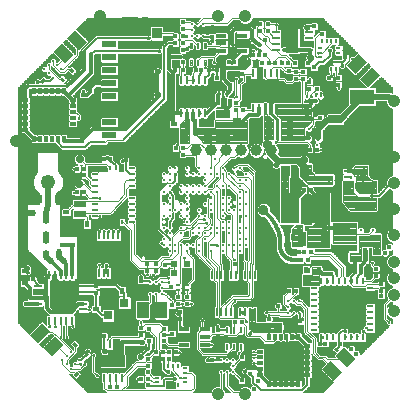
<source format=gtl>
G04 This is an RS-274x file exported by *
G04 gerbv version 2.6.0 *
G04 More information is available about gerbv at *
G04 http://gerbv.gpleda.org/ *
G04 --End of header info--*
%MOIN*%
%FSLAX34Y34*%
%IPPOS*%
G04 --Define apertures--*
%ADD10C,0.0098*%
%ADD11R,0.0394X0.0551*%
%ADD12R,0.0158X0.0118*%
%ADD13R,0.0118X0.0158*%
%ADD14R,0.1221X0.1221*%
%ADD15R,0.0236X0.0098*%
%ADD16R,0.0098X0.0236*%
%ADD17R,0.0276X0.0354*%
%ADD18R,0.0158X0.0236*%
%ADD19R,0.0236X0.0158*%
%ADD20C,0.0413*%
%ADD21R,0.0197X0.0118*%
%ADD22R,0.0118X0.0197*%
%ADD23R,0.1102X0.1102*%
%ADD24R,0.0335X0.0138*%
%ADD25R,0.0118X0.0177*%
%ADD26R,0.0276X0.0098*%
%ADD27R,0.0394X0.0787*%
%ADD28C,0.0049*%
%ADD29C,0.0039*%
%ADD30C,0.0059*%
%ADD31R,0.0177X0.0118*%
%ADD32R,0.0098X0.0276*%
%ADD33R,0.0787X0.0394*%
%ADD34R,0.0276X0.0512*%
%ADD35R,0.0591X0.0984*%
%ADD36R,0.0937X0.0650*%
%ADD37R,0.0512X0.0276*%
%ADD38R,0.0095X0.0193*%
%ADD39R,0.0492X0.0236*%
%ADD40R,0.1492X0.0472*%
%ADD41R,0.0335X0.0374*%
%ADD42R,0.0236X0.0394*%
%ADD43R,0.0551X0.0571*%
%ADD44R,0.0187X0.0098*%
%ADD45R,0.0098X0.0148*%
%ADD46R,0.0091X0.0295*%
%ADD47R,0.0138X0.0295*%
%ADD48C,0.0118*%
%ADD49R,0.0236X0.0669*%
%ADD50C,0.0492*%
%ADD51R,0.0197X0.0197*%
%ADD52C,0.0050*%
%ADD53C,0.0106*%
%ADD54R,0.0472X0.0315*%
%ADD55R,0.0847X0.0512*%
%ADD56R,0.0945X0.0650*%
%ADD57R,0.0110X0.0315*%
%ADD58R,0.0276X0.0110*%
%ADD59R,0.0091X0.0118*%
%ADD60C,0.0276*%
%ADD61R,0.0669X0.0236*%
%ADD62R,0.0138X0.0079*%
%ADD63C,0.0394*%
%ADD64R,0.0295X0.0098*%
%ADD65R,0.0256X0.0098*%
%ADD66R,0.0295X0.0984*%
%ADD67C,0.0354*%
%ADD68R,0.0115X0.0270*%
%ADD69R,0.0270X0.0115*%
%ADD70R,0.0315X0.0315*%
%ADD71R,0.0236X0.0197*%
%ADD72R,0.0449X0.0226*%
%ADD73C,0.0158*%
%ADD74R,0.0182X0.0089*%
%ADD75R,0.0261X0.0089*%
%ADD76R,0.0089X0.0182*%
%ADD77R,0.0089X0.0261*%
%ADD78C,0.0059*%
%ADD79C,0.0110*%
%ADD80C,0.0020*%
%ADD81C,0.0079*%
%ADD82C,0.0118*%
%ADD83C,0.0030*%
%ADD84C,0.0050*%
%ADD85C,0.0165*%
%ADD86C,0.0158*%
%ADD87C,0.0193*%
%ADD88C,0.0197*%
%ADD89C,0.0236*%
%ADD90C,0.0100*%
%ADD91C,0.0200*%
%ADD92C,0.0060*%
%ADD93C,0.0024*%
%ADD94C,0.0120*%
G04 --Start main section--*
G54D10*
G01X0006728Y0003697D03*
G01X0006867Y0003836D03*
G01X0007006Y0003697D03*
G01X0007146Y0003836D03*
G01X0007285Y0003697D03*
G01X0007146Y0003557D03*
G01X0007006Y0003418D03*
G01X0006867Y0003557D03*
G01X0007006Y0003975D03*
G01X0009640Y0005917D03*
G01X0009837Y0005917D03*
G01X0009837Y0006114D03*
G01X0009640Y0006114D03*
G01X0009640Y0006311D03*
G01X0009837Y0006311D03*
G01X0010034Y0006311D03*
G01X0010034Y0006114D03*
G01X0010034Y0005917D03*
G01X0010100Y0007332D03*
G01X0010297Y0007332D03*
G01X0010493Y0007332D03*
G01X0010493Y0007528D03*
G01X0010297Y0007528D03*
G01X0010297Y0007725D03*
G01X0010100Y0007725D03*
G01X0010100Y0007528D03*
G01X0010297Y0007922D03*
G01X0010297Y0008119D03*
G01X0010100Y0008119D03*
G01X0010297Y0008316D03*
G01X0010297Y0008513D03*
G01X0010100Y0008513D03*
G01X0010297Y0008710D03*
G01X0010493Y0008710D03*
G01X0010690Y0008710D03*
G01X0010887Y0008710D03*
G01X0010887Y0008906D03*
G01X0010690Y0008906D03*
G01X0010690Y0009103D03*
G01X0010887Y0009103D03*
G01X0010887Y0009300D03*
G01X0010690Y0009300D03*
G01X0010690Y0009497D03*
G01X0010887Y0009497D03*
G01X0011084Y0009497D03*
G01X0011281Y0009497D03*
G01X0011281Y0009300D03*
G01X0011084Y0009300D03*
G01X0011478Y0009300D03*
G01X0011674Y0009300D03*
G01X0011871Y0009300D03*
G01X0012068Y0009300D03*
G01X0012068Y0009103D03*
G01X0012068Y0008906D03*
G01X0012068Y0008710D03*
G01X0012265Y0008710D03*
G01X0012462Y0008710D03*
G01X0012659Y0008710D03*
G01X0012659Y0008906D03*
G01X0012856Y0008906D03*
G01X0012659Y0009103D03*
G01X0012659Y0009300D03*
G01X0012856Y0009300D03*
G01X0012659Y0009497D03*
G01X0012659Y0009694D03*
G01X0012856Y0009694D03*
G01X0012856Y0009891D03*
G01X0012659Y0009891D03*
G01X0012659Y0010087D03*
G01X0012856Y0010087D03*
G01X0012462Y0010087D03*
G01X0012462Y0009891D03*
G01X0012265Y0009891D03*
G01X0012068Y0009891D03*
G01X0011871Y0009891D03*
G01X0011674Y0009891D03*
G01X0011478Y0009891D03*
G01X0011478Y0009694D03*
G01X0011478Y0009497D03*
G01X0011674Y0009497D03*
G01X0011871Y0009497D03*
G01X0012068Y0009497D03*
G01X0012265Y0009497D03*
G01X0012265Y0009300D03*
G01X0012265Y0009103D03*
G01X0012265Y0008906D03*
G01X0012265Y0008513D03*
G01X0012265Y0008316D03*
G01X0012265Y0008119D03*
G01X0012265Y0007922D03*
G01X0012068Y0007922D03*
G01X0011871Y0007922D03*
G01X0011871Y0008119D03*
G01X0012068Y0008119D03*
G01X0012068Y0008316D03*
G01X0012068Y0008513D03*
G01X0011674Y0008513D03*
G01X0011478Y0008513D03*
G01X0011281Y0008513D03*
G01X0011281Y0008710D03*
G01X0011281Y0008906D03*
G01X0011478Y0008906D03*
G01X0011478Y0008710D03*
G01X0011674Y0008710D03*
G01X0011674Y0008906D03*
G01X0010887Y0008513D03*
G01X0010887Y0008316D03*
G01X0010690Y0008316D03*
G01X0010690Y0008513D03*
G01X0010690Y0008119D03*
G01X0010690Y0007922D03*
G01X0010887Y0007922D03*
G01X0010887Y0008119D03*
G01X0011084Y0008119D03*
G01X0011084Y0007922D03*
G01X0011281Y0007922D03*
G01X0011281Y0008119D03*
G01X0011478Y0008119D03*
G01X0011478Y0007922D03*
G01X0011674Y0007922D03*
G01X0011674Y0008119D03*
G01X0011478Y0007725D03*
G01X0011478Y0007528D03*
G01X0011674Y0007528D03*
G01X0011674Y0007332D03*
G01X0011871Y0007528D03*
G01X0012068Y0007528D03*
G01X0012068Y0007332D03*
G01X0012265Y0007528D03*
G01X0012462Y0007528D03*
G01X0012462Y0007332D03*
G01X0012659Y0007332D03*
G01X0012856Y0007332D03*
G01X0012856Y0007528D03*
G01X0012659Y0007528D03*
G01X0012659Y0007725D03*
G01X0012856Y0007725D03*
G01X0012659Y0007922D03*
G01X0012659Y0008119D03*
G01X0012856Y0008119D03*
G01X0012659Y0008316D03*
G01X0012659Y0008513D03*
G01X0012856Y0008513D03*
G01X0011281Y0007528D03*
G01X0011084Y0007528D03*
G01X0010887Y0007528D03*
G01X0010690Y0007528D03*
G01X0010887Y0007332D03*
G01X0011281Y0007332D03*
G01X0010297Y0008906D03*
G01X0010100Y0008906D03*
G01X0010297Y0009103D03*
G01X0010297Y0009300D03*
G01X0010100Y0009300D03*
G01X0010297Y0009497D03*
G01X0010297Y0009694D03*
G01X0010100Y0009694D03*
G01X0010100Y0009891D03*
G01X0010100Y0010087D03*
G01X0010297Y0010087D03*
G01X0010297Y0009891D03*
G01X0010493Y0009891D03*
G01X0010493Y0010087D03*
G01X0010690Y0009891D03*
G01X0010887Y0009891D03*
G01X0010887Y0010087D03*
G01X0011084Y0009891D03*
G01X0011281Y0009891D03*
G01X0011281Y0010087D03*
G01X0011674Y0010087D03*
G01X0012068Y0010087D03*
G01X0006684Y0013397D03*
G01X0006545Y0013537D03*
G01X0006405Y0013676D03*
G01X0006266Y0013537D03*
G01X0006127Y0013397D03*
G01X0006266Y0013258D03*
G01X0006405Y0013397D03*
G01X0006545Y0013258D03*
G01X0006405Y0013119D03*
G01X0011032Y0014513D03*
G01X0011032Y0014710D03*
G01X0011229Y0014710D03*
G01X0011426Y0014710D03*
G01X0011426Y0014513D03*
G01X0011229Y0014513D03*
G01X0011229Y0014907D03*
G01X0011426Y0014907D03*
G01X0011032Y0014907D03*
G01X0014233Y0005658D03*
G01X0014430Y0005658D03*
G01X0014430Y0005462D03*
G01X0014233Y0005462D03*
G01X0014233Y0005265D03*
G01X0014430Y0005265D03*
G01X0014627Y0005265D03*
G01X0014627Y0005462D03*
G01X0014627Y0005658D03*
G01X0012396Y0003693D03*
G01X0012199Y0003693D03*
G01X0012002Y0003693D03*
G01X0012002Y0003496D03*
G01X0012002Y0003299D03*
G01X0012199Y0003299D03*
G01X0012199Y0003496D03*
G01X0012396Y0003496D03*
G01X0012396Y0003299D03*
G54D11*
G01X0010029Y0005379D03*
G01X0009399Y0005379D03*
G36*
G01X0006480Y0004490D02*
G01X0006759Y0004212D01*
G01X0006369Y0003822D01*
G01X0006091Y0004100D01*
G01X0006480Y0004490D01*
G37*
G36*
G01X0006035Y0004936D02*
G01X0006313Y0004657D01*
G01X0005924Y0004268D01*
G01X0005645Y0004546D01*
G01X0006035Y0004936D01*
G37*
G36*
G01X0016057Y0003293D02*
G01X0015779Y0003015D01*
G01X0015389Y0003405D01*
G01X0015668Y0003683D01*
G01X0016057Y0003293D01*
G37*
G36*
G01X0016503Y0003739D02*
G01X0016225Y0003460D01*
G01X0015835Y0003850D01*
G01X0016113Y0004128D01*
G01X0016503Y0003739D01*
G37*
G36*
G01X0016920Y0012798D02*
G01X0016642Y0013077D01*
G01X0017032Y0013466D01*
G01X0017310Y0013188D01*
G01X0016920Y0012798D01*
G37*
G36*
G01X0016475Y0013244D02*
G01X0016197Y0013522D01*
G01X0016586Y0013912D01*
G01X0016865Y0013634D01*
G01X0016475Y0013244D01*
G37*
G36*
G01X0007546Y0014310D02*
G01X0007268Y0014031D01*
G01X0006878Y0014421D01*
G01X0007156Y0014699D01*
G01X0007546Y0014310D01*
G37*
G36*
G01X0007101Y0013864D02*
G01X0006822Y0013586D01*
G01X0006433Y0013976D01*
G01X0006711Y0014254D01*
G01X0007101Y0013864D01*
G37*
G54D12*
G01X0007413Y0012538D03*
G01X0007413Y0012302D03*
G01X0011706Y0014479D03*
G01X0011706Y0014715D03*
G01X0013052Y0014654D03*
G01X0013052Y0014891D03*
G01X0014273Y0013345D03*
G01X0014509Y0013316D03*
G01X0014745Y0013316D03*
G01X0014745Y0013080D03*
G01X0014509Y0013080D03*
G01X0014273Y0013109D03*
G01X0014962Y0012981D03*
G01X0015198Y0012981D03*
G01X0015110Y0013217D03*
G01X0015110Y0013454D03*
G01X0015621Y0013119D03*
G01X0015621Y0012883D03*
G01X0015926Y0012883D03*
G01X0015926Y0013119D03*
G01X0015198Y0012745D03*
G01X0014962Y0012745D03*
G01X0015316Y0012017D03*
G01X0015316Y0011780D03*
G01X0016143Y0013788D03*
G01X0016143Y0014024D03*
G01X0012745Y0012282D03*
G01X0012529Y0012282D03*
G01X0012529Y0012046D03*
G01X0012745Y0012046D03*
G01X0010139Y0006859D03*
G01X0010139Y0006623D03*
G01X0009844Y0006662D03*
G01X0009844Y0006899D03*
G01X0009548Y0006899D03*
G01X0009548Y0006662D03*
G01X0009330Y0006335D03*
G01X0009330Y0006099D03*
G01X0010356Y0006150D03*
G01X0010356Y0005914D03*
G01X0010592Y0005816D03*
G01X0010592Y0005580D03*
G01X0010375Y0005521D03*
G01X0010375Y0005284D03*
G01X0010375Y0004812D03*
G01X0010375Y0004576D03*
G01X0009588Y0003749D03*
G01X0009588Y0003513D03*
G01X0009135Y0004054D03*
G01X0009135Y0004290D03*
G01X0009342Y0004536D03*
G01X0009342Y0004773D03*
G01X0010887Y0005580D03*
G01X0010887Y0005816D03*
G01X0011911Y0004704D03*
G01X0011911Y0004467D03*
G01X0011714Y0003710D03*
G01X0011714Y0003473D03*
G01X0015297Y0003995D03*
G01X0015493Y0003995D03*
G01X0015493Y0004231D03*
G01X0015297Y0004231D03*
G01X0017344Y0005615D03*
G01X0017344Y0005851D03*
G01X0017344Y0005999D03*
G01X0017344Y0006235D03*
G01X0017167Y0006509D03*
G01X0017167Y0006745D03*
G01X0015671Y0006820D03*
G01X0015454Y0006820D03*
G01X0015454Y0006584D03*
G01X0015671Y0006584D03*
G01X0007856Y0006170D03*
G01X0007856Y0005934D03*
G01X0005734Y0006389D03*
G01X0005734Y0006625D03*
G01X0005523Y0005580D03*
G01X0005523Y0005343D03*
G54D13*
G01X0005641Y0005786D03*
G01X0005641Y0005993D03*
G01X0005405Y0005993D03*
G01X0005405Y0005786D03*
G36*
G01X0007214Y0004398D02*
G01X0007297Y0004481D01*
G01X0007408Y0004370D01*
G01X0007325Y0004286D01*
G01X0007214Y0004398D01*
G37*
G36*
G01X0007047Y0004230D02*
G01X0007130Y0004314D01*
G01X0007241Y0004203D01*
G01X0007158Y0004119D01*
G01X0007047Y0004230D01*
G37*
G36*
G01X0007375Y0004138D02*
G01X0007458Y0004055D01*
G01X0007347Y0003944D01*
G01X0007263Y0004027D01*
G01X0007375Y0004138D01*
G37*
G36*
G01X0007542Y0003971D02*
G01X0007625Y0003888D01*
G01X0007514Y0003777D01*
G01X0007430Y0003860D01*
G01X0007542Y0003971D01*
G37*
G01X0007885Y0004507D03*
G01X0008121Y0004507D03*
G01X0009312Y0004054D03*
G01X0009548Y0004054D03*
G01X0009844Y0003965D03*
G01X0009844Y0003749D03*
G01X0010080Y0003749D03*
G01X0010277Y0003749D03*
G01X0010277Y0003965D03*
G01X0010080Y0003965D03*
G01X0010513Y0003965D03*
G01X0010513Y0003749D03*
G01X0009568Y0003296D03*
G01X0009568Y0003080D03*
G01X0009568Y0002863D03*
G01X0009332Y0002863D03*
G01X0009332Y0003080D03*
G01X0009332Y0003296D03*
G01X0008535Y0002814D03*
G01X0008298Y0002814D03*
G36*
G01X0007336Y0002968D02*
G01X0007253Y0003051D01*
G01X0007364Y0003162D01*
G01X0007447Y0003079D01*
G01X0007336Y0002968D01*
G37*
G36*
G01X0007169Y0003135D02*
G01X0007086Y0003218D01*
G01X0007197Y0003329D01*
G01X0007280Y0003246D01*
G01X0007169Y0003135D01*
G37*
G01X0010651Y0005078D03*
G01X0010651Y0005314D03*
G01X0010887Y0005314D03*
G01X0010887Y0005078D03*
G01X0012472Y0004979D03*
G01X0012708Y0004979D03*
G01X0014037Y0005993D03*
G01X0014273Y0005993D03*
G01X0014509Y0005993D03*
G01X0014745Y0005993D03*
G01X0014650Y0004989D03*
G01X0014414Y0004989D03*
G01X0015730Y0004221D03*
G36*
G01X0015765Y0004063D02*
G01X0015848Y0004146D01*
G01X0015960Y0004035D01*
G01X0015876Y0003952D01*
G01X0015765Y0004063D01*
G37*
G36*
G01X0015598Y0003896D02*
G01X0015681Y0003979D01*
G01X0015793Y0003868D01*
G01X0015709Y0003785D01*
G01X0015598Y0003896D01*
G37*
G01X0015966Y0004221D03*
G01X0012934Y0003788D03*
G01X0012698Y0003788D03*
G01X0012698Y0003021D03*
G01X0012934Y0003021D03*
G01X0016251Y0006643D03*
G01X0016251Y0006849D03*
G01X0016487Y0006849D03*
G01X0016674Y0006849D03*
G01X0016674Y0006633D03*
G01X0016487Y0006643D03*
G01X0016911Y0006633D03*
G01X0016911Y0006849D03*
G01X0015021Y0007312D03*
G01X0014785Y0007312D03*
G01X0014608Y0007312D03*
G01X0014371Y0007312D03*
G01X0014430Y0007548D03*
G01X0014194Y0007548D03*
G01X0014667Y0007046D03*
G01X0014903Y0007046D03*
G01X0014863Y0008119D03*
G01X0014627Y0008119D03*
G01X0014775Y0009359D03*
G01X0015011Y0009359D03*
G01X0014394Y0009681D03*
G01X0014158Y0009681D03*
G01X0014982Y0010717D03*
G01X0015218Y0010717D03*
G01X0015119Y0012046D03*
G01X0014883Y0012046D03*
G01X0014903Y0013591D03*
G01X0014667Y0013591D03*
G01X0014470Y0013591D03*
G01X0014233Y0013591D03*
G01X0014037Y0013591D03*
G01X0013800Y0013591D03*
G01X0013604Y0013591D03*
G01X0013367Y0013591D03*
G01X0013190Y0013591D03*
G01X0012954Y0013591D03*
G01X0012698Y0013631D03*
G01X0012462Y0013631D03*
G01X0012265Y0013631D03*
G01X0012029Y0013631D03*
G01X0012108Y0013355D03*
G01X0011871Y0013355D03*
G01X0011596Y0013355D03*
G01X0011360Y0013355D03*
G01X0011163Y0013355D03*
G01X0010926Y0013355D03*
G01X0010730Y0013355D03*
G01X0010493Y0013355D03*
G01X0010493Y0013624D03*
G01X0010730Y0013624D03*
G01X0010730Y0014041D03*
G01X0010730Y0014273D03*
G01X0010730Y0014505D03*
G01X0010493Y0014505D03*
G01X0010493Y0014273D03*
G01X0010493Y0014041D03*
G01X0010493Y0014737D03*
G01X0010493Y0014969D03*
G01X0010730Y0014969D03*
G01X0010730Y0014737D03*
G01X0012491Y0013247D03*
G01X0012728Y0013247D03*
G01X0012108Y0013119D03*
G01X0011871Y0013119D03*
G01X0013328Y0014654D03*
G01X0013328Y0014891D03*
G01X0013564Y0014891D03*
G01X0013564Y0014654D03*
G01X0015119Y0014832D03*
G01X0015356Y0014832D03*
G01X0015395Y0014576D03*
G01X0015631Y0014576D03*
G01X0010739Y0010767D03*
G01X0010739Y0010550D03*
G01X0010503Y0010550D03*
G01X0010503Y0010767D03*
G01X0009076Y0010353D03*
G01X0008840Y0010353D03*
G01X0008554Y0010402D03*
G01X0008318Y0010402D03*
G01X0008111Y0010402D03*
G01X0007875Y0010402D03*
G01X0007462Y0010078D03*
G01X0007462Y0009861D03*
G01X0007226Y0009861D03*
G01X0007226Y0010078D03*
G01X0007206Y0009290D03*
G01X0007442Y0009290D03*
G36*
G01X0006631Y0013067D02*
G01X0006715Y0013150D01*
G01X0006826Y0013039D01*
G01X0006743Y0012956D01*
G01X0006631Y0013067D01*
G37*
G36*
G01X0006798Y0013234D02*
G01X0006882Y0013318D01*
G01X0006993Y0013206D01*
G01X0006910Y0013123D01*
G01X0006798Y0013234D01*
G37*
G36*
G01X0007133Y0013337D02*
G01X0007049Y0013253D01*
G01X0006938Y0013364D01*
G01X0007021Y0013448D01*
G01X0007133Y0013337D01*
G37*
G36*
G01X0007300Y0013504D02*
G01X0007216Y0013420D01*
G01X0007105Y0013531D01*
G01X0007189Y0013615D01*
G01X0007300Y0013504D01*
G37*
G36*
G01X0006095Y0013111D02*
G01X0006178Y0013028D01*
G01X0006067Y0012917D01*
G01X0005984Y0013000D01*
G01X0006095Y0013111D01*
G37*
G36*
G01X0005928Y0013278D02*
G01X0006011Y0013195D01*
G01X0005900Y0013083D01*
G01X0005816Y0013167D01*
G01X0005928Y0013278D01*
G37*
G01X0012245Y0006899D03*
G01X0012482Y0006899D03*
G54D14*
G01X0016045Y0005402D03*
G54D15*
G01X0015100Y0005304D03*
G01X0015100Y0005107D03*
G01X0015100Y0004910D03*
G01X0015100Y0004713D03*
G01X0015100Y0005501D03*
G01X0015100Y0005698D03*
G01X0015100Y0005895D03*
G01X0015100Y0006091D03*
G01X0016989Y0006091D03*
G01X0016989Y0005895D03*
G01X0016989Y0005698D03*
G01X0016989Y0005501D03*
G01X0016989Y0005304D03*
G01X0016989Y0005107D03*
G01X0016989Y0004910D03*
G01X0016989Y0004713D03*
G54D16*
G01X0016734Y0004458D03*
G01X0016537Y0004458D03*
G01X0016340Y0004458D03*
G01X0016143Y0004458D03*
G01X0015946Y0004458D03*
G01X0015749Y0004458D03*
G01X0015552Y0004458D03*
G01X0015356Y0004458D03*
G01X0015356Y0006347D03*
G01X0015552Y0006347D03*
G01X0015749Y0006347D03*
G01X0015946Y0006347D03*
G01X0016143Y0006347D03*
G01X0016340Y0006347D03*
G01X0016537Y0006347D03*
G01X0016734Y0006347D03*
G54D17*
G01X0014871Y0006367D03*
G01X0014226Y0006367D03*
G01X0014165Y0010009D03*
G01X0014810Y0010009D03*
G01X0013178Y0011180D03*
G01X0013178Y0011593D03*
G01X0012533Y0011593D03*
G01X0012533Y0011180D03*
G54D18*
G01X0011570Y0011623D03*
G01X0011150Y0011623D03*
G01X0011898Y0012292D03*
G01X0012317Y0012292D03*
G01X0012317Y0012843D03*
G01X0011898Y0012843D03*
G01X0014106Y0009433D03*
G01X0014526Y0009433D03*
G01X0014404Y0007804D03*
G01X0013984Y0007804D03*
G01X0014850Y0006702D03*
G01X0015270Y0006702D03*
G01X0016809Y0007076D03*
G01X0016809Y0007351D03*
G01X0017229Y0007351D03*
G01X0017229Y0007076D03*
G01X0017131Y0009940D03*
G01X0016711Y0009940D03*
G01X0008715Y0005997D03*
G01X0008295Y0005997D03*
G01X0006766Y0006987D03*
G01X0006346Y0006987D03*
G01X0006622Y0007292D03*
G01X0007042Y0007292D03*
G01X0007134Y0008237D03*
G01X0007554Y0008237D03*
G01X0006176Y0008611D03*
G01X0005756Y0008611D03*
G54D19*
G01X0006182Y0008329D03*
G01X0006182Y0007909D03*
G01X0006182Y0007679D03*
G01X0006743Y0007535D03*
G01X0007039Y0007535D03*
G01X0007039Y0007955D03*
G01X0006743Y0007955D03*
G01X0006852Y0008204D03*
G01X0006852Y0008624D03*
G01X0006182Y0007259D03*
G01X0005484Y0006675D03*
G01X0005484Y0006255D03*
G01X0007850Y0005397D03*
G01X0007850Y0004977D03*
G01X0013052Y0004776D03*
G01X0013052Y0004356D03*
G01X0016438Y0007063D03*
G01X0016438Y0007483D03*
G01X0015247Y0009740D03*
G01X0015247Y0010160D03*
G01X0014548Y0011964D03*
G01X0014273Y0011964D03*
G01X0014273Y0012384D03*
G01X0014548Y0012384D03*
G01X0010454Y0011577D03*
G01X0010454Y0011157D03*
G01X0007354Y0011009D03*
G01X0007354Y0011429D03*
G54D20*
G01X0005178Y0011013D03*
G01X0007974Y0015166D03*
G01X0011911Y0015166D03*
G01X0012816Y0015166D03*
G01X0017777Y0012332D03*
G01X0017777Y0010481D03*
G01X0017777Y0009605D03*
G01X0017777Y0008729D03*
G01X0017777Y0007853D03*
G01X0017777Y0006977D03*
G01X0017777Y0006426D03*
G01X0017777Y0005875D03*
G01X0017777Y0005324D03*
G01X0012816Y0002568D03*
G01X0011911Y0002568D03*
G54D21*
G01X0013308Y0003198D03*
G01X0013308Y0003394D03*
G01X0013308Y0003591D03*
G01X0013308Y0003788D03*
G01X0013308Y0003985D03*
G01X0013308Y0004182D03*
G01X0014883Y0004182D03*
G01X0014883Y0003985D03*
G01X0014883Y0003788D03*
G01X0014883Y0003591D03*
G01X0014883Y0003394D03*
G01X0014883Y0003198D03*
G01X0007068Y0011377D03*
G01X0007068Y0011574D03*
G01X0007068Y0011771D03*
G01X0007068Y0011967D03*
G01X0007068Y0012164D03*
G01X0007068Y0012361D03*
G01X0005493Y0012361D03*
G01X0005493Y0012164D03*
G01X0005493Y0011967D03*
G01X0005493Y0011771D03*
G01X0005493Y0011574D03*
G01X0005493Y0011377D03*
G54D22*
G01X0005789Y0011082D03*
G01X0005986Y0011082D03*
G01X0006182Y0011082D03*
G01X0006379Y0011082D03*
G01X0006576Y0011082D03*
G01X0006773Y0011082D03*
G01X0006773Y0012656D03*
G01X0006576Y0012656D03*
G01X0006379Y0012656D03*
G01X0006182Y0012656D03*
G01X0005986Y0012656D03*
G01X0005789Y0012656D03*
G01X0013604Y0004477D03*
G01X0013800Y0004477D03*
G01X0013997Y0004477D03*
G01X0014194Y0004477D03*
G01X0014391Y0004477D03*
G01X0014588Y0004477D03*
G01X0014588Y0002902D03*
G01X0014391Y0002902D03*
G01X0014194Y0002902D03*
G01X0013997Y0002902D03*
G01X0013800Y0002902D03*
G01X0013604Y0002902D03*
G54D23*
G01X0014096Y0003690D03*
G01X0006281Y0011869D03*
G54D24*
G01X0012019Y0014005D03*
G01X0012019Y0014261D03*
G01X0012019Y0014517D03*
G01X0012728Y0014517D03*
G01X0012728Y0014261D03*
G01X0012728Y0014005D03*
G01X0011478Y0004723D03*
G01X0011478Y0004467D03*
G01X0011478Y0004212D03*
G01X0010769Y0004212D03*
G01X0010769Y0004467D03*
G01X0010769Y0004723D03*
G54D25*
G01X0013092Y0013857D03*
G01X0013289Y0013857D03*
G01X0013486Y0013857D03*
G01X0013486Y0014369D03*
G01X0013092Y0014369D03*
G54D26*
G01X0013840Y0014438D03*
G01X0013840Y0014241D03*
G01X0013840Y0014044D03*
G01X0013840Y0014635D03*
G01X0014942Y0014635D03*
G01X0014942Y0014438D03*
G01X0014942Y0014241D03*
G01X0014942Y0014044D03*
G54D27*
G01X0014391Y0014339D03*
G54D28*
G01X0011502Y0014098D02*
G01X0011453Y0014098D01*
G01X0011453Y0014098D02*
G01X0011453Y0014266D01*
G01X0011453Y0014266D02*
G01X0011502Y0014266D01*
G01X0011502Y0014266D02*
G01X0011502Y0014098D01*
G01X0011502Y0014147D02*
G01X0011453Y0014147D01*
G01X0011453Y0014197D02*
G01X0011502Y0014197D01*
G01X0011502Y0014246D02*
G01X0011453Y0014246D01*
G01X0011030Y0014098D02*
G01X0010981Y0014098D01*
G01X0010981Y0014098D02*
G01X0010981Y0014266D01*
G01X0010981Y0014266D02*
G01X0011030Y0014266D01*
G01X0011030Y0014266D02*
G01X0011030Y0014098D01*
G01X0011030Y0014147D02*
G01X0010981Y0014147D01*
G01X0010981Y0014197D02*
G01X0011030Y0014197D01*
G01X0011030Y0014246D02*
G01X0010981Y0014246D01*
G01X0010981Y0013714D02*
G01X0011030Y0013714D01*
G01X0011030Y0013714D02*
G01X0011030Y0013547D01*
G01X0011030Y0013547D02*
G01X0010981Y0013547D01*
G01X0010981Y0013547D02*
G01X0010981Y0013714D01*
G01X0010981Y0013596D02*
G01X0011030Y0013596D01*
G01X0011030Y0013645D02*
G01X0010981Y0013645D01*
G01X0010981Y0013694D02*
G01X0011030Y0013694D01*
G01X0011453Y0013714D02*
G01X0011502Y0013714D01*
G01X0011502Y0013714D02*
G01X0011502Y0013547D01*
G01X0011502Y0013547D02*
G01X0011453Y0013547D01*
G01X0011453Y0013547D02*
G01X0011453Y0013714D01*
G01X0011453Y0013596D02*
G01X0011502Y0013596D01*
G01X0011502Y0013645D02*
G01X0011453Y0013645D01*
G01X0011453Y0013694D02*
G01X0011502Y0013694D01*
G01X0012172Y0004620D02*
G01X0012221Y0004620D01*
G01X0012172Y0004620D02*
G01X0012172Y0004787D01*
G01X0012172Y0004787D02*
G01X0012221Y0004787D01*
G01X0012221Y0004787D02*
G01X0012221Y0004620D01*
G01X0012221Y0004669D02*
G01X0012172Y0004669D01*
G01X0012172Y0004718D02*
G01X0012221Y0004718D01*
G01X0012221Y0004767D02*
G01X0012172Y0004767D01*
G01X0012644Y0004620D02*
G01X0012693Y0004620D01*
G01X0012644Y0004620D02*
G01X0012644Y0004787D01*
G01X0012644Y0004787D02*
G01X0012693Y0004787D01*
G01X0012693Y0004787D02*
G01X0012693Y0004620D01*
G01X0012693Y0004669D02*
G01X0012644Y0004669D01*
G01X0012644Y0004718D02*
G01X0012693Y0004718D01*
G01X0012693Y0004767D02*
G01X0012644Y0004767D01*
G01X0012644Y0004236D02*
G01X0012693Y0004236D01*
G01X0012693Y0004236D02*
G01X0012693Y0004069D01*
G01X0012693Y0004069D02*
G01X0012644Y0004069D01*
G01X0012644Y0004069D02*
G01X0012644Y0004236D01*
G01X0012644Y0004118D02*
G01X0012693Y0004118D01*
G01X0012693Y0004167D02*
G01X0012644Y0004167D01*
G01X0012644Y0004216D02*
G01X0012693Y0004216D01*
G01X0012221Y0004236D02*
G01X0012172Y0004236D01*
G01X0012221Y0004236D02*
G01X0012221Y0004069D01*
G01X0012221Y0004069D02*
G01X0012172Y0004069D01*
G01X0012172Y0004069D02*
G01X0012172Y0004236D01*
G01X0012172Y0004118D02*
G01X0012221Y0004118D01*
G01X0012221Y0004167D02*
G01X0012172Y0004167D01*
G01X0012172Y0004216D02*
G01X0012221Y0004216D01*
G54D29*
G01X0012413Y0004241D02*
G01X0012452Y0004241D01*
G01X0012452Y0004241D02*
G01X0012452Y0004064D01*
G01X0012452Y0004064D02*
G01X0012413Y0004064D01*
G01X0012413Y0004064D02*
G01X0012413Y0004241D01*
G01X0012413Y0004103D02*
G01X0012452Y0004103D01*
G01X0012452Y0004143D02*
G01X0012413Y0004143D01*
G01X0012413Y0004182D02*
G01X0012452Y0004182D01*
G01X0012452Y0004221D02*
G01X0012413Y0004221D01*
G01X0012688Y0003788D02*
G01X0012698Y0003788D01*
G01X0012688Y0003788D02*
G01X0012396Y0003496D01*
G01X0012396Y0003299D02*
G01X0012419Y0003299D01*
G01X0012419Y0003299D02*
G01X0012698Y0003021D01*
G01X0012875Y0003080D02*
G01X0012934Y0003021D01*
G01X0012875Y0003080D02*
G01X0012808Y0003210D01*
G01X0012856Y0003670D02*
G01X0012934Y0003749D01*
G01X0012934Y0003749D02*
G01X0012934Y0003788D01*
G01X0013476Y0004320D02*
G01X0013298Y0004497D01*
G01X0013298Y0004497D02*
G01X0012900Y0004497D01*
G01X0012900Y0004497D02*
G01X0012861Y0004536D01*
G01X0012861Y0004536D02*
G01X0012861Y0004826D01*
G01X0012861Y0004826D02*
G01X0012708Y0004979D01*
G01X0012954Y0004984D02*
G01X0013151Y0004984D01*
G01X0013151Y0005023D02*
G01X0012954Y0005023D01*
G01X0012954Y0005063D02*
G01X0013151Y0005063D01*
G01X0013151Y0005102D02*
G01X0012954Y0005102D01*
G01X0012954Y0005141D02*
G01X0013151Y0005141D01*
G01X0013151Y0005180D02*
G01X0012954Y0005180D01*
G01X0012954Y0005219D02*
G01X0013151Y0005219D01*
G01X0013151Y0005259D02*
G01X0012954Y0005259D01*
G01X0012954Y0005298D02*
G01X0013151Y0005298D01*
G01X0013151Y0005337D02*
G01X0012954Y0005337D01*
G01X0012954Y0005376D02*
G01X0013151Y0005376D01*
G01X0013151Y0005402D02*
G01X0013151Y0004930D01*
G01X0013151Y0004930D02*
G01X0014017Y0004930D01*
G01X0014017Y0004930D02*
G01X0014017Y0004635D01*
G01X0014017Y0004635D02*
G01X0013072Y0004635D01*
G01X0013072Y0004635D02*
G01X0012954Y0004753D01*
G01X0012954Y0004753D02*
G01X0012954Y0005402D01*
G01X0012954Y0005402D02*
G01X0013151Y0005402D01*
G01X0013151Y0004945D02*
G01X0012954Y0004945D01*
G01X0012954Y0004906D02*
G01X0014017Y0004906D01*
G01X0014017Y0004866D02*
G01X0012954Y0004866D01*
G01X0012954Y0004827D02*
G01X0014017Y0004827D01*
G01X0014017Y0004788D02*
G01X0012954Y0004788D01*
G01X0012958Y0004749D02*
G01X0014017Y0004749D01*
G01X0014017Y0004710D02*
G01X0012997Y0004710D01*
G01X0013037Y0004670D02*
G01X0014017Y0004670D01*
G01X0013997Y0004477D02*
G01X0013997Y0004403D01*
G01X0013800Y0004418D02*
G01X0013800Y0004477D01*
G01X0013800Y0004379D02*
G01X0013741Y0004320D01*
G01X0013741Y0004320D02*
G01X0013476Y0004320D01*
G01X0012452Y0004792D02*
G01X0012413Y0004792D01*
G01X0012452Y0004792D02*
G01X0012452Y0004615D01*
G01X0012452Y0004615D02*
G01X0012413Y0004615D01*
G01X0012413Y0004615D02*
G01X0012413Y0004792D01*
G01X0012413Y0004654D02*
G01X0012452Y0004654D01*
G01X0012452Y0004694D02*
G01X0012413Y0004694D01*
G01X0012413Y0004733D02*
G01X0012452Y0004733D01*
G01X0012452Y0004772D02*
G01X0012413Y0004772D01*
G01X0012432Y0004704D02*
G01X0012432Y0004940D01*
G01X0011615Y0004477D02*
G01X0011478Y0004477D01*
G01X0010769Y0004212D02*
G01X0010257Y0004212D01*
G01X0010257Y0004212D02*
G01X0010119Y0004349D01*
G01X0010119Y0004349D02*
G01X0010096Y0004372D01*
G01X0010096Y0004372D02*
G01X0010065Y0004372D01*
G01X0010119Y0004349D02*
G01X0010195Y0004274D01*
G01X0009962Y0004084D02*
G01X0009962Y0004595D01*
G01X0009962Y0004595D02*
G01X0010110Y0004743D01*
G01X0010110Y0004743D02*
G01X0010119Y0004743D01*
G01X0010119Y0004743D02*
G01X0009952Y0004910D01*
G01X0009952Y0004910D02*
G01X0009480Y0004910D01*
G01X0009480Y0004910D02*
G01X0009342Y0004773D01*
G01X0009342Y0004773D02*
G01X0009332Y0004782D01*
G01X0009332Y0004782D02*
G01X0009332Y0004969D01*
G01X0009608Y0004743D02*
G01X0009657Y0004664D01*
G01X0009657Y0004664D02*
G01X0009854Y0004467D01*
G01X0009854Y0004467D02*
G01X0009854Y0003975D01*
G01X0009854Y0003975D02*
G01X0009844Y0003965D01*
G01X0009844Y0003965D02*
G01X0009804Y0003965D01*
G01X0009804Y0003965D02*
G01X0009588Y0003749D01*
G01X0009588Y0003749D02*
G01X0009470Y0003631D01*
G01X0009470Y0003631D02*
G01X0009194Y0003631D01*
G01X0009194Y0003631D02*
G01X0008712Y0003149D01*
G01X0008712Y0003149D02*
G01X0008712Y0003119D01*
G01X0008879Y0003158D02*
G01X0009224Y0003503D01*
G01X0009224Y0003503D02*
G01X0009391Y0003503D01*
G01X0009391Y0003503D02*
G01X0009578Y0003503D01*
G01X0009578Y0003503D02*
G01X0009588Y0003513D01*
G01X0009421Y0003503D02*
G01X0009391Y0003503D01*
G01X0009568Y0003296D02*
G01X0009745Y0003119D01*
G01X0009745Y0003119D02*
G01X0009863Y0003119D01*
G01X0009863Y0002962D02*
G01X0009745Y0002962D01*
G01X0009745Y0002962D02*
G01X0009627Y0003080D01*
G01X0009627Y0003080D02*
G01X0009568Y0003080D01*
G01X0009332Y0003080D02*
G01X0009234Y0003080D01*
G01X0008879Y0003158D02*
G01X0008879Y0002883D01*
G01X0008879Y0002883D02*
G01X0008682Y0002686D01*
G01X0008682Y0002686D02*
G01X0011025Y0002686D01*
G01X0011025Y0002686D02*
G01X0011123Y0002784D01*
G01X0011123Y0002784D02*
G01X0011123Y0003178D01*
G01X0011123Y0003178D02*
G01X0011025Y0003276D01*
G01X0011025Y0003276D02*
G01X0010808Y0003276D01*
G01X0010808Y0003119D02*
G01X0010651Y0003119D01*
G01X0010651Y0003119D02*
G01X0010415Y0003355D01*
G01X0010415Y0003355D02*
G01X0010415Y0003513D01*
G01X0010257Y0003513D02*
G01X0010257Y0003749D01*
G01X0010257Y0003749D02*
G01X0010277Y0003749D01*
G01X0010277Y0003965D02*
G01X0010080Y0003965D01*
G01X0010080Y0003965D02*
G01X0009962Y0004084D01*
G01X0010513Y0003965D02*
G01X0010611Y0003965D01*
G01X0010631Y0003749D02*
G01X0010513Y0003749D01*
G01X0009342Y0004536D02*
G01X0009263Y0004458D01*
G01X0009263Y0004458D02*
G01X0008381Y0004458D01*
G01X0008381Y0004458D02*
G01X0008318Y0004395D01*
G01X0008318Y0004395D02*
G01X0008318Y0004221D01*
G01X0007757Y0003867D02*
G01X0007757Y0003316D01*
G01X0007757Y0003316D02*
G01X0007875Y0003198D01*
G01X0008121Y0003119D02*
G01X0008121Y0002774D01*
G01X0008121Y0002774D02*
G01X0008210Y0002686D01*
G01X0008210Y0002686D02*
G01X0008682Y0002686D01*
G01X0008535Y0002814D02*
G01X0008515Y0002834D01*
G01X0008515Y0002834D02*
G01X0008515Y0003119D01*
G01X0008318Y0003119D02*
G01X0008318Y0002834D01*
G01X0008318Y0002834D02*
G01X0008298Y0002814D01*
G01X0007358Y0003065D02*
G01X0007350Y0003065D01*
G01X0006867Y0003557D02*
G01X0006867Y0003710D01*
G01X0006867Y0003710D02*
G01X0007144Y0003987D01*
G01X0007144Y0003987D02*
G01X0007144Y0004217D01*
G01X0006867Y0003836D02*
G01X0006547Y0004156D01*
G01X0006547Y0004156D02*
G01X0006425Y0004156D01*
G01X0007423Y0005388D02*
G01X0007496Y0005388D01*
G01X0007496Y0005388D02*
G01X0007610Y0005393D01*
G01X0009399Y0005379D02*
G01X0009640Y0005620D01*
G01X0009640Y0005620D02*
G01X0009640Y0005917D01*
G01X0009837Y0005917D02*
G01X0009837Y0005571D01*
G01X0009837Y0005571D02*
G01X0010029Y0005379D01*
G01X0010375Y0005284D02*
G01X0010375Y0005176D01*
G01X0010375Y0005521D02*
G01X0010375Y0005661D01*
G01X0010375Y0005661D02*
G01X0010221Y0005816D01*
G01X0010221Y0005816D02*
G01X0010209Y0005827D01*
G01X0010209Y0005827D02*
G01X0010119Y0005917D01*
G01X0010119Y0005917D02*
G01X0010034Y0005917D01*
G01X0010034Y0006114D02*
G01X0010316Y0006114D01*
G01X0010316Y0006114D02*
G01X0010356Y0006150D01*
G01X0010356Y0005914D02*
G01X0010356Y0005845D01*
G01X0010356Y0005845D02*
G01X0010405Y0005796D01*
G01X0010592Y0005816D02*
G01X0010592Y0006006D01*
G01X0010592Y0006006D02*
G01X0010585Y0006032D01*
G01X0010887Y0006032D02*
G01X0010887Y0005816D01*
G01X0010887Y0005580D02*
G01X0011015Y0005580D01*
G01X0010720Y0005580D02*
G01X0010592Y0005580D01*
G01X0009745Y0006534D02*
G01X0009844Y0006633D01*
G01X0009844Y0006633D02*
G01X0009844Y0006662D01*
G01X0009548Y0006662D02*
G01X0009548Y0006554D01*
G01X0010434Y0006603D02*
G01X0010434Y0006918D01*
G01X0010415Y0008611D02*
G01X0010415Y0008643D01*
G01X0010415Y0008643D02*
G01X0010395Y0008663D01*
G01X0010395Y0008663D02*
G01X0010395Y0008756D01*
G01X0010395Y0008756D02*
G01X0010415Y0008776D01*
G01X0010415Y0008776D02*
G01X0010415Y0008808D01*
G01X0010415Y0009595D02*
G01X0010237Y0009595D01*
G01X0010493Y0010422D02*
G01X0010503Y0010432D01*
G01X0010503Y0010432D02*
G01X0010503Y0010550D01*
G01X0010503Y0010767D02*
G01X0010503Y0010845D01*
G01X0010503Y0010845D02*
G01X0010552Y0010895D01*
G01X0010651Y0010944D02*
G01X0010936Y0010944D01*
G01X0010936Y0010944D02*
G01X0010936Y0011751D01*
G01X0010936Y0011751D02*
G01X0010828Y0011751D01*
G01X0010828Y0011751D02*
G01X0010651Y0011554D01*
G01X0010651Y0011554D02*
G01X0010651Y0010944D01*
G01X0010651Y0010946D02*
G01X0010936Y0010946D01*
G01X0010936Y0010985D02*
G01X0010651Y0010985D01*
G01X0010651Y0011024D02*
G01X0010936Y0011024D01*
G01X0010936Y0011063D02*
G01X0010651Y0011063D01*
G01X0010651Y0011103D02*
G01X0010936Y0011103D01*
G01X0010936Y0011142D02*
G01X0010651Y0011142D01*
G01X0010651Y0011181D02*
G01X0010936Y0011181D01*
G01X0010936Y0011220D02*
G01X0010651Y0011220D01*
G01X0010651Y0011260D02*
G01X0010936Y0011260D01*
G01X0010936Y0011299D02*
G01X0010651Y0011299D01*
G01X0010651Y0011338D02*
G01X0010936Y0011338D01*
G01X0010936Y0011377D02*
G01X0010651Y0011377D01*
G01X0010651Y0011416D02*
G01X0010936Y0011416D01*
G01X0010936Y0011456D02*
G01X0010651Y0011456D01*
G01X0010651Y0011495D02*
G01X0010936Y0011495D01*
G01X0010936Y0011534D02*
G01X0010651Y0011534D01*
G01X0010668Y0011573D02*
G01X0010936Y0011573D01*
G01X0010936Y0011612D02*
G01X0010703Y0011612D01*
G01X0010739Y0011652D02*
G01X0010936Y0011652D01*
G01X0010936Y0011691D02*
G01X0010774Y0011691D01*
G01X0010809Y0011730D02*
G01X0010936Y0011730D01*
G01X0011104Y0011426D02*
G01X0011822Y0011426D01*
G01X0011822Y0011426D02*
G01X0011822Y0011702D01*
G01X0011822Y0011702D02*
G01X0012865Y0011702D01*
G01X0012865Y0011702D02*
G01X0012865Y0010924D01*
G01X0012865Y0010924D02*
G01X0011448Y0010924D01*
G01X0011448Y0010924D02*
G01X0011104Y0011308D01*
G01X0011104Y0011308D02*
G01X0011104Y0011426D01*
G01X0011104Y0011416D02*
G01X0012865Y0011416D01*
G01X0012865Y0011377D02*
G01X0011104Y0011377D01*
G01X0011104Y0011338D02*
G01X0012865Y0011338D01*
G01X0012865Y0011299D02*
G01X0011112Y0011299D01*
G01X0011147Y0011260D02*
G01X0012865Y0011260D01*
G01X0012865Y0011220D02*
G01X0011182Y0011220D01*
G01X0011217Y0011181D02*
G01X0012865Y0011181D01*
G01X0012865Y0011142D02*
G01X0011253Y0011142D01*
G01X0011288Y0011103D02*
G01X0012865Y0011103D01*
G01X0012865Y0011063D02*
G01X0011323Y0011063D01*
G01X0011358Y0011024D02*
G01X0012865Y0011024D01*
G01X0012865Y0010985D02*
G01X0011393Y0010985D01*
G01X0011429Y0010946D02*
G01X0012865Y0010946D01*
G01X0012865Y0011456D02*
G01X0011822Y0011456D01*
G01X0011822Y0011495D02*
G01X0012865Y0011495D01*
G01X0012865Y0011534D02*
G01X0011822Y0011534D01*
G01X0011822Y0011573D02*
G01X0012865Y0011573D01*
G01X0012865Y0011612D02*
G01X0011822Y0011612D01*
G01X0011822Y0011652D02*
G01X0012865Y0011652D01*
G01X0012865Y0011691D02*
G01X0011822Y0011691D01*
G01X0012533Y0011593D02*
G01X0012533Y0012042D01*
G01X0012533Y0012042D02*
G01X0012529Y0012046D01*
G01X0012745Y0012046D02*
G01X0013033Y0012046D01*
G01X0013033Y0012046D02*
G01X0013092Y0012105D01*
G01X0013446Y0012122D02*
G01X0013525Y0012122D01*
G01X0013525Y0012083D02*
G01X0013446Y0012083D01*
G01X0013446Y0012044D02*
G01X0013525Y0012044D01*
G01X0013525Y0012005D02*
G01X0013446Y0012005D01*
G01X0013446Y0011965D02*
G01X0013525Y0011965D01*
G01X0013525Y0011926D02*
G01X0013446Y0011926D01*
G01X0013446Y0011887D02*
G01X0013539Y0011887D01*
G01X0013525Y0011899D02*
G01X0013761Y0011712D01*
G01X0013761Y0011712D02*
G01X0013761Y0011062D01*
G01X0013761Y0011062D02*
G01X0013628Y0011062D01*
G01X0013628Y0011062D02*
G01X0013628Y0011062D01*
G01X0013628Y0011062D02*
G01X0013625Y0011067D01*
G01X0013625Y0011067D02*
G01X0013623Y0011067D01*
G01X0013623Y0011067D02*
G01X0013618Y0011072D01*
G01X0013618Y0011072D02*
G01X0013607Y0011072D01*
G01X0013607Y0011072D02*
G01X0013598Y0011077D01*
G01X0013598Y0011077D02*
G01X0013592Y0011075D01*
G01X0013592Y0011075D02*
G01X0013586Y0011076D01*
G01X0013586Y0011076D02*
G01X0013582Y0011081D01*
G01X0013582Y0011081D02*
G01X0013567Y0011081D01*
G01X0013567Y0011081D02*
G01X0013553Y0011084D01*
G01X0013553Y0011084D02*
G01X0013547Y0011081D01*
G01X0013547Y0011081D02*
G01X0013542Y0011081D01*
G01X0013542Y0011081D02*
G01X0013536Y0011084D01*
G01X0013536Y0011084D02*
G01X0013522Y0011081D01*
G01X0013522Y0011081D02*
G01X0013507Y0011081D01*
G01X0013507Y0011081D02*
G01X0013503Y0011076D01*
G01X0013503Y0011076D02*
G01X0013497Y0011075D01*
G01X0013497Y0011075D02*
G01X0013491Y0011077D01*
G01X0013491Y0011077D02*
G01X0013482Y0011072D01*
G01X0013482Y0011072D02*
G01X0013471Y0011072D01*
G01X0013471Y0011072D02*
G01X0013466Y0011067D01*
G01X0013466Y0011067D02*
G01X0013464Y0011067D01*
G01X0013464Y0011067D02*
G01X0013461Y0011062D01*
G01X0013461Y0011062D02*
G01X0013461Y0011062D01*
G01X0013461Y0011062D02*
G01X0013446Y0011062D01*
G01X0013446Y0011062D02*
G01X0013446Y0012253D01*
G01X0013446Y0012253D02*
G01X0013525Y0012253D01*
G01X0013525Y0012253D02*
G01X0013525Y0011899D01*
G01X0013589Y0011848D02*
G01X0013446Y0011848D01*
G01X0013446Y0011809D02*
G01X0013638Y0011809D01*
G01X0013688Y0011769D02*
G01X0013446Y0011769D01*
G01X0013446Y0011730D02*
G01X0013738Y0011730D01*
G01X0013761Y0011691D02*
G01X0013446Y0011691D01*
G01X0013446Y0011652D02*
G01X0013761Y0011652D01*
G01X0013761Y0011612D02*
G01X0013446Y0011612D01*
G01X0013446Y0011573D02*
G01X0013761Y0011573D01*
G01X0013761Y0011534D02*
G01X0013446Y0011534D01*
G01X0013446Y0011495D02*
G01X0013761Y0011495D01*
G01X0013761Y0011456D02*
G01X0013446Y0011456D01*
G01X0013446Y0011416D02*
G01X0013761Y0011416D01*
G01X0013761Y0011377D02*
G01X0013446Y0011377D01*
G01X0013446Y0011338D02*
G01X0013761Y0011338D01*
G01X0013761Y0011299D02*
G01X0013446Y0011299D01*
G01X0013446Y0011260D02*
G01X0013761Y0011260D01*
G01X0013761Y0011220D02*
G01X0013446Y0011220D01*
G01X0013446Y0011181D02*
G01X0013761Y0011181D01*
G01X0013761Y0011142D02*
G01X0013446Y0011142D01*
G01X0013446Y0011103D02*
G01X0013761Y0011103D01*
G01X0013761Y0011063D02*
G01X0013627Y0011063D01*
G01X0013462Y0011063D02*
G01X0013446Y0011063D01*
G01X0013997Y0011063D02*
G01X0014785Y0011063D01*
G01X0014785Y0011027D02*
G01X0013997Y0011027D01*
G01X0013997Y0011027D02*
G01X0013997Y0011741D01*
G01X0013997Y0011741D02*
G01X0013800Y0011938D01*
G01X0013800Y0011938D02*
G01X0013800Y0012243D01*
G01X0013800Y0012243D02*
G01X0014821Y0012243D01*
G01X0014821Y0012243D02*
G01X0014825Y0012239D01*
G01X0014825Y0012239D02*
G01X0014902Y0012239D01*
G01X0014902Y0012239D02*
G01X0014906Y0012243D01*
G01X0014906Y0012243D02*
G01X0015001Y0012243D01*
G01X0015001Y0012243D02*
G01X0015001Y0011643D01*
G01X0015001Y0011643D02*
G01X0014785Y0011426D01*
G01X0014785Y0011426D02*
G01X0014785Y0011027D01*
G01X0014785Y0011103D02*
G01X0013997Y0011103D01*
G01X0013997Y0011142D02*
G01X0014785Y0011142D01*
G01X0014785Y0011181D02*
G01X0013997Y0011181D01*
G01X0013997Y0011220D02*
G01X0014785Y0011220D01*
G01X0014785Y0011260D02*
G01X0013997Y0011260D01*
G01X0013997Y0011299D02*
G01X0014785Y0011299D01*
G01X0014785Y0011338D02*
G01X0013997Y0011338D01*
G01X0013997Y0011377D02*
G01X0014785Y0011377D01*
G01X0014785Y0011416D02*
G01X0013997Y0011416D01*
G01X0013997Y0011456D02*
G01X0014814Y0011456D01*
G01X0014853Y0011495D02*
G01X0013997Y0011495D01*
G01X0013997Y0011534D02*
G01X0014893Y0011534D01*
G01X0014932Y0011573D02*
G01X0013997Y0011573D01*
G01X0013997Y0011612D02*
G01X0014971Y0011612D01*
G01X0015001Y0011652D02*
G01X0013997Y0011652D01*
G01X0013997Y0011691D02*
G01X0015001Y0011691D01*
G01X0015001Y0011730D02*
G01X0013997Y0011730D01*
G01X0013969Y0011769D02*
G01X0015001Y0011769D01*
G01X0015001Y0011809D02*
G01X0013930Y0011809D01*
G01X0013890Y0011848D02*
G01X0015001Y0011848D01*
G01X0015001Y0011887D02*
G01X0013851Y0011887D01*
G01X0013812Y0011926D02*
G01X0015001Y0011926D01*
G01X0015001Y0011965D02*
G01X0013800Y0011965D01*
G01X0013800Y0012005D02*
G01X0015001Y0012005D01*
G01X0015001Y0012044D02*
G01X0013800Y0012044D01*
G01X0013800Y0012083D02*
G01X0015001Y0012083D01*
G01X0015001Y0012122D02*
G01X0013800Y0012122D01*
G01X0013800Y0012162D02*
G01X0015001Y0012162D01*
G01X0015001Y0012201D02*
G01X0013800Y0012201D01*
G01X0013800Y0012240D02*
G01X0014824Y0012240D01*
G01X0014903Y0012240D02*
G01X0015001Y0012240D01*
G01X0014819Y0012022D02*
G01X0014726Y0012115D01*
G01X0014726Y0012115D02*
G01X0014726Y0013060D01*
G01X0014726Y0013060D02*
G01X0014745Y0013080D01*
G01X0014745Y0013080D02*
G01X0014706Y0013080D01*
G01X0014706Y0013080D02*
G01X0014696Y0013070D01*
G01X0014706Y0013080D02*
G01X0014509Y0013080D01*
G01X0014509Y0013080D02*
G01X0014467Y0013080D01*
G01X0014467Y0013080D02*
G01X0014368Y0012981D01*
G01X0014368Y0012981D02*
G01X0014178Y0012981D01*
G01X0014178Y0012981D02*
G01X0014099Y0013060D01*
G01X0014099Y0013060D02*
G01X0013879Y0013060D01*
G01X0013879Y0013060D02*
G01X0013879Y0013267D01*
G01X0013682Y0013267D02*
G01X0013682Y0013404D01*
G01X0013682Y0013404D02*
G01X0013751Y0013473D01*
G01X0013751Y0013473D02*
G01X0014017Y0013473D01*
G01X0014017Y0013473D02*
G01X0014145Y0013345D01*
G01X0014145Y0013345D02*
G01X0014273Y0013345D01*
G01X0014273Y0013345D02*
G01X0014509Y0013345D01*
G01X0014509Y0013345D02*
G01X0014509Y0013316D01*
G01X0014509Y0013316D02*
G01X0014745Y0013316D01*
G01X0014470Y0013591D02*
G01X0014184Y0013877D01*
G01X0014184Y0013877D02*
G01X0014007Y0013877D01*
G01X0014007Y0013877D02*
G01X0013840Y0014044D01*
G01X0013840Y0014044D02*
G01X0013692Y0014044D01*
G01X0013692Y0014044D02*
G01X0013486Y0014251D01*
G01X0013486Y0014251D02*
G01X0013486Y0014369D01*
G01X0013486Y0014369D02*
G01X0013367Y0014369D01*
G01X0013367Y0014369D02*
G01X0013220Y0014517D01*
G01X0013220Y0014517D02*
G01X0013220Y0014792D01*
G01X0013220Y0014792D02*
G01X0013318Y0014891D01*
G01X0013318Y0014891D02*
G01X0013328Y0014891D01*
G01X0013564Y0014891D02*
G01X0013840Y0014891D01*
G01X0013840Y0014891D02*
G01X0013840Y0014635D01*
G01X0013840Y0014438D02*
G01X0013781Y0014438D01*
G01X0013781Y0014438D02*
G01X0013564Y0014654D01*
G01X0013554Y0014517D02*
G01X0013623Y0014448D01*
G01X0013623Y0014448D02*
G01X0013623Y0014339D01*
G01X0013623Y0014339D02*
G01X0013722Y0014241D01*
G01X0013722Y0014241D02*
G01X0013840Y0014241D01*
G01X0013554Y0014517D02*
G01X0013466Y0014517D01*
G01X0013466Y0014517D02*
G01X0013328Y0014654D01*
G01X0012816Y0015097D02*
G01X0012382Y0015097D01*
G01X0012382Y0015097D02*
G01X0012206Y0014920D01*
G01X0012206Y0014920D02*
G01X0012013Y0014920D01*
G01X0012013Y0014920D02*
G01X0012013Y0014920D01*
G01X0012013Y0014920D02*
G01X0011746Y0014920D01*
G01X0011746Y0014920D02*
G01X0011745Y0014921D01*
G01X0011745Y0014921D02*
G01X0011439Y0014921D01*
G01X0011439Y0014921D02*
G01X0011426Y0014907D01*
G01X0011418Y0015097D02*
G01X0011911Y0015097D01*
G01X0011418Y0015097D02*
G01X0011229Y0014907D01*
G01X0011032Y0014907D02*
G01X0010970Y0014969D01*
G01X0010970Y0014969D02*
G01X0010730Y0014969D01*
G01X0010730Y0014737D02*
G01X0011032Y0014737D01*
G01X0011032Y0014737D02*
G01X0011032Y0014710D01*
G01X0010848Y0014507D02*
G01X0010731Y0014507D01*
G01X0010731Y0014507D02*
G01X0010730Y0014505D01*
G01X0010825Y0014369D02*
G01X0010730Y0014273D01*
G01X0010825Y0014369D02*
G01X0011054Y0014369D01*
G01X0011054Y0014369D02*
G01X0011241Y0014182D01*
G01X0011222Y0014270D02*
G01X0011261Y0014270D01*
G01X0011261Y0014270D02*
G01X0011261Y0014093D01*
G01X0011261Y0014093D02*
G01X0011222Y0014093D01*
G01X0011222Y0014093D02*
G01X0011222Y0014270D01*
G01X0011222Y0014133D02*
G01X0011261Y0014133D01*
G01X0011261Y0014172D02*
G01X0011222Y0014172D01*
G01X0011222Y0014211D02*
G01X0011261Y0014211D01*
G01X0011261Y0014251D02*
G01X0011222Y0014251D01*
G01X0010493Y0014505D02*
G01X0010413Y0014586D01*
G01X0010413Y0014586D02*
G01X0009863Y0014586D01*
G01X0010434Y0014743D02*
G01X0010488Y0014743D01*
G01X0010488Y0014743D02*
G01X0010493Y0014737D01*
G01X0010493Y0014969D02*
G01X0010375Y0014969D01*
G01X0010375Y0014969D02*
G01X0010375Y0014969D01*
G01X0010493Y0013624D02*
G01X0010474Y0013621D01*
G01X0010730Y0013624D02*
G01X0010730Y0013355D01*
G01X0010730Y0013355D02*
G01X0010726Y0013355D01*
G01X0010726Y0013355D02*
G01X0010722Y0013354D01*
G01X0010722Y0013354D02*
G01X0010718Y0013354D01*
G01X0010718Y0013354D02*
G01X0010714Y0013352D01*
G01X0010714Y0013352D02*
G01X0010711Y0013351D01*
G01X0010711Y0013351D02*
G01X0010708Y0013349D01*
G01X0010708Y0013349D02*
G01X0010704Y0013346D01*
G01X0010704Y0013346D02*
G01X0010702Y0013344D01*
G01X0010702Y0013344D02*
G01X0010699Y0013341D01*
G01X0010699Y0013341D02*
G01X0010697Y0013338D01*
G01X0010697Y0013338D02*
G01X0010695Y0013334D01*
G01X0010695Y0013334D02*
G01X0010693Y0013331D01*
G01X0010693Y0013331D02*
G01X0010692Y0013327D01*
G01X0010692Y0013327D02*
G01X0010691Y0013324D01*
G01X0010691Y0013324D02*
G01X0010690Y0013320D01*
G01X0010690Y0013320D02*
G01X0010690Y0013316D01*
G01X0010690Y0013316D02*
G01X0010690Y0013040D01*
G01X0010887Y0013040D02*
G01X0011084Y0013040D01*
G01X0011222Y0013719D02*
G01X0011261Y0013719D01*
G01X0011261Y0013719D02*
G01X0011261Y0013542D01*
G01X0011261Y0013542D02*
G01X0011222Y0013542D01*
G01X0011222Y0013542D02*
G01X0011222Y0013719D01*
G01X0011222Y0013582D02*
G01X0011261Y0013582D01*
G01X0011261Y0013621D02*
G01X0011222Y0013621D01*
G01X0011222Y0013660D02*
G01X0011261Y0013660D01*
G01X0011261Y0013699D02*
G01X0011222Y0013699D01*
G01X0012521Y0013089D02*
G01X0012521Y0012489D01*
G01X0012649Y0012402D02*
G01X0012649Y0012893D01*
G01X0012649Y0012893D02*
G01X0012767Y0013011D01*
G01X0012767Y0013011D02*
G01X0012767Y0013237D01*
G01X0012767Y0013237D02*
G01X0012757Y0013247D01*
G01X0012757Y0013247D02*
G01X0013072Y0013247D01*
G01X0013072Y0013247D02*
G01X0013092Y0013267D01*
G01X0012767Y0013306D02*
G01X0012728Y0013247D01*
G01X0012728Y0013247D02*
G01X0012757Y0013247D01*
G01X0013486Y0013267D02*
G01X0013486Y0013129D01*
G01X0013486Y0013129D02*
G01X0013554Y0013060D01*
G01X0013554Y0013060D02*
G01X0013879Y0013060D01*
G01X0013800Y0013591D02*
G01X0013604Y0013591D01*
G01X0013604Y0013591D02*
G01X0013604Y0013739D01*
G01X0013604Y0013739D02*
G01X0013486Y0013857D01*
G01X0013800Y0013694D02*
G01X0013800Y0013591D01*
G01X0013800Y0013694D02*
G01X0013897Y0013790D01*
G01X0013897Y0013790D02*
G01X0014137Y0013790D01*
G01X0014137Y0013790D02*
G01X0014233Y0013694D01*
G01X0014233Y0013694D02*
G01X0014233Y0013591D01*
G01X0014037Y0013591D02*
G01X0014037Y0013631D01*
G01X0014037Y0013631D02*
G01X0013997Y0013690D01*
G01X0013092Y0013857D02*
G01X0013091Y0013857D01*
G01X0013091Y0013857D02*
G01X0013090Y0014015D01*
G01X0014726Y0013060D02*
G01X0014726Y0013063D01*
G01X0014726Y0013063D02*
G01X0014726Y0013065D01*
G01X0014726Y0013065D02*
G01X0014727Y0013067D01*
G01X0014727Y0013067D02*
G01X0014728Y0013070D01*
G01X0014728Y0013070D02*
G01X0014730Y0013072D01*
G01X0014730Y0013072D02*
G01X0014731Y0013074D01*
G01X0014731Y0013074D02*
G01X0014733Y0013076D01*
G01X0014733Y0013076D02*
G01X0014736Y0013077D01*
G01X0014736Y0013077D02*
G01X0014738Y0013078D01*
G01X0014738Y0013078D02*
G01X0014740Y0013079D01*
G01X0014740Y0013079D02*
G01X0014743Y0013079D01*
G01X0014743Y0013079D02*
G01X0014745Y0013080D01*
G01X0014745Y0013080D02*
G01X0014743Y0013079D01*
G01X0014743Y0013079D02*
G01X0014740Y0013079D01*
G01X0014740Y0013079D02*
G01X0014738Y0013078D01*
G01X0014738Y0013078D02*
G01X0014736Y0013077D01*
G01X0014736Y0013077D02*
G01X0014733Y0013076D01*
G01X0014733Y0013076D02*
G01X0014731Y0013074D01*
G01X0014731Y0013074D02*
G01X0014730Y0013072D01*
G01X0014730Y0013072D02*
G01X0014728Y0013070D01*
G01X0014728Y0013070D02*
G01X0014727Y0013067D01*
G01X0014727Y0013067D02*
G01X0014726Y0013065D01*
G01X0014726Y0013065D02*
G01X0014726Y0013063D01*
G01X0014726Y0013063D02*
G01X0014726Y0013060D01*
G01X0014962Y0013080D02*
G01X0014962Y0012981D01*
G01X0015198Y0012981D02*
G01X0015198Y0013080D01*
G01X0015621Y0012883D02*
G01X0015621Y0012755D01*
G01X0015926Y0012765D02*
G01X0015926Y0012883D01*
G01X0015926Y0013119D02*
G01X0015848Y0013198D01*
G01X0015848Y0013198D02*
G01X0015848Y0013395D01*
G01X0016369Y0013749D02*
G01X0016475Y0013643D01*
G01X0016475Y0013643D02*
G01X0016531Y0013578D01*
G01X0016861Y0013247D02*
G01X0016861Y0013247D01*
G01X0016861Y0013247D02*
G01X0016976Y0013132D01*
G01X0015690Y0014261D02*
G01X0015375Y0013946D01*
G01X0015375Y0013946D02*
G01X0015297Y0013946D01*
G01X0015297Y0013946D02*
G01X0015247Y0013946D01*
G01X0015139Y0013847D02*
G01X0015139Y0014438D01*
G01X0015139Y0014438D02*
G01X0015277Y0014576D01*
G01X0015277Y0014576D02*
G01X0015395Y0014576D01*
G01X0015631Y0014576D02*
G01X0015769Y0014576D01*
G01X0015533Y0014832D02*
G01X0015356Y0014832D01*
G01X0015690Y0014339D02*
G01X0015690Y0014261D01*
G01X0015198Y0013788D02*
G01X0015139Y0013847D01*
G01X0015198Y0013788D02*
G01X0015297Y0013788D01*
G01X0013525Y0012240D02*
G01X0013446Y0012240D01*
G01X0013446Y0012201D02*
G01X0013525Y0012201D01*
G01X0013525Y0012162D02*
G01X0013446Y0012162D01*
G01X0012649Y0012402D02*
G01X0012529Y0012282D01*
G01X0014819Y0012022D02*
G01X0014883Y0012046D01*
G01X0015091Y0011741D02*
G01X0015091Y0011555D01*
G01X0015091Y0011555D02*
G01X0014942Y0011406D01*
G01X0015091Y0011741D02*
G01X0015277Y0011741D01*
G01X0015277Y0011741D02*
G01X0015316Y0011780D01*
G01X0015543Y0011377D02*
G01X0017482Y0011377D01*
G01X0017482Y0011377D02*
G01X0017482Y0009704D01*
G01X0017482Y0009704D02*
G01X0017241Y0009704D01*
G01X0017241Y0009704D02*
G01X0017211Y0009733D01*
G01X0017211Y0009733D02*
G01X0017073Y0009733D01*
G01X0017073Y0009733D02*
G01X0016989Y0009817D01*
G01X0016989Y0009817D02*
G01X0016989Y0010147D01*
G01X0016989Y0010147D02*
G01X0016950Y0010147D01*
G01X0016950Y0010147D02*
G01X0016950Y0010191D01*
G01X0016950Y0010191D02*
G01X0016916Y0010226D01*
G01X0016916Y0010226D02*
G01X0016473Y0010226D01*
G01X0016473Y0010226D02*
G01X0016394Y0010147D01*
G01X0016394Y0010147D02*
G01X0016025Y0010147D01*
G01X0016025Y0010147D02*
G01X0016025Y0009474D01*
G01X0016025Y0009474D02*
G01X0016025Y0009474D01*
G01X0016025Y0009474D02*
G01X0016025Y0009343D01*
G01X0016025Y0009343D02*
G01X0016025Y0009342D01*
G01X0016025Y0009342D02*
G01X0016025Y0009300D01*
G01X0016025Y0009300D02*
G01X0015636Y0009300D01*
G01X0015636Y0009300D02*
G01X0015636Y0009300D01*
G01X0015636Y0009300D02*
G01X0015444Y0009300D01*
G01X0015444Y0009300D02*
G01X0015444Y0009477D01*
G01X0015444Y0009477D02*
G01X0015798Y0009477D01*
G01X0015798Y0009477D02*
G01X0015798Y0009920D01*
G01X0015798Y0009920D02*
G01X0015268Y0009927D01*
G01X0015268Y0009927D02*
G01X0015090Y0010108D01*
G01X0015090Y0010108D02*
G01X0015090Y0010776D01*
G01X0015090Y0010776D02*
G01X0015119Y0010776D01*
G01X0015119Y0010776D02*
G01X0015119Y0010622D01*
G01X0015119Y0010622D02*
G01X0015142Y0010599D01*
G01X0015142Y0010599D02*
G01X0015293Y0010599D01*
G01X0015293Y0010599D02*
G01X0015317Y0010622D01*
G01X0015317Y0010622D02*
G01X0015317Y0010638D01*
G01X0015317Y0010638D02*
G01X0015322Y0010638D01*
G01X0015322Y0010638D02*
G01X0015333Y0010634D01*
G01X0015333Y0010634D02*
G01X0015336Y0010636D01*
G01X0015336Y0010636D02*
G01X0015339Y0010634D01*
G01X0015339Y0010634D02*
G01X0015350Y0010638D01*
G01X0015350Y0010638D02*
G01X0015362Y0010638D01*
G01X0015362Y0010638D02*
G01X0015364Y0010641D01*
G01X0015364Y0010641D02*
G01X0015367Y0010640D01*
G01X0015367Y0010640D02*
G01X0015376Y0010648D01*
G01X0015376Y0010648D02*
G01X0015387Y0010652D01*
G01X0015387Y0010652D02*
G01X0015388Y0010655D01*
G01X0015388Y0010655D02*
G01X0015391Y0010656D01*
G01X0015391Y0010656D02*
G01X0015397Y0010666D01*
G01X0015397Y0010666D02*
G01X0015406Y0010673D01*
G01X0015406Y0010673D02*
G01X0015407Y0010677D01*
G01X0015407Y0010677D02*
G01X0015409Y0010678D01*
G01X0015409Y0010678D02*
G01X0015411Y0010690D01*
G01X0015411Y0010690D02*
G01X0015417Y0010700D01*
G01X0015417Y0010700D02*
G01X0015416Y0010703D01*
G01X0015416Y0010703D02*
G01X0015418Y0010706D01*
G01X0015418Y0010706D02*
G01X0015416Y0010717D01*
G01X0015416Y0010717D02*
G01X0015418Y0010729D01*
G01X0015418Y0010729D02*
G01X0015416Y0010732D01*
G01X0015416Y0010732D02*
G01X0015417Y0010735D01*
G01X0015417Y0010735D02*
G01X0015411Y0010745D01*
G01X0015411Y0010745D02*
G01X0015409Y0010756D01*
G01X0015409Y0010756D02*
G01X0015407Y0010758D01*
G01X0015407Y0010758D02*
G01X0015406Y0010761D01*
G01X0015406Y0010761D02*
G01X0015397Y0010769D01*
G01X0015397Y0010769D02*
G01X0015393Y0010776D01*
G01X0015393Y0010776D02*
G01X0015543Y0010776D01*
G01X0015543Y0010776D02*
G01X0015543Y0011377D01*
G01X0015543Y0011338D02*
G01X0017482Y0011338D01*
G01X0017482Y0011299D02*
G01X0015543Y0011299D01*
G01X0015543Y0011260D02*
G01X0017482Y0011260D01*
G01X0017482Y0011220D02*
G01X0015543Y0011220D01*
G01X0015543Y0011181D02*
G01X0017482Y0011181D01*
G01X0017482Y0011142D02*
G01X0015543Y0011142D01*
G01X0015543Y0011103D02*
G01X0017482Y0011103D01*
G01X0017482Y0011063D02*
G01X0015543Y0011063D01*
G01X0015543Y0011024D02*
G01X0017482Y0011024D01*
G01X0017482Y0010985D02*
G01X0015543Y0010985D01*
G01X0015543Y0010946D02*
G01X0017482Y0010946D01*
G01X0017482Y0010906D02*
G01X0015543Y0010906D01*
G01X0015543Y0010867D02*
G01X0017482Y0010867D01*
G01X0017482Y0010828D02*
G01X0015543Y0010828D01*
G01X0015543Y0010789D02*
G01X0017482Y0010789D01*
G01X0017482Y0010750D02*
G01X0015410Y0010750D01*
G01X0015417Y0010710D02*
G01X0017482Y0010710D01*
G01X0017482Y0010671D02*
G01X0015404Y0010671D01*
G01X0015336Y0010717D02*
G01X0015218Y0010717D01*
G01X0015119Y0010710D02*
G01X0015090Y0010710D01*
G01X0015090Y0010750D02*
G01X0015119Y0010750D01*
G01X0015119Y0010671D02*
G01X0015090Y0010671D01*
G01X0015090Y0010632D02*
G01X0015119Y0010632D01*
G01X0015090Y0010593D02*
G01X0017482Y0010593D01*
G01X0017482Y0010632D02*
G01X0015317Y0010632D01*
G01X0015090Y0010554D02*
G01X0017482Y0010554D01*
G01X0017482Y0010514D02*
G01X0015090Y0010514D01*
G01X0015090Y0010475D02*
G01X0017482Y0010475D01*
G01X0017482Y0010436D02*
G01X0015090Y0010436D01*
G01X0015090Y0010397D02*
G01X0017482Y0010397D01*
G01X0017482Y0010357D02*
G01X0015090Y0010357D01*
G01X0015090Y0010318D02*
G01X0017482Y0010318D01*
G01X0017482Y0010279D02*
G01X0015090Y0010279D01*
G01X0015090Y0010240D02*
G01X0017482Y0010240D01*
G01X0017482Y0010200D02*
G01X0016941Y0010200D01*
G01X0016950Y0010161D02*
G01X0017482Y0010161D01*
G01X0017482Y0010122D02*
G01X0016989Y0010122D01*
G01X0016989Y0010083D02*
G01X0017482Y0010083D01*
G01X0017482Y0010044D02*
G01X0016989Y0010044D01*
G01X0016989Y0010004D02*
G01X0017482Y0010004D01*
G01X0017482Y0009965D02*
G01X0016989Y0009965D01*
G01X0016989Y0009926D02*
G01X0017482Y0009926D01*
G01X0017482Y0009887D02*
G01X0016989Y0009887D01*
G01X0016989Y0009848D02*
G01X0017482Y0009848D01*
G01X0017482Y0009808D02*
G01X0016998Y0009808D01*
G01X0017037Y0009769D02*
G01X0017482Y0009769D01*
G01X0017482Y0009730D02*
G01X0017214Y0009730D01*
G01X0017186Y0009674D02*
G01X0017186Y0009262D01*
G01X0017186Y0009262D02*
G01X0017091Y0009262D01*
G01X0017091Y0009262D02*
G01X0017087Y0009263D01*
G01X0017087Y0009263D02*
G01X0017078Y0009272D01*
G01X0017078Y0009272D02*
G01X0017074Y0009272D01*
G01X0017074Y0009272D02*
G01X0017072Y0009275D01*
G01X0017072Y0009275D02*
G01X0017070Y0009276D01*
G01X0017070Y0009276D02*
G01X0017068Y0009277D01*
G01X0017068Y0009277D02*
G01X0017060Y0009277D01*
G01X0017060Y0009277D02*
G01X0017048Y0009283D01*
G01X0017048Y0009283D02*
G01X0017045Y0009282D01*
G01X0017045Y0009282D02*
G01X0017041Y0009284D01*
G01X0017041Y0009284D02*
G01X0017029Y0009282D01*
G01X0017029Y0009282D02*
G01X0017016Y0009284D01*
G01X0017016Y0009284D02*
G01X0017013Y0009282D01*
G01X0017013Y0009282D02*
G01X0017009Y0009283D01*
G01X0017009Y0009283D02*
G01X0016998Y0009277D01*
G01X0016998Y0009277D02*
G01X0016990Y0009277D01*
G01X0016990Y0009277D02*
G01X0016988Y0009276D01*
G01X0016988Y0009276D02*
G01X0016985Y0009275D01*
G01X0016985Y0009275D02*
G01X0016983Y0009272D01*
G01X0016983Y0009272D02*
G01X0016979Y0009272D01*
G01X0016979Y0009272D02*
G01X0016970Y0009263D01*
G01X0016970Y0009263D02*
G01X0016965Y0009261D01*
G01X0016965Y0009261D02*
G01X0016615Y0009261D01*
G01X0016615Y0009261D02*
G01X0016497Y0009379D01*
G01X0016497Y0009379D02*
G01X0016497Y0009812D01*
G01X0016497Y0009812D02*
G01X0016379Y0009930D01*
G01X0016379Y0009930D02*
G01X0016379Y0010048D01*
G01X0016379Y0010048D02*
G01X0016497Y0010166D01*
G01X0016497Y0010166D02*
G01X0016891Y0010166D01*
G01X0016891Y0010166D02*
G01X0016891Y0009832D01*
G01X0016891Y0009832D02*
G01X0017048Y0009674D01*
G01X0017048Y0009674D02*
G01X0017186Y0009674D01*
G01X0017186Y0009651D02*
G01X0016497Y0009651D01*
G01X0016497Y0009691D02*
G01X0017032Y0009691D01*
G01X0016993Y0009730D02*
G01X0016497Y0009730D01*
G01X0016497Y0009769D02*
G01X0016953Y0009769D01*
G01X0016914Y0009808D02*
G01X0016497Y0009808D01*
G01X0016462Y0009848D02*
G01X0016891Y0009848D01*
G01X0016891Y0009887D02*
G01X0016422Y0009887D01*
G01X0016383Y0009926D02*
G01X0016891Y0009926D01*
G01X0016891Y0009965D02*
G01X0016379Y0009965D01*
G01X0016379Y0010004D02*
G01X0016891Y0010004D01*
G01X0016891Y0010044D02*
G01X0016379Y0010044D01*
G01X0016414Y0010083D02*
G01X0016891Y0010083D01*
G01X0016891Y0010122D02*
G01X0016453Y0010122D01*
G01X0016492Y0010161D02*
G01X0016891Y0010161D01*
G01X0016448Y0010200D02*
G01X0015090Y0010200D01*
G01X0015090Y0010161D02*
G01X0016408Y0010161D01*
G01X0016025Y0010122D02*
G01X0015090Y0010122D01*
G01X0015115Y0010083D02*
G01X0016025Y0010083D01*
G01X0016025Y0010044D02*
G01X0015154Y0010044D01*
G01X0015192Y0010004D02*
G01X0016025Y0010004D01*
G01X0016025Y0009965D02*
G01X0015231Y0009965D01*
G01X0015159Y0009851D02*
G01X0015720Y0009851D01*
G01X0015720Y0009851D02*
G01X0015710Y0009556D01*
G01X0015710Y0009556D02*
G01X0014932Y0009556D01*
G01X0014932Y0009556D02*
G01X0014657Y0009832D01*
G01X0014657Y0009832D02*
G01X0014657Y0010215D01*
G01X0014657Y0010215D02*
G01X0015011Y0010215D01*
G01X0015011Y0010215D02*
G01X0015011Y0009989D01*
G01X0015011Y0009989D02*
G01X0015159Y0009851D01*
G01X0015121Y0009887D02*
G01X0014657Y0009887D01*
G01X0014657Y0009848D02*
G01X0015720Y0009848D01*
G01X0015718Y0009808D02*
G01X0014680Y0009808D01*
G01X0014719Y0009769D02*
G01X0015717Y0009769D01*
G01X0015716Y0009730D02*
G01X0014758Y0009730D01*
G01X0014798Y0009691D02*
G01X0015714Y0009691D01*
G01X0015713Y0009651D02*
G01X0014837Y0009651D01*
G01X0014876Y0009612D02*
G01X0015712Y0009612D01*
G01X0015710Y0009573D02*
G01X0014915Y0009573D01*
G01X0015178Y0009241D02*
G01X0015611Y0009241D01*
G01X0015611Y0009241D02*
G01X0015611Y0008218D01*
G01X0015611Y0008218D02*
G01X0015576Y0008218D01*
G01X0015576Y0008218D02*
G01X0015569Y0008226D01*
G01X0015569Y0008226D02*
G01X0015563Y0008227D01*
G01X0015563Y0008227D02*
G01X0015560Y0008232D01*
G01X0015560Y0008232D02*
G01X0015550Y0008235D01*
G01X0015550Y0008235D02*
G01X0015544Y0008241D01*
G01X0015544Y0008241D02*
G01X0015539Y0008241D01*
G01X0015539Y0008241D02*
G01X0015536Y0008243D01*
G01X0015536Y0008243D02*
G01X0015530Y0008242D01*
G01X0015530Y0008242D02*
G01X0015525Y0008246D01*
G01X0015525Y0008246D02*
G01X0015512Y0008246D01*
G01X0015512Y0008246D02*
G01X0015499Y0008250D01*
G01X0015499Y0008250D02*
G01X0015493Y0008247D01*
G01X0015493Y0008247D02*
G01X0015488Y0008250D01*
G01X0015488Y0008250D02*
G01X0015475Y0008246D01*
G01X0015475Y0008246D02*
G01X0015462Y0008246D01*
G01X0015462Y0008246D02*
G01X0015457Y0008242D01*
G01X0015457Y0008242D02*
G01X0015451Y0008243D01*
G01X0015451Y0008243D02*
G01X0015448Y0008241D01*
G01X0015448Y0008241D02*
G01X0015443Y0008241D01*
G01X0015443Y0008241D02*
G01X0015436Y0008235D01*
G01X0015436Y0008235D02*
G01X0015427Y0008232D01*
G01X0015427Y0008232D02*
G01X0015424Y0008227D01*
G01X0015424Y0008227D02*
G01X0015418Y0008226D01*
G01X0015418Y0008226D02*
G01X0015409Y0008216D01*
G01X0015409Y0008216D02*
G01X0015398Y0008209D01*
G01X0015398Y0008209D02*
G01X0015396Y0008203D01*
G01X0015396Y0008203D02*
G01X0015391Y0008201D01*
G01X0015391Y0008201D02*
G01X0015385Y0008189D01*
G01X0015385Y0008189D02*
G01X0015376Y0008178D01*
G01X0015376Y0008178D02*
G01X0015376Y0008175D01*
G01X0015376Y0008175D02*
G01X0015371Y0008170D01*
G01X0015371Y0008170D02*
G01X0015371Y0008164D01*
G01X0015371Y0008164D02*
G01X0015370Y0008155D01*
G01X0015370Y0008155D02*
G01X0015364Y0008143D01*
G01X0015364Y0008143D02*
G01X0015366Y0008137D01*
G01X0015366Y0008137D02*
G01X0015363Y0008132D01*
G01X0015363Y0008132D02*
G01X0015365Y0008119D01*
G01X0015365Y0008119D02*
G01X0015363Y0008106D01*
G01X0015363Y0008106D02*
G01X0015366Y0008101D01*
G01X0015366Y0008101D02*
G01X0015364Y0008095D01*
G01X0015364Y0008095D02*
G01X0015370Y0008083D01*
G01X0015370Y0008083D02*
G01X0015371Y0008074D01*
G01X0015371Y0008074D02*
G01X0015371Y0008068D01*
G01X0015371Y0008068D02*
G01X0015376Y0008063D01*
G01X0015376Y0008063D02*
G01X0015376Y0008060D01*
G01X0015376Y0008060D02*
G01X0015385Y0008049D01*
G01X0015385Y0008049D02*
G01X0015391Y0008037D01*
G01X0015391Y0008037D02*
G01X0015396Y0008035D01*
G01X0015396Y0008035D02*
G01X0015398Y0008029D01*
G01X0015398Y0008029D02*
G01X0015409Y0008022D01*
G01X0015409Y0008022D02*
G01X0015418Y0008012D01*
G01X0015418Y0008012D02*
G01X0015424Y0008011D01*
G01X0015424Y0008011D02*
G01X0015427Y0008006D01*
G01X0015427Y0008006D02*
G01X0015436Y0008003D01*
G01X0015436Y0008003D02*
G01X0015443Y0007997D01*
G01X0015443Y0007997D02*
G01X0015448Y0007997D01*
G01X0015448Y0007997D02*
G01X0015451Y0007995D01*
G01X0015451Y0007995D02*
G01X0015457Y0007996D01*
G01X0015457Y0007996D02*
G01X0015462Y0007992D01*
G01X0015462Y0007992D02*
G01X0015475Y0007992D01*
G01X0015475Y0007992D02*
G01X0015488Y0007988D01*
G01X0015488Y0007988D02*
G01X0015493Y0007991D01*
G01X0015493Y0007991D02*
G01X0015499Y0007988D01*
G01X0015499Y0007988D02*
G01X0015512Y0007992D01*
G01X0015512Y0007992D02*
G01X0015525Y0007992D01*
G01X0015525Y0007992D02*
G01X0015530Y0007996D01*
G01X0015530Y0007996D02*
G01X0015536Y0007995D01*
G01X0015536Y0007995D02*
G01X0015539Y0007997D01*
G01X0015539Y0007997D02*
G01X0015544Y0007997D01*
G01X0015544Y0007997D02*
G01X0015550Y0008003D01*
G01X0015550Y0008003D02*
G01X0015560Y0008006D01*
G01X0015560Y0008006D02*
G01X0015563Y0008011D01*
G01X0015563Y0008011D02*
G01X0015569Y0008012D01*
G01X0015569Y0008012D02*
G01X0015576Y0008020D01*
G01X0015576Y0008020D02*
G01X0015611Y0008020D01*
G01X0015611Y0008020D02*
G01X0015611Y0007469D01*
G01X0015611Y0007469D02*
G01X0014874Y0007469D01*
G01X0014874Y0007469D02*
G01X0014874Y0007998D01*
G01X0014874Y0007998D02*
G01X0014850Y0008021D01*
G01X0014850Y0008021D02*
G01X0014804Y0008021D01*
G01X0014804Y0008021D02*
G01X0014804Y0008178D01*
G01X0014804Y0008178D02*
G01X0015041Y0008178D01*
G01X0015041Y0008178D02*
G01X0015178Y0008316D01*
G01X0015178Y0008316D02*
G01X0015178Y0009241D01*
G01X0015178Y0009220D02*
G01X0015611Y0009220D01*
G01X0015611Y0009181D02*
G01X0015178Y0009181D01*
G01X0015178Y0009142D02*
G01X0015611Y0009142D01*
G01X0015611Y0009102D02*
G01X0015178Y0009102D01*
G01X0015178Y0009063D02*
G01X0015611Y0009063D01*
G01X0015611Y0009024D02*
G01X0015178Y0009024D01*
G01X0015178Y0008985D02*
G01X0015611Y0008985D01*
G01X0015611Y0008945D02*
G01X0015178Y0008945D01*
G01X0015178Y0008906D02*
G01X0015611Y0008906D01*
G01X0015611Y0008867D02*
G01X0015178Y0008867D01*
G01X0015178Y0008828D02*
G01X0015611Y0008828D01*
G01X0015611Y0008789D02*
G01X0015178Y0008789D01*
G01X0015178Y0008749D02*
G01X0015611Y0008749D01*
G01X0015611Y0008710D02*
G01X0015178Y0008710D01*
G01X0015178Y0008671D02*
G01X0015611Y0008671D01*
G01X0015611Y0008632D02*
G01X0015178Y0008632D01*
G01X0015178Y0008592D02*
G01X0015611Y0008592D01*
G01X0015611Y0008553D02*
G01X0015178Y0008553D01*
G01X0015178Y0008514D02*
G01X0015611Y0008514D01*
G01X0015611Y0008475D02*
G01X0015178Y0008475D01*
G01X0015178Y0008436D02*
G01X0015611Y0008436D01*
G01X0015611Y0008396D02*
G01X0015178Y0008396D01*
G01X0015178Y0008357D02*
G01X0015611Y0008357D01*
G01X0015611Y0008318D02*
G01X0015178Y0008318D01*
G01X0015141Y0008279D02*
G01X0015611Y0008279D01*
G01X0015611Y0008239D02*
G01X0015546Y0008239D01*
G01X0015441Y0008239D02*
G01X0015102Y0008239D01*
G01X0015063Y0008200D02*
G01X0015390Y0008200D01*
G01X0015371Y0008161D02*
G01X0014804Y0008161D01*
G01X0014804Y0008122D02*
G01X0015364Y0008122D01*
G01X0015370Y0008083D02*
G01X0014804Y0008083D01*
G01X0014804Y0008043D02*
G01X0015388Y0008043D01*
G01X0015432Y0008004D02*
G01X0014867Y0008004D01*
G01X0014874Y0007965D02*
G01X0015611Y0007965D01*
G01X0015611Y0008004D02*
G01X0015555Y0008004D01*
G01X0015611Y0007926D02*
G01X0014874Y0007926D01*
G01X0014874Y0007886D02*
G01X0015611Y0007886D01*
G01X0015611Y0007847D02*
G01X0014874Y0007847D01*
G01X0014874Y0007808D02*
G01X0015611Y0007808D01*
G01X0015611Y0007769D02*
G01X0014874Y0007769D01*
G01X0014874Y0007730D02*
G01X0015611Y0007730D01*
G01X0015611Y0007690D02*
G01X0014874Y0007690D01*
G01X0014874Y0007651D02*
G01X0015611Y0007651D01*
G01X0015611Y0007612D02*
G01X0014874Y0007612D01*
G01X0014874Y0007573D02*
G01X0015611Y0007573D01*
G01X0015611Y0007533D02*
G01X0014874Y0007533D01*
G01X0014874Y0007494D02*
G01X0015611Y0007494D01*
G01X0015730Y0007607D02*
G01X0016517Y0007607D01*
G01X0016517Y0007607D02*
G01X0016517Y0008257D01*
G01X0016517Y0008257D02*
G01X0016322Y0008257D01*
G01X0016322Y0008257D02*
G01X0016322Y0008256D01*
G01X0016322Y0008256D02*
G01X0016240Y0008256D01*
G01X0016240Y0008256D02*
G01X0016240Y0008257D01*
G01X0016240Y0008257D02*
G01X0015730Y0008257D01*
G01X0015730Y0008257D02*
G01X0015730Y0007607D01*
G01X0015730Y0007612D02*
G01X0016517Y0007612D01*
G01X0016517Y0007651D02*
G01X0015730Y0007651D01*
G01X0015730Y0007690D02*
G01X0016517Y0007690D01*
G01X0016517Y0007730D02*
G01X0015730Y0007730D01*
G01X0015730Y0007769D02*
G01X0016517Y0007769D01*
G01X0016517Y0007808D02*
G01X0015730Y0007808D01*
G01X0015730Y0007847D02*
G01X0016517Y0007847D01*
G01X0016517Y0007886D02*
G01X0015730Y0007886D01*
G01X0015730Y0007926D02*
G01X0016517Y0007926D01*
G01X0016517Y0007965D02*
G01X0015730Y0007965D01*
G01X0015730Y0008004D02*
G01X0016517Y0008004D01*
G01X0016517Y0008043D02*
G01X0015730Y0008043D01*
G01X0015730Y0008083D02*
G01X0016517Y0008083D01*
G01X0016517Y0008122D02*
G01X0015730Y0008122D01*
G01X0015730Y0008161D02*
G01X0016517Y0008161D01*
G01X0016517Y0008200D02*
G01X0015730Y0008200D01*
G01X0015730Y0008239D02*
G01X0016517Y0008239D01*
G01X0016261Y0008060D02*
G01X0016261Y0008052D01*
G01X0016261Y0008052D02*
G01X0016262Y0008045D01*
G01X0016262Y0008045D02*
G01X0016263Y0008037D01*
G01X0016263Y0008037D02*
G01X0016264Y0008029D01*
G01X0016264Y0008029D02*
G01X0016266Y0008022D01*
G01X0016266Y0008022D02*
G01X0016268Y0008014D01*
G01X0016268Y0008014D02*
G01X0016270Y0008007D01*
G01X0016270Y0008007D02*
G01X0016273Y0008000D01*
G01X0016273Y0008000D02*
G01X0016276Y0007993D01*
G01X0016276Y0007993D02*
G01X0016280Y0007986D01*
G01X0016280Y0007986D02*
G01X0016283Y0007979D01*
G01X0016283Y0007979D02*
G01X0016288Y0007972D01*
G01X0016288Y0007972D02*
G01X0016292Y0007966D01*
G01X0016292Y0007966D02*
G01X0016297Y0007960D01*
G01X0016297Y0007960D02*
G01X0016302Y0007954D01*
G01X0016302Y0007954D02*
G01X0016307Y0007948D01*
G01X0016307Y0007948D02*
G01X0016313Y0007943D01*
G01X0016313Y0007943D02*
G01X0016319Y0007938D01*
G01X0016319Y0007938D02*
G01X0016325Y0007933D01*
G01X0016325Y0007933D02*
G01X0016331Y0007929D01*
G01X0016331Y0007929D02*
G01X0016338Y0007925D01*
G01X0016338Y0007925D02*
G01X0016344Y0007921D01*
G01X0016344Y0007921D02*
G01X0016351Y0007917D01*
G01X0016351Y0007917D02*
G01X0016358Y0007914D01*
G01X0016358Y0007914D02*
G01X0016365Y0007912D01*
G01X0016365Y0007912D02*
G01X0016373Y0007909D01*
G01X0016373Y0007909D02*
G01X0016380Y0007907D01*
G01X0016380Y0007907D02*
G01X0016388Y0007905D01*
G01X0016388Y0007905D02*
G01X0016395Y0007904D01*
G01X0016395Y0007904D02*
G01X0016403Y0007903D01*
G01X0016403Y0007903D02*
G01X0016411Y0007903D01*
G01X0016411Y0007903D02*
G01X0016419Y0007902D01*
G01X0016419Y0007902D02*
G01X0016930Y0007902D01*
G01X0016930Y0007902D02*
G01X0017068Y0008040D01*
G01X0016995Y0007883D02*
G01X0017314Y0007883D01*
G01X0017314Y0007883D02*
G01X0017314Y0007233D01*
G01X0017314Y0007233D02*
G01X0017134Y0007233D01*
G01X0017134Y0007233D02*
G01X0017133Y0007233D01*
G01X0017133Y0007233D02*
G01X0017088Y0007233D01*
G01X0017088Y0007233D02*
G01X0017088Y0007519D01*
G01X0017088Y0007519D02*
G01X0016694Y0007509D01*
G01X0016694Y0007509D02*
G01X0016694Y0007489D01*
G01X0016694Y0007489D02*
G01X0016691Y0007486D01*
G01X0016691Y0007486D02*
G01X0016691Y0007018D01*
G01X0016691Y0007018D02*
G01X0016674Y0007002D01*
G01X0016674Y0007002D02*
G01X0016674Y0006988D01*
G01X0016674Y0006988D02*
G01X0016673Y0006987D01*
G01X0016673Y0006987D02*
G01X0016310Y0006987D01*
G01X0016310Y0006987D02*
G01X0016300Y0006997D01*
G01X0016300Y0006997D02*
G01X0016300Y0007282D01*
G01X0016300Y0007282D02*
G01X0016596Y0007282D01*
G01X0016596Y0007282D02*
G01X0016596Y0007387D01*
G01X0016596Y0007387D02*
G01X0016596Y0007387D01*
G01X0016596Y0007387D02*
G01X0016596Y0007578D01*
G01X0016596Y0007578D02*
G01X0016596Y0007578D01*
G01X0016596Y0007578D02*
G01X0016596Y0007843D01*
G01X0016596Y0007843D02*
G01X0016955Y0007843D01*
G01X0016955Y0007843D02*
G01X0016990Y0007878D01*
G01X0016990Y0007878D02*
G01X0016995Y0007883D01*
G01X0016959Y0007847D02*
G01X0017314Y0007847D01*
G01X0017314Y0007808D02*
G01X0016596Y0007808D01*
G01X0016596Y0007769D02*
G01X0017314Y0007769D01*
G01X0017314Y0007730D02*
G01X0016596Y0007730D01*
G01X0016596Y0007690D02*
G01X0017314Y0007690D01*
G01X0017314Y0007651D02*
G01X0016596Y0007651D01*
G01X0016596Y0007612D02*
G01X0017314Y0007612D01*
G01X0017314Y0007573D02*
G01X0016596Y0007573D01*
G01X0016596Y0007533D02*
G01X0017314Y0007533D01*
G01X0017314Y0007494D02*
G01X0017088Y0007494D01*
G01X0017088Y0007455D02*
G01X0017314Y0007455D01*
G01X0017314Y0007416D02*
G01X0017088Y0007416D01*
G01X0017088Y0007377D02*
G01X0017314Y0007377D01*
G01X0017314Y0007337D02*
G01X0017088Y0007337D01*
G01X0017088Y0007298D02*
G01X0017314Y0007298D01*
G01X0017314Y0007259D02*
G01X0017088Y0007259D01*
G01X0016691Y0007259D02*
G01X0016300Y0007259D01*
G01X0016300Y0007220D02*
G01X0016691Y0007220D01*
G01X0016691Y0007181D02*
G01X0016300Y0007181D01*
G01X0016300Y0007141D02*
G01X0016691Y0007141D01*
G01X0016691Y0007102D02*
G01X0016300Y0007102D01*
G01X0016300Y0007063D02*
G01X0016691Y0007063D01*
G01X0016691Y0007024D02*
G01X0016300Y0007024D01*
G01X0016596Y0007298D02*
G01X0016691Y0007298D01*
G01X0016691Y0007337D02*
G01X0016596Y0007337D01*
G01X0016596Y0007377D02*
G01X0016691Y0007377D01*
G01X0016691Y0007416D02*
G01X0016596Y0007416D01*
G01X0016596Y0007455D02*
G01X0016691Y0007455D01*
G01X0016694Y0007494D02*
G01X0016596Y0007494D01*
G01X0016379Y0007942D02*
G01X0016373Y0007942D01*
G01X0016373Y0007942D02*
G01X0016367Y0007943D01*
G01X0016367Y0007943D02*
G01X0016361Y0007944D01*
G01X0016361Y0007944D02*
G01X0016355Y0007945D01*
G01X0016355Y0007945D02*
G01X0016349Y0007947D01*
G01X0016349Y0007947D02*
G01X0016343Y0007949D01*
G01X0016343Y0007949D02*
G01X0016337Y0007951D01*
G01X0016337Y0007951D02*
G01X0016332Y0007954D01*
G01X0016332Y0007954D02*
G01X0016327Y0007957D01*
G01X0016327Y0007957D02*
G01X0016321Y0007961D01*
G01X0016321Y0007961D02*
G01X0016317Y0007964D01*
G01X0016317Y0007964D02*
G01X0016312Y0007968D01*
G01X0016312Y0007968D02*
G01X0016308Y0007973D01*
G01X0016308Y0007973D02*
G01X0016303Y0007978D01*
G01X0016303Y0007978D02*
G01X0016300Y0007982D01*
G01X0016300Y0007982D02*
G01X0016296Y0007988D01*
G01X0016296Y0007988D02*
G01X0016293Y0007993D01*
G01X0016293Y0007993D02*
G01X0016290Y0007998D01*
G01X0016290Y0007998D02*
G01X0016288Y0008004D01*
G01X0016288Y0008004D02*
G01X0016286Y0008010D01*
G01X0016286Y0008010D02*
G01X0016284Y0008016D01*
G01X0016284Y0008016D02*
G01X0016283Y0008022D01*
G01X0016283Y0008022D02*
G01X0016282Y0008028D01*
G01X0016282Y0008028D02*
G01X0016281Y0008034D01*
G01X0016281Y0008034D02*
G01X0016281Y0008040D01*
G01X0016310Y0008710D02*
G01X0016094Y0008975D01*
G01X0016094Y0008975D02*
G01X0016094Y0009674D01*
G01X0016094Y0009674D02*
G01X0016399Y0009674D01*
G01X0016399Y0009674D02*
G01X0016399Y0009290D01*
G01X0016399Y0009290D02*
G01X0016566Y0009123D01*
G01X0016566Y0009123D02*
G01X0016949Y0009123D01*
G01X0016949Y0009123D02*
G01X0016954Y0009113D01*
G01X0016954Y0009113D02*
G01X0016958Y0009111D01*
G01X0016958Y0009111D02*
G01X0016959Y0009108D01*
G01X0016959Y0009108D02*
G01X0016970Y0009102D01*
G01X0016970Y0009102D02*
G01X0016979Y0009093D01*
G01X0016979Y0009093D02*
G01X0016983Y0009093D01*
G01X0016983Y0009093D02*
G01X0016985Y0009090D01*
G01X0016985Y0009090D02*
G01X0016988Y0009089D01*
G01X0016988Y0009089D02*
G01X0016990Y0009088D01*
G01X0016990Y0009088D02*
G01X0016998Y0009088D01*
G01X0016998Y0009088D02*
G01X0017009Y0009082D01*
G01X0017009Y0009082D02*
G01X0017013Y0009083D01*
G01X0017013Y0009083D02*
G01X0017016Y0009081D01*
G01X0017016Y0009081D02*
G01X0017029Y0009083D01*
G01X0017029Y0009083D02*
G01X0017041Y0009081D01*
G01X0017041Y0009081D02*
G01X0017045Y0009083D01*
G01X0017045Y0009083D02*
G01X0017048Y0009082D01*
G01X0017048Y0009082D02*
G01X0017060Y0009088D01*
G01X0017060Y0009088D02*
G01X0017068Y0009088D01*
G01X0017068Y0009088D02*
G01X0017070Y0009089D01*
G01X0017070Y0009089D02*
G01X0017072Y0009090D01*
G01X0017072Y0009090D02*
G01X0017074Y0009093D01*
G01X0017074Y0009093D02*
G01X0017078Y0009093D01*
G01X0017078Y0009093D02*
G01X0017087Y0009102D01*
G01X0017087Y0009102D02*
G01X0017091Y0009104D01*
G01X0017091Y0009104D02*
G01X0017176Y0009104D01*
G01X0017176Y0009104D02*
G01X0017176Y0008710D01*
G01X0017176Y0008710D02*
G01X0016310Y0008710D01*
G01X0016310Y0008710D02*
G01X0017176Y0008710D01*
G01X0017176Y0008749D02*
G01X0016278Y0008749D01*
G01X0016246Y0008789D02*
G01X0017176Y0008789D01*
G01X0017176Y0008828D02*
G01X0016214Y0008828D01*
G01X0016182Y0008867D02*
G01X0017176Y0008867D01*
G01X0017176Y0008906D02*
G01X0016150Y0008906D01*
G01X0016118Y0008945D02*
G01X0017176Y0008945D01*
G01X0017176Y0008985D02*
G01X0016094Y0008985D01*
G01X0016094Y0009024D02*
G01X0017176Y0009024D01*
G01X0017176Y0009063D02*
G01X0016094Y0009063D01*
G01X0016094Y0009102D02*
G01X0016969Y0009102D01*
G01X0017088Y0009102D02*
G01X0017176Y0009102D01*
G01X0017186Y0009298D02*
G01X0016578Y0009298D01*
G01X0016538Y0009338D02*
G01X0017186Y0009338D01*
G01X0017186Y0009377D02*
G01X0016499Y0009377D01*
G01X0016497Y0009416D02*
G01X0017186Y0009416D01*
G01X0017186Y0009455D02*
G01X0016497Y0009455D01*
G01X0016497Y0009495D02*
G01X0017186Y0009495D01*
G01X0017186Y0009534D02*
G01X0016497Y0009534D01*
G01X0016497Y0009573D02*
G01X0017186Y0009573D01*
G01X0017186Y0009612D02*
G01X0016497Y0009612D01*
G01X0016399Y0009612D02*
G01X0016094Y0009612D01*
G01X0016094Y0009651D02*
G01X0016399Y0009651D01*
G01X0016399Y0009573D02*
G01X0016094Y0009573D01*
G01X0016094Y0009534D02*
G01X0016399Y0009534D01*
G01X0016399Y0009495D02*
G01X0016094Y0009495D01*
G01X0016094Y0009455D02*
G01X0016399Y0009455D01*
G01X0016399Y0009416D02*
G01X0016094Y0009416D01*
G01X0016094Y0009377D02*
G01X0016399Y0009377D01*
G01X0016399Y0009338D02*
G01X0016094Y0009338D01*
G01X0016094Y0009298D02*
G01X0016399Y0009298D01*
G01X0016430Y0009259D02*
G01X0016094Y0009259D01*
G01X0016094Y0009220D02*
G01X0016469Y0009220D01*
G01X0016508Y0009181D02*
G01X0016094Y0009181D01*
G01X0016094Y0009142D02*
G01X0016548Y0009142D01*
G01X0016025Y0009338D02*
G01X0015444Y0009338D01*
G01X0015444Y0009377D02*
G01X0016025Y0009377D01*
G01X0016025Y0009416D02*
G01X0015444Y0009416D01*
G01X0015444Y0009455D02*
G01X0016025Y0009455D01*
G01X0016025Y0009495D02*
G01X0015798Y0009495D01*
G01X0015798Y0009534D02*
G01X0016025Y0009534D01*
G01X0016025Y0009573D02*
G01X0015798Y0009573D01*
G01X0015798Y0009612D02*
G01X0016025Y0009612D01*
G01X0016025Y0009651D02*
G01X0015798Y0009651D01*
G01X0015798Y0009691D02*
G01X0016025Y0009691D01*
G01X0016025Y0009730D02*
G01X0015798Y0009730D01*
G01X0015798Y0009769D02*
G01X0016025Y0009769D01*
G01X0016025Y0009808D02*
G01X0015798Y0009808D01*
G01X0015798Y0009848D02*
G01X0016025Y0009848D01*
G01X0016025Y0009887D02*
G01X0015798Y0009887D01*
G01X0016025Y0009926D02*
G01X0015375Y0009926D01*
G01X0015079Y0009926D02*
G01X0014657Y0009926D01*
G01X0014657Y0009965D02*
G01X0015037Y0009965D01*
G01X0015011Y0010004D02*
G01X0014657Y0010004D01*
G01X0014657Y0010044D02*
G01X0015011Y0010044D01*
G01X0015011Y0010083D02*
G01X0014657Y0010083D01*
G01X0014657Y0010122D02*
G01X0015011Y0010122D01*
G01X0015011Y0010161D02*
G01X0014657Y0010161D01*
G01X0014657Y0010200D02*
G01X0015011Y0010200D01*
G01X0014243Y0010166D02*
G01X0014007Y0010166D01*
G01X0014007Y0010166D02*
G01X0014007Y0008286D01*
G01X0014007Y0008286D02*
G01X0014519Y0008286D01*
G01X0014519Y0008286D02*
G01X0014519Y0008877D01*
G01X0014519Y0008877D02*
G01X0014243Y0009152D01*
G01X0014243Y0009152D02*
G01X0014243Y0010166D01*
G01X0014243Y0010161D02*
G01X0014007Y0010161D01*
G01X0014007Y0010122D02*
G01X0014243Y0010122D01*
G01X0014243Y0010083D02*
G01X0014007Y0010083D01*
G01X0014007Y0010044D02*
G01X0014243Y0010044D01*
G01X0014243Y0010004D02*
G01X0014007Y0010004D01*
G01X0014007Y0009965D02*
G01X0014243Y0009965D01*
G01X0014243Y0009926D02*
G01X0014007Y0009926D01*
G01X0014007Y0009887D02*
G01X0014243Y0009887D01*
G01X0014243Y0009848D02*
G01X0014007Y0009848D01*
G01X0014007Y0009808D02*
G01X0014243Y0009808D01*
G01X0014243Y0009769D02*
G01X0014007Y0009769D01*
G01X0014007Y0009730D02*
G01X0014243Y0009730D01*
G01X0014243Y0009691D02*
G01X0014007Y0009691D01*
G01X0014007Y0009651D02*
G01X0014243Y0009651D01*
G01X0014243Y0009612D02*
G01X0014007Y0009612D01*
G01X0014007Y0009573D02*
G01X0014243Y0009573D01*
G01X0014243Y0009534D02*
G01X0014007Y0009534D01*
G01X0014007Y0009495D02*
G01X0014243Y0009495D01*
G01X0014243Y0009455D02*
G01X0014007Y0009455D01*
G01X0014007Y0009416D02*
G01X0014243Y0009416D01*
G01X0014243Y0009377D02*
G01X0014007Y0009377D01*
G01X0014007Y0009338D02*
G01X0014243Y0009338D01*
G01X0014243Y0009298D02*
G01X0014007Y0009298D01*
G01X0014007Y0009259D02*
G01X0014243Y0009259D01*
G01X0014243Y0009220D02*
G01X0014007Y0009220D01*
G01X0014007Y0009181D02*
G01X0014243Y0009181D01*
G01X0014254Y0009142D02*
G01X0014007Y0009142D01*
G01X0014007Y0009102D02*
G01X0014293Y0009102D01*
G01X0014333Y0009063D02*
G01X0014007Y0009063D01*
G01X0014007Y0009024D02*
G01X0014372Y0009024D01*
G01X0014411Y0008985D02*
G01X0014007Y0008985D01*
G01X0014007Y0008945D02*
G01X0014450Y0008945D01*
G01X0014490Y0008906D02*
G01X0014007Y0008906D01*
G01X0014007Y0008867D02*
G01X0014519Y0008867D01*
G01X0014519Y0008828D02*
G01X0014007Y0008828D01*
G01X0014007Y0008789D02*
G01X0014519Y0008789D01*
G01X0014519Y0008749D02*
G01X0014007Y0008749D01*
G01X0014007Y0008710D02*
G01X0014519Y0008710D01*
G01X0014519Y0008671D02*
G01X0014007Y0008671D01*
G01X0014007Y0008632D02*
G01X0014519Y0008632D01*
G01X0014519Y0008592D02*
G01X0014007Y0008592D01*
G01X0014007Y0008553D02*
G01X0014519Y0008553D01*
G01X0014519Y0008514D02*
G01X0014007Y0008514D01*
G01X0014007Y0008475D02*
G01X0014519Y0008475D01*
G01X0014519Y0008436D02*
G01X0014007Y0008436D01*
G01X0014007Y0008396D02*
G01X0014519Y0008396D01*
G01X0014519Y0008357D02*
G01X0014007Y0008357D01*
G01X0014007Y0008318D02*
G01X0014519Y0008318D01*
G01X0014509Y0008198D02*
G01X0014706Y0008198D01*
G01X0014706Y0008198D02*
G01X0014706Y0007489D01*
G01X0014706Y0007489D02*
G01X0014391Y0007489D01*
G01X0014391Y0007489D02*
G01X0014391Y0008080D01*
G01X0014391Y0008080D02*
G01X0014509Y0008198D01*
G01X0014472Y0008161D02*
G01X0014706Y0008161D01*
G01X0014706Y0008122D02*
G01X0014433Y0008122D01*
G01X0014394Y0008083D02*
G01X0014706Y0008083D01*
G01X0014706Y0008043D02*
G01X0014391Y0008043D01*
G01X0014391Y0008004D02*
G01X0014706Y0008004D01*
G01X0014706Y0007965D02*
G01X0014391Y0007965D01*
G01X0014391Y0007926D02*
G01X0014706Y0007926D01*
G01X0014706Y0007886D02*
G01X0014391Y0007886D01*
G01X0014391Y0007847D02*
G01X0014706Y0007847D01*
G01X0014706Y0007808D02*
G01X0014391Y0007808D01*
G01X0014391Y0007769D02*
G01X0014706Y0007769D01*
G01X0014706Y0007730D02*
G01X0014391Y0007730D01*
G01X0014391Y0007690D02*
G01X0014706Y0007690D01*
G01X0014706Y0007651D02*
G01X0014391Y0007651D01*
G01X0014391Y0007612D02*
G01X0014706Y0007612D01*
G01X0014706Y0007573D02*
G01X0014391Y0007573D01*
G01X0014391Y0007533D02*
G01X0014706Y0007533D01*
G01X0014706Y0007494D02*
G01X0014391Y0007494D01*
G01X0015060Y0006800D02*
G01X0015267Y0006800D01*
G01X0015267Y0006800D02*
G01X0015267Y0006482D01*
G01X0015267Y0006482D02*
G01X0015267Y0006482D01*
G01X0015267Y0006482D02*
G01X0015267Y0006213D01*
G01X0015267Y0006213D02*
G01X0015267Y0006212D01*
G01X0015267Y0006212D02*
G01X0015267Y0006200D01*
G01X0015267Y0006200D02*
G01X0014745Y0006200D01*
G01X0014745Y0006200D02*
G01X0014745Y0006544D01*
G01X0014745Y0006544D02*
G01X0014755Y0006544D01*
G01X0014755Y0006544D02*
G01X0014755Y0006544D01*
G01X0014755Y0006544D02*
G01X0014945Y0006544D01*
G01X0014945Y0006544D02*
G01X0014946Y0006544D01*
G01X0014946Y0006544D02*
G01X0015060Y0006544D01*
G01X0015060Y0006544D02*
G01X0015060Y0006800D01*
G01X0015060Y0006788D02*
G01X0015267Y0006788D01*
G01X0015267Y0006749D02*
G01X0015060Y0006749D01*
G01X0015060Y0006710D02*
G01X0015267Y0006710D01*
G01X0015267Y0006671D02*
G01X0015060Y0006671D01*
G01X0015060Y0006631D02*
G01X0015267Y0006631D01*
G01X0015267Y0006592D02*
G01X0015060Y0006592D01*
G01X0015060Y0006553D02*
G01X0015267Y0006553D01*
G01X0015267Y0006514D02*
G01X0014745Y0006514D01*
G01X0014745Y0006475D02*
G01X0015267Y0006475D01*
G01X0015267Y0006435D02*
G01X0014745Y0006435D01*
G01X0014745Y0006396D02*
G01X0015267Y0006396D01*
G01X0015267Y0006357D02*
G01X0014745Y0006357D01*
G01X0014745Y0006318D02*
G01X0015267Y0006318D01*
G01X0015267Y0006278D02*
G01X0014745Y0006278D01*
G01X0014745Y0006239D02*
G01X0015267Y0006239D01*
G01X0015267Y0006200D02*
G01X0014745Y0006200D01*
G01X0016340Y0006229D02*
G01X0016403Y0006166D01*
G01X0016403Y0006166D02*
G01X0016804Y0006166D01*
G01X0016804Y0006166D02*
G01X0016873Y0006235D01*
G01X0016873Y0006235D02*
G01X0017344Y0006235D01*
G01X0017344Y0005999D02*
G01X0017344Y0005851D01*
G01X0017344Y0005615D02*
G01X0017389Y0005609D01*
G01X0016340Y0006229D02*
G01X0016340Y0006347D01*
G01X0016110Y0003814D02*
G01X0016169Y0003794D01*
G01X0015784Y0003369D02*
G01X0015723Y0003349D01*
G01X0012797Y0002637D02*
G01X0012412Y0002637D01*
G01X0012412Y0002637D02*
G01X0012199Y0002850D01*
G01X0012199Y0002850D02*
G01X0012199Y0003299D01*
G01X0012199Y0003299D02*
G01X0012199Y0003185D01*
G01X0012002Y0003299D02*
G01X0012002Y0002659D01*
G01X0012002Y0002659D02*
G01X0011980Y0002637D01*
G01X0011980Y0002637D02*
G01X0011920Y0002637D01*
G01X0007554Y0008237D02*
G01X0007554Y0008473D01*
G01X0007554Y0008473D02*
G01X0007480Y0008547D01*
G01X0007480Y0008547D02*
G01X0007475Y0008567D01*
G01X0007475Y0008567D02*
G01X0007324Y0008567D01*
G01X0007324Y0008567D02*
G01X0007324Y0008611D01*
G01X0007324Y0008611D02*
G01X0008308Y0008611D01*
G01X0008308Y0008611D02*
G01X0008860Y0009162D01*
G01X0008860Y0009162D02*
G01X0008860Y0009399D01*
G01X0008860Y0009399D02*
G01X0008958Y0009497D01*
G01X0008958Y0009497D02*
G01X0009031Y0009497D01*
G01X0009031Y0009694D02*
G01X0008860Y0009694D01*
G01X0008860Y0009694D02*
G01X0008781Y0009615D01*
G01X0008781Y0009615D02*
G01X0008781Y0009221D01*
G01X0008781Y0009221D02*
G01X0008564Y0009005D01*
G01X0008564Y0009005D02*
G01X0007437Y0009005D01*
G01X0007437Y0009005D02*
G01X0007324Y0008892D01*
G01X0007324Y0008892D02*
G01X0007119Y0008892D01*
G01X0007119Y0008892D02*
G01X0006852Y0008624D01*
G01X0007442Y0009290D02*
G01X0007629Y0009103D01*
G01X0007629Y0009103D02*
G01X0007802Y0009103D01*
G01X0007802Y0009103D02*
G01X0007767Y0009103D01*
G01X0007954Y0009103D02*
G01X0007974Y0009103D01*
G01X0007802Y0009300D02*
G01X0007698Y0009300D01*
G01X0007698Y0009300D02*
G01X0007600Y0009399D01*
G01X0007600Y0009399D02*
G01X0007442Y0009556D01*
G01X0007442Y0009556D02*
G01X0007295Y0009556D01*
G01X0007206Y0009290D02*
G01X0007098Y0009290D01*
G01X0007639Y0009576D02*
G01X0007639Y0009684D01*
G01X0007639Y0009684D02*
G01X0007462Y0009861D01*
G01X0007462Y0010078D02*
G01X0007469Y0010084D01*
G01X0007469Y0010084D02*
G01X0007469Y0010245D01*
G01X0007469Y0010245D02*
G01X0007323Y0010391D01*
G01X0007323Y0010391D02*
G01X0007304Y0010393D01*
G01X0007469Y0010245D02*
G01X0007819Y0010245D01*
G01X0007819Y0010245D02*
G01X0008180Y0010245D01*
G01X0008180Y0010245D02*
G01X0008318Y0010107D01*
G01X0007819Y0010245D02*
G01X0007819Y0010245D01*
G01X0007226Y0010078D02*
G01X0007117Y0010078D01*
G01X0007117Y0009861D02*
G01X0007226Y0009861D01*
G01X0007639Y0009576D02*
G01X0007718Y0009497D01*
G01X0007718Y0009497D02*
G01X0007802Y0009497D01*
G01X0007802Y0009497D02*
G01X0007793Y0009487D01*
G01X0007802Y0009300D02*
G01X0007728Y0009300D01*
G01X0007647Y0010973D02*
G01X0007660Y0010974D01*
G01X0008157Y0010974D02*
G01X0008207Y0011024D01*
G01X0008207Y0011024D02*
G01X0008733Y0011024D01*
G01X0008733Y0011024D02*
G01X0008781Y0011072D01*
G01X0006729Y0013053D02*
G01X0006602Y0013053D01*
G01X0006602Y0013053D02*
G01X0006266Y0013389D01*
G01X0006266Y0013389D02*
G01X0006266Y0013537D01*
G01X0006405Y0013545D02*
G01X0006405Y0013676D01*
G01X0006405Y0013545D02*
G01X0006655Y0013296D01*
G01X0006655Y0013296D02*
G01X0006773Y0013296D01*
G01X0006773Y0013296D02*
G01X0006871Y0013395D01*
G01X0006871Y0013395D02*
G01X0006994Y0013395D01*
G01X0006994Y0013395D02*
G01X0007035Y0013353D01*
G01X0007035Y0013353D02*
G01X0007035Y0013350D01*
G01X0007202Y0013517D02*
G01X0007275Y0013590D01*
G01X0007275Y0013590D02*
G01X0007275Y0013601D01*
G01X0007212Y0013876D02*
G01X0006734Y0013397D01*
G01X0006734Y0013397D02*
G01X0006684Y0013397D01*
G01X0006684Y0013397D02*
G01X0006687Y0013397D01*
G01X0006545Y0013537D02*
G01X0006767Y0013759D01*
G01X0006767Y0013759D02*
G01X0006767Y0013920D01*
G01X0007212Y0013876D02*
G01X0007212Y0014365D01*
G01X0012777Y0010087D02*
G01X0012856Y0010087D01*
G54D30*
G01X0012659Y0008513D02*
G01X0012659Y0008316D01*
G01X0010415Y0008434D02*
G01X0010415Y0008611D01*
G01X0010415Y0008434D02*
G01X0010297Y0008316D01*
G01X0010297Y0008316D02*
G01X0010297Y0008119D01*
G01X0009962Y0008060D02*
G01X0009962Y0009321D01*
G01X0009962Y0009321D02*
G01X0009962Y0009341D01*
G01X0009962Y0009341D02*
G01X0010216Y0009595D01*
G01X0010216Y0009595D02*
G01X0010237Y0009595D01*
G01X0010415Y0009595D02*
G01X0010493Y0009674D01*
G01X0010493Y0009674D02*
G01X0010493Y0009891D01*
G01X0010297Y0009300D02*
G01X0010415Y0009182D01*
G01X0010415Y0009182D02*
G01X0010415Y0008808D01*
G01X0009962Y0008060D02*
G01X0010297Y0007725D01*
G01X0005907Y0006216D02*
G01X0005907Y0006165D01*
G01X0005907Y0006216D02*
G01X0005734Y0006389D01*
G01X0012068Y0004458D02*
G01X0012068Y0004399D01*
G01X0012068Y0004458D02*
G01X0012245Y0004458D01*
G01X0012245Y0004458D02*
G01X0012245Y0004399D01*
G01X0012245Y0004399D02*
G01X0012068Y0004399D01*
G01X0012068Y0004458D02*
G01X0012245Y0004458D01*
G01X0012619Y0004458D02*
G01X0012619Y0004399D01*
G01X0012619Y0004458D02*
G01X0012797Y0004458D01*
G01X0012797Y0004458D02*
G01X0012797Y0004399D01*
G01X0012797Y0004399D02*
G01X0012619Y0004399D01*
G01X0012619Y0004458D02*
G01X0012797Y0004458D01*
G01X0013072Y0002962D02*
G01X0013072Y0002959D01*
G01X0013072Y0002959D02*
G01X0013072Y0002957D01*
G01X0013072Y0002957D02*
G01X0013073Y0002955D01*
G01X0013073Y0002955D02*
G01X0013074Y0002953D01*
G01X0013074Y0002953D02*
G01X0013075Y0002951D01*
G01X0013075Y0002951D02*
G01X0013077Y0002949D01*
G01X0013077Y0002949D02*
G01X0013078Y0002948D01*
G01X0013078Y0002948D02*
G01X0013143Y0002883D01*
G01X0013143Y0002883D02*
G01X0013169Y0002883D01*
G01X0013169Y0002883D02*
G01X0013346Y0002706D01*
G01X0013346Y0002706D02*
G01X0013419Y0002706D01*
G01X0011428Y0013877D02*
G01X0011428Y0013936D01*
G01X0011428Y0013936D02*
G01X0011606Y0013936D01*
G01X0011606Y0013936D02*
G01X0011606Y0013877D01*
G01X0011606Y0013877D02*
G01X0011428Y0013877D01*
G01X0011428Y0013936D02*
G01X0011606Y0013936D01*
G01X0010877Y0013936D02*
G01X0010877Y0013877D01*
G01X0010877Y0013936D02*
G01X0011054Y0013936D01*
G01X0011054Y0013936D02*
G01X0011054Y0013877D01*
G01X0011054Y0013877D02*
G01X0010877Y0013877D01*
G01X0010877Y0013936D02*
G01X0011054Y0013936D01*
G54D31*
G01X0010119Y0004743D03*
G01X0010119Y0004546D03*
G01X0010119Y0004349D03*
G01X0009608Y0004349D03*
G01X0009608Y0004743D03*
G54D32*
G01X0008712Y0004221D03*
G01X0008515Y0004221D03*
G01X0008318Y0004221D03*
G01X0008121Y0004221D03*
G01X0008121Y0003119D03*
G01X0008318Y0003119D03*
G01X0008515Y0003119D03*
G01X0008712Y0003119D03*
G01X0010690Y0011938D03*
G01X0010887Y0011938D03*
G01X0011084Y0011938D03*
G01X0011281Y0011938D03*
G01X0011478Y0011938D03*
G01X0011478Y0013040D03*
G01X0011281Y0013040D03*
G01X0011084Y0013040D03*
G01X0010887Y0013040D03*
G01X0010690Y0013040D03*
G54D33*
G01X0008417Y0003670D03*
G54D34*
G01X0014696Y0007725D03*
G01X0015483Y0007725D03*
G01X0011566Y0011180D03*
G01X0010779Y0011180D03*
G54D35*
G01X0014322Y0008759D03*
G01X0015346Y0008759D03*
G54D36*
G01X0011084Y0012489D03*
G54D37*
G01X0012078Y0011899D03*
G01X0012078Y0011111D03*
G54D38*
G01X0012196Y0012568D03*
G01X0011940Y0012568D03*
G54D39*
G01X0008289Y0012489D03*
G01X0008289Y0012922D03*
G01X0008289Y0013355D03*
G01X0008289Y0013788D03*
G01X0008289Y0014221D03*
G01X0008289Y0012056D03*
G01X0008289Y0011623D03*
G01X0008289Y0011190D03*
G54D40*
G01X0009275Y0010737D03*
G54D41*
G01X0009863Y0014586D03*
G54D42*
G01X0009470Y0014950D03*
G54D43*
G01X0008978Y0014861D03*
G54D44*
G01X0009031Y0010087D03*
G01X0009031Y0009891D03*
G01X0009031Y0009694D03*
G01X0009031Y0009497D03*
G01X0009031Y0009300D03*
G01X0009031Y0009103D03*
G01X0009031Y0008906D03*
G01X0009031Y0008710D03*
G01X0009031Y0008513D03*
G01X0009031Y0008316D03*
G01X0007802Y0008316D03*
G01X0007802Y0008513D03*
G01X0007802Y0008710D03*
G01X0007802Y0008906D03*
G01X0007802Y0009103D03*
G01X0007802Y0009300D03*
G01X0007802Y0009497D03*
G01X0007802Y0009694D03*
G01X0007802Y0009891D03*
G01X0007802Y0010087D03*
G54D45*
G01X0008121Y0010107D03*
G01X0008318Y0010107D03*
G01X0008515Y0010107D03*
G01X0008712Y0010107D03*
G01X0008712Y0008296D03*
G01X0008515Y0008296D03*
G01X0008318Y0008296D03*
G01X0008121Y0008296D03*
G54D46*
G01X0008102Y0007857D03*
G01X0008259Y0007857D03*
G01X0008417Y0007857D03*
G01X0008574Y0007857D03*
G01X0007944Y0007857D03*
G01X0007944Y0006609D03*
G01X0008102Y0006609D03*
G01X0008259Y0006609D03*
G01X0008417Y0006609D03*
G01X0008574Y0006609D03*
G01X0011714Y0006538D03*
G01X0011871Y0006538D03*
G01X0012029Y0006538D03*
G01X0012186Y0006538D03*
G01X0012344Y0006538D03*
G01X0012501Y0006538D03*
G01X0012659Y0006538D03*
G01X0012816Y0006538D03*
G01X0012974Y0006538D03*
G01X0013131Y0006538D03*
G01X0013131Y0005290D03*
G01X0012974Y0005290D03*
G01X0012816Y0005290D03*
G01X0012659Y0005290D03*
G01X0012501Y0005290D03*
G01X0012344Y0005290D03*
G01X0012186Y0005290D03*
G01X0012029Y0005290D03*
G01X0011871Y0005290D03*
G01X0011714Y0005290D03*
G54D47*
G01X0011527Y0005290D03*
G01X0011527Y0006538D03*
G01X0013318Y0006538D03*
G01X0013318Y0005290D03*
G01X0008761Y0006609D03*
G01X0007757Y0006609D03*
G01X0007757Y0007857D03*
G01X0008761Y0007857D03*
G54D48*
G01X0014942Y0011091D03*
G01X0015257Y0011091D03*
G01X0015257Y0011406D03*
G01X0014942Y0011406D03*
G01X0016281Y0008355D03*
G01X0016674Y0008355D03*
G01X0016674Y0008040D03*
G01X0016281Y0008040D03*
G01X0016281Y0007725D03*
G01X0016674Y0007725D03*
G01X0017068Y0007725D03*
G01X0017068Y0008040D03*
G01X0017068Y0008355D03*
G54D49*
G01X0014322Y0011428D03*
G01X0013613Y0011428D03*
G54D50*
G01X0006251Y0009645D03*
G54D51*
G01X0005730Y0009123D03*
G01X0006773Y0009123D03*
G01X0006773Y0010166D03*
G01X0005730Y0010166D03*
G54D52*
G01X0005877Y0010163D02*
G01X0005523Y0010163D01*
G01X0005523Y0010213D02*
G01X0005877Y0010213D01*
G01X0005877Y0010263D02*
G01X0005523Y0010263D01*
G01X0005523Y0010313D02*
G01X0005877Y0010313D01*
G01X0005877Y0010362D02*
G01X0005523Y0010362D01*
G01X0005523Y0010412D02*
G01X0005877Y0010412D01*
G01X0005877Y0010462D02*
G01X0005523Y0010462D01*
G01X0005523Y0010512D02*
G01X0005877Y0010512D01*
G01X0005877Y0010562D02*
G01X0005523Y0010562D01*
G01X0005523Y0010612D02*
G01X0005877Y0010612D01*
G01X0005877Y0010649D02*
G01X0005877Y0009999D01*
G01X0005877Y0009999D02*
G01X0005779Y0009822D01*
G01X0005779Y0009822D02*
G01X0005523Y0009822D01*
G01X0005523Y0009822D02*
G01X0005523Y0010649D01*
G01X0005523Y0010649D02*
G01X0005877Y0010649D01*
G01X0005877Y0010113D02*
G01X0005523Y0010113D01*
G01X0005523Y0010063D02*
G01X0005877Y0010063D01*
G01X0005877Y0010014D02*
G01X0005523Y0010014D01*
G01X0005523Y0009964D02*
G01X0005858Y0009964D01*
G01X0005830Y0009914D02*
G01X0005523Y0009914D01*
G01X0005523Y0009864D02*
G01X0005802Y0009864D01*
G01X0005858Y0009349D02*
G01X0005523Y0009349D01*
G01X0005523Y0009349D02*
G01X0005523Y0008916D01*
G01X0005523Y0008916D02*
G01X0005956Y0008916D01*
G01X0005956Y0008916D02*
G01X0005956Y0009251D01*
G01X0005956Y0009251D02*
G01X0005858Y0009349D01*
G01X0005891Y0009316D02*
G01X0005523Y0009316D01*
G01X0005523Y0009266D02*
G01X0005941Y0009266D01*
G01X0005956Y0009216D02*
G01X0005523Y0009216D01*
G01X0005523Y0009166D02*
G01X0005956Y0009166D01*
G01X0005956Y0009116D02*
G01X0005523Y0009116D01*
G01X0005523Y0009066D02*
G01X0005956Y0009066D01*
G01X0005956Y0009017D02*
G01X0005523Y0009017D01*
G01X0005523Y0008967D02*
G01X0005956Y0008967D01*
G01X0005956Y0008917D02*
G01X0005523Y0008917D01*
G01X0006546Y0008917D02*
G01X0006980Y0008917D01*
G01X0006980Y0008916D02*
G01X0006980Y0009349D01*
G01X0006980Y0009349D02*
G01X0006645Y0009349D01*
G01X0006645Y0009349D02*
G01X0006546Y0009251D01*
G01X0006546Y0009251D02*
G01X0006546Y0008916D01*
G01X0006546Y0008916D02*
G01X0006980Y0008916D01*
G01X0006980Y0008967D02*
G01X0006546Y0008967D01*
G01X0006546Y0009017D02*
G01X0006980Y0009017D01*
G01X0006980Y0009066D02*
G01X0006546Y0009066D01*
G01X0006546Y0009116D02*
G01X0006980Y0009116D01*
G01X0006980Y0009166D02*
G01X0006546Y0009166D01*
G01X0006546Y0009216D02*
G01X0006980Y0009216D01*
G01X0006980Y0009266D02*
G01X0006561Y0009266D01*
G01X0006611Y0009316D02*
G01X0006980Y0009316D01*
G01X0006980Y0009822D02*
G01X0006724Y0009822D01*
G01X0006724Y0009822D02*
G01X0006625Y0009999D01*
G01X0006625Y0009999D02*
G01X0006625Y0010649D01*
G01X0006625Y0010649D02*
G01X0006980Y0010649D01*
G01X0006980Y0010649D02*
G01X0006980Y0009822D01*
G01X0006980Y0009864D02*
G01X0006700Y0009864D01*
G01X0006672Y0009914D02*
G01X0006980Y0009914D01*
G01X0006980Y0009964D02*
G01X0006645Y0009964D01*
G01X0006625Y0010014D02*
G01X0006980Y0010014D01*
G01X0006980Y0010063D02*
G01X0006625Y0010063D01*
G01X0006625Y0010113D02*
G01X0006980Y0010113D01*
G01X0006980Y0010163D02*
G01X0006625Y0010163D01*
G01X0006625Y0010213D02*
G01X0006980Y0010213D01*
G01X0006980Y0010263D02*
G01X0006625Y0010263D01*
G01X0006625Y0010313D02*
G01X0006980Y0010313D01*
G01X0006980Y0010362D02*
G01X0006625Y0010362D01*
G01X0006625Y0010412D02*
G01X0006980Y0010412D01*
G01X0006980Y0010462D02*
G01X0006625Y0010462D01*
G01X0006625Y0010512D02*
G01X0006980Y0010512D01*
G01X0006980Y0010562D02*
G01X0006625Y0010562D01*
G01X0006625Y0010612D02*
G01X0006980Y0010612D01*
G54D53*
G01X0014863Y0012332D03*
G01X0015021Y0012332D03*
G01X0015178Y0012332D03*
G01X0015336Y0012332D03*
G01X0015336Y0012489D03*
G01X0015178Y0012489D03*
G01X0015021Y0012489D03*
G01X0014863Y0012489D03*
G54D54*
G01X0015808Y0011731D03*
G01X0015808Y0011239D03*
G54D55*
G01X0016712Y0010491D03*
G01X0016712Y0012479D03*
G54D56*
G01X0013486Y0012686D03*
G54D57*
G01X0013486Y0013267D03*
G01X0013682Y0013267D03*
G01X0013879Y0013267D03*
G01X0013289Y0013267D03*
G01X0013092Y0013267D03*
G01X0013092Y0012105D03*
G01X0013289Y0012105D03*
G01X0013486Y0012105D03*
G01X0013682Y0012105D03*
G01X0013879Y0012105D03*
G54D58*
G01X0014096Y0012587D03*
G01X0014096Y0012784D03*
G01X0012875Y0012784D03*
G01X0012875Y0012587D03*
G54D59*
G01X0014951Y0011741D03*
G01X0015091Y0011741D03*
G54D60*
G01X0013545Y0010895D03*
G01X0012747Y0011121D03*
G01X0014771Y0010363D03*
G01X0007304Y0010393D03*
G01X0007295Y0009556D03*
G01X0013921Y0004788D03*
G54D61*
G01X0016822Y0008808D03*
G01X0016822Y0009517D03*
G54D62*
G01X0010887Y0006190D03*
G01X0010887Y0006032D03*
G01X0010585Y0006032D03*
G01X0010585Y0006190D03*
G54D63*
G01X0011186Y0010686D03*
G01X0011686Y0010686D03*
G01X0012186Y0010686D03*
G01X0012686Y0010686D03*
G01X0013186Y0010686D03*
G01X0013686Y0010686D03*
G01X0014186Y0010686D03*
G54D64*
G01X0016212Y0009408D03*
G54D65*
G01X0016232Y0009605D03*
G01X0016232Y0009802D03*
G01X0016232Y0009999D03*
G01X0015621Y0009999D03*
G01X0015621Y0009802D03*
G01X0015621Y0009605D03*
G01X0015621Y0009408D03*
G54D66*
G01X0013426Y0009694D03*
G01X0013426Y0007725D03*
G01X0009529Y0007725D03*
G01X0009529Y0009694D03*
G54D67*
G01X0013426Y0008710D03*
G54D68*
G01X0007053Y0006534D03*
G01X0006859Y0006534D03*
G01X0006665Y0006534D03*
G01X0006471Y0006534D03*
G01X0006276Y0006534D03*
G01X0006276Y0005018D03*
G01X0006471Y0005018D03*
G01X0006665Y0005018D03*
G01X0006859Y0005018D03*
G01X0007053Y0005018D03*
G54D69*
G01X0007423Y0005388D03*
G01X0007423Y0005582D03*
G01X0007423Y0005776D03*
G01X0007423Y0005971D03*
G01X0007423Y0006165D03*
G01X0005907Y0006165D03*
G01X0005907Y0005971D03*
G01X0005907Y0005776D03*
G01X0005907Y0005582D03*
G01X0005907Y0005388D03*
G54D70*
G01X0008239Y0005186D03*
G01X0008239Y0005619D03*
G01X0008791Y0005619D03*
G01X0008791Y0005186D03*
G54D71*
G01X0010434Y0006603D03*
G01X0010434Y0006918D03*
G01X0010867Y0006918D03*
G01X0010867Y0006603D03*
G54D72*
G01X0007324Y0008567D03*
G01X0007324Y0008892D03*
G54D73*
G01X0013606Y0005064D03*
G01X0013919Y0005501D03*
G54D74*
G01X0010808Y0003434D03*
G01X0010808Y0003276D03*
G01X0010808Y0003119D03*
G01X0010808Y0002962D03*
G01X0009863Y0002962D03*
G01X0009863Y0003119D03*
G01X0009863Y0003276D03*
G01X0009863Y0003434D03*
G01X0015297Y0013631D03*
G01X0015297Y0013788D03*
G01X0015297Y0013946D03*
G01X0015297Y0014103D03*
G01X0015926Y0014103D03*
G01X0015926Y0013946D03*
G01X0015926Y0013788D03*
G54D75*
G01X0015887Y0013631D03*
G54D76*
G01X0015848Y0013395D03*
G01X0015690Y0013395D03*
G01X0015533Y0013395D03*
G01X0015375Y0013395D03*
G01X0015375Y0014339D03*
G01X0015533Y0014339D03*
G01X0015690Y0014339D03*
G01X0015848Y0014339D03*
G01X0010572Y0003513D03*
G01X0010415Y0003513D03*
G01X0010257Y0003513D03*
G01X0010100Y0003513D03*
G01X0010257Y0002883D03*
G01X0010415Y0002883D03*
G01X0010572Y0002883D03*
G54D77*
G01X0010100Y0002922D03*
G54D78*
G01X0009863Y0003119D03*
G01X0009234Y0003080D03*
G01X0010375Y0002981D03*
G01X0010651Y0003119D03*
G01X0011104Y0003513D03*
G01X0011320Y0003523D03*
G01X0011300Y0003257D03*
G01X0011478Y0003257D03*
G01X0011753Y0003237D03*
G01X0012199Y0003693D03*
G01X0012396Y0003693D03*
G01X0012619Y0003493D03*
G01X0012856Y0003670D03*
G01X0013092Y0003611D03*
G01X0013092Y0003788D03*
G01X0013092Y0003985D03*
G01X0012600Y0003946D03*
G01X0011881Y0004330D03*
G01X0011674Y0004221D03*
G01X0011478Y0004477D03*
G01X0011881Y0004841D03*
G01X0011379Y0005038D03*
G01X0011084Y0005107D03*
G01X0011015Y0005580D03*
G01X0010720Y0005580D03*
G01X0010405Y0005796D03*
G01X0010257Y0006308D03*
G01X0010257Y0006446D03*
G01X0010247Y0006623D03*
G01X0009745Y0006534D03*
G01X0009548Y0006554D03*
G01X0009007Y0006406D03*
G01X0008879Y0006210D03*
G01X0008771Y0006406D03*
G01X0008771Y0006741D03*
G01X0008358Y0006288D03*
G01X0008013Y0006308D03*
G01X0008052Y0006032D03*
G01X0008072Y0005875D03*
G01X0007993Y0005639D03*
G01X0007649Y0005589D03*
G01X0007639Y0005776D03*
G01X0007610Y0005393D03*
G01X0007816Y0005166D03*
G01X0007442Y0005127D03*
G01X0007245Y0005147D03*
G01X0007245Y0004891D03*
G01X0007058Y0004841D03*
G01X0006970Y0004753D03*
G01X0006861Y0004476D03*
G01X0007048Y0004418D03*
G01X0006665Y0004477D03*
G01X0006478Y0004832D03*
G01X0006281Y0004832D03*
G01X0005917Y0005068D03*
G01X0005779Y0004900D03*
G01X0005602Y0005137D03*
G01X0005671Y0005363D03*
G01X0006123Y0005206D03*
G01X0005986Y0005973D03*
G01X0005789Y0005993D03*
G01X0005986Y0006367D03*
G01X0005936Y0006652D03*
G01X0006163Y0006702D03*
G01X0006468Y0006574D03*
G01X0005867Y0006899D03*
G01X0005720Y0006820D03*
G01X0005552Y0006938D03*
G01X0005572Y0007105D03*
G01X0005710Y0007095D03*
G01X0005533Y0007410D03*
G01X0005533Y0007587D03*
G01X0005533Y0007804D03*
G01X0005533Y0008021D03*
G01X0005533Y0008217D03*
G01X0005533Y0008473D03*
G01X0005533Y0008690D03*
G01X0005533Y0008828D03*
G01X0005552Y0009024D03*
G01X0005562Y0009389D03*
G01X0005730Y0009379D03*
G01X0005710Y0009546D03*
G01X0005710Y0009723D03*
G01X0005552Y0009635D03*
G01X0005552Y0009930D03*
G01X0005552Y0010186D03*
G01X0005611Y0010432D03*
G01X0005828Y0010383D03*
G01X0005828Y0010530D03*
G01X0005769Y0010649D03*
G01X0005887Y0010737D03*
G01X0006025Y0010688D03*
G01X0006261Y0010727D03*
G01X0006438Y0010727D03*
G01X0006576Y0010688D03*
G01X0006674Y0010589D03*
G01X0006674Y0010383D03*
G01X0006950Y0010540D03*
G01X0007088Y0010609D03*
G01X0007078Y0010452D03*
G01X0007088Y0010215D03*
G01X0007117Y0010078D03*
G01X0007117Y0009861D03*
G01X0006999Y0009891D03*
G01X0006812Y0009969D03*
G01X0006773Y0009733D03*
G01X0006822Y0009576D03*
G01X0006812Y0009399D03*
G01X0007078Y0009546D03*
G01X0006999Y0009674D03*
G01X0007098Y0009290D03*
G01X0007088Y0009143D03*
G01X0007009Y0009005D03*
G01X0006940Y0008877D03*
G01X0006753Y0008867D03*
G01X0006566Y0008975D03*
G01X0005917Y0008975D03*
G01X0005966Y0009241D03*
G01X0006694Y0008414D03*
G01X0007009Y0008424D03*
G01X0006871Y0008139D03*
G01X0006734Y0008040D03*
G01X0007068Y0008030D03*
G01X0007245Y0007981D03*
G01X0007344Y0007843D03*
G01X0007531Y0007814D03*
G01X0007560Y0007981D03*
G01X0007944Y0008001D03*
G01X0008102Y0008001D03*
G01X0008259Y0008001D03*
G01X0008417Y0008001D03*
G01X0008574Y0008001D03*
G01X0007964Y0008513D03*
G01X0007954Y0009103D03*
G01X0007354Y0009133D03*
G01X0007462Y0009704D03*
G01X0007856Y0010097D03*
G01X0007984Y0010087D03*
G01X0007324Y0010619D03*
G01X0008367Y0011190D03*
G01X0008367Y0011623D03*
G01X0008446Y0012489D03*
G01X0008446Y0013355D03*
G01X0008446Y0013788D03*
G01X0008456Y0014221D03*
G01X0007275Y0013601D03*
G01X0006921Y0013247D03*
G01X0006546Y0013257D03*
G01X0006409Y0013395D03*
G01X0006266Y0013258D03*
G01X0006127Y0013397D03*
G01X0007068Y0011771D03*
G01X0007068Y0011574D03*
G01X0007265Y0011761D03*
G01X0006182Y0011082D03*
G01X0009027Y0009290D03*
G01X0009194Y0009359D03*
G01X0009356Y0008810D03*
G01X0009375Y0008499D03*
G01X0009741Y0008507D03*
G01X0010100Y0008513D03*
G01X0010100Y0008316D03*
G01X0010198Y0008217D03*
G01X0010297Y0008316D03*
G01X0010297Y0008513D03*
G01X0010533Y0008355D03*
G01X0010690Y0008316D03*
G01X0010789Y0008414D03*
G01X0010887Y0008316D03*
G01X0010789Y0008217D03*
G01X0010690Y0008119D03*
G01X0010690Y0007922D03*
G01X0010887Y0007922D03*
G01X0011084Y0007922D03*
G01X0011182Y0007824D03*
G01X0011281Y0007922D03*
G01X0011281Y0008119D03*
G01X0011478Y0007922D03*
G01X0011478Y0007725D03*
G01X0011478Y0007528D03*
G01X0011281Y0007528D03*
G01X0011084Y0007528D03*
G01X0010887Y0007528D03*
G01X0010493Y0007528D03*
G01X0010297Y0007528D03*
G01X0010297Y0007725D03*
G01X0010100Y0007725D03*
G01X0010021Y0007607D03*
G01X0010100Y0007332D03*
G01X0010297Y0007332D03*
G01X0010493Y0007332D03*
G01X0010789Y0007115D03*
G01X0011281Y0007332D03*
G01X0011871Y0007528D03*
G01X0012068Y0007528D03*
G01X0012068Y0007332D03*
G01X0012265Y0007528D03*
G01X0012462Y0007528D03*
G01X0012462Y0007332D03*
G01X0012659Y0007332D03*
G01X0012856Y0007332D03*
G01X0012856Y0007528D03*
G01X0012659Y0007528D03*
G01X0012659Y0007725D03*
G01X0012856Y0007725D03*
G01X0012659Y0007922D03*
G01X0012610Y0008021D03*
G01X0012659Y0008119D03*
G01X0012856Y0008119D03*
G01X0012856Y0008513D03*
G01X0012659Y0008513D03*
G01X0012265Y0008513D03*
G01X0012265Y0008316D03*
G01X0012265Y0008119D03*
G01X0012265Y0007922D03*
G01X0012068Y0007922D03*
G01X0011871Y0007922D03*
G01X0011871Y0008119D03*
G01X0011871Y0008296D03*
G01X0012068Y0008316D03*
G01X0012068Y0008513D03*
G01X0012068Y0008710D03*
G01X0012068Y0008906D03*
G01X0012265Y0008906D03*
G01X0012265Y0008710D03*
G01X0012462Y0008710D03*
G01X0012659Y0008710D03*
G01X0012659Y0008906D03*
G01X0012856Y0008906D03*
G01X0012659Y0009103D03*
G01X0012659Y0009300D03*
G01X0012856Y0009300D03*
G01X0012659Y0009497D03*
G01X0012659Y0009694D03*
G01X0012856Y0009694D03*
G01X0012856Y0009891D03*
G01X0012659Y0009891D03*
G01X0012777Y0010087D03*
G01X0012944Y0010265D03*
G01X0013466Y0010485D03*
G01X0013190Y0010678D03*
G01X0012726Y0010686D03*
G01X0013840Y0010973D03*
G01X0014430Y0010087D03*
G01X0014478Y0010009D03*
G01X0014548Y0010064D03*
G01X0014383Y0010005D03*
G01X0015336Y0010717D03*
G01X0016330Y0009802D03*
G01X0016674Y0008040D03*
G01X0015749Y0007341D03*
G01X0015936Y0007174D03*
G01X0016133Y0006967D03*
G01X0016239Y0006784D03*
G01X0016251Y0006595D03*
G01X0015858Y0006564D03*
G01X0015838Y0006702D03*
G01X0015582Y0006967D03*
G01X0015316Y0006987D03*
G01X0015070Y0006997D03*
G01X0015159Y0007361D03*
G01X0015454Y0007371D03*
G01X0014676Y0006830D03*
G01X0014460Y0006849D03*
G01X0014165Y0006908D03*
G01X0013987Y0007026D03*
G01X0013840Y0007233D03*
G01X0013820Y0007460D03*
G01X0013791Y0007735D03*
G01X0013751Y0007942D03*
G01X0013584Y0008237D03*
G01X0013426Y0008414D03*
G01X0013249Y0008503D03*
G01X0013210Y0008857D03*
G01X0013682Y0008867D03*
G01X0013737Y0008692D03*
G01X0013899Y0008503D03*
G01X0014066Y0008168D03*
G01X0014165Y0008021D03*
G01X0014184Y0007843D03*
G01X0014194Y0007490D03*
G01X0014230Y0007351D03*
G01X0014430Y0007234D03*
G01X0015356Y0006347D03*
G01X0015552Y0006347D03*
G01X0015100Y0006091D03*
G01X0015100Y0005895D03*
G01X0015100Y0005698D03*
G01X0015100Y0005501D03*
G01X0015100Y0005107D03*
G01X0015100Y0004910D03*
G01X0015100Y0004713D03*
G01X0015552Y0004458D03*
G01X0015749Y0004458D03*
G01X0016143Y0004497D03*
G01X0016340Y0004497D03*
G01X0016537Y0004497D03*
G01X0016741Y0004670D03*
G01X0016844Y0004788D03*
G01X0016989Y0004910D03*
G01X0016989Y0005107D03*
G01X0016989Y0005304D03*
G01X0016989Y0005501D03*
G01X0017610Y0005589D03*
G01X0017619Y0005068D03*
G01X0017598Y0004959D03*
G01X0017610Y0006141D03*
G01X0017582Y0006637D03*
G01X0017052Y0006950D03*
G01X0016915Y0006830D03*
G01X0016915Y0006633D03*
G01X0014533Y0005367D03*
G01X0014430Y0005462D03*
G01X0013594Y0005196D03*
G01X0013515Y0005294D03*
G01X0012856Y0004989D03*
G01X0012462Y0005658D03*
G01X0011468Y0005609D03*
G01X0011468Y0005885D03*
G01X0011468Y0006101D03*
G01X0011468Y0006623D03*
G01X0011468Y0006761D03*
G01X0012442Y0007056D03*
G01X0012068Y0008119D03*
G01X0011674Y0008513D03*
G01X0011478Y0008513D03*
G01X0011438Y0008395D03*
G01X0011517Y0008276D03*
G01X0011478Y0008710D03*
G01X0011674Y0008710D03*
G01X0011674Y0008906D03*
G01X0011478Y0008906D03*
G01X0011261Y0009005D03*
G01X0011005Y0008916D03*
G01X0010887Y0008906D03*
G01X0010887Y0008759D03*
G01X0011005Y0008611D03*
G01X0010887Y0008513D03*
G01X0010986Y0008414D03*
G01X0011281Y0008710D03*
G01X0011005Y0009162D03*
G01X0010887Y0009103D03*
G01X0010690Y0009103D03*
G01X0010690Y0009300D03*
G01X0010887Y0009300D03*
G01X0011084Y0009300D03*
G01X0011281Y0009300D03*
G01X0011281Y0009497D03*
G01X0011182Y0009635D03*
G01X0011084Y0009497D03*
G01X0010887Y0009497D03*
G01X0010690Y0009497D03*
G01X0010493Y0009320D03*
G01X0010297Y0009300D03*
G01X0010297Y0009103D03*
G01X0010297Y0008906D03*
G01X0010297Y0008710D03*
G01X0010493Y0008710D03*
G01X0010690Y0008710D03*
G01X0010690Y0008906D03*
G01X0010533Y0008985D03*
G01X0010100Y0008906D03*
G01X0010100Y0009103D03*
G01X0010100Y0009300D03*
G01X0010297Y0009497D03*
G01X0010297Y0009694D03*
G01X0010100Y0009694D03*
G01X0010100Y0009891D03*
G01X0010100Y0010087D03*
G01X0010297Y0010087D03*
G01X0010297Y0009891D03*
G01X0010493Y0009891D03*
G01X0010493Y0010087D03*
G01X0010690Y0010166D03*
G01X0010887Y0010087D03*
G01X0010887Y0009891D03*
G01X0010690Y0009891D03*
G01X0011084Y0009891D03*
G01X0011281Y0009891D03*
G01X0011478Y0009891D03*
G01X0011674Y0009891D03*
G01X0011871Y0009891D03*
G01X0012068Y0009497D03*
G01X0012068Y0009300D03*
G01X0012068Y0009103D03*
G01X0012265Y0009103D03*
G01X0012265Y0009300D03*
G01X0012462Y0008965D03*
G01X0011655Y0009143D03*
G01X0011674Y0009497D03*
G01X0011478Y0009694D03*
G01X0010493Y0010422D03*
G01X0010297Y0010422D03*
G01X0010552Y0010895D03*
G01X0011468Y0011564D03*
G01X0011468Y0011702D03*
G01X0012521Y0012489D03*
G01X0012745Y0012282D03*
G01X0012521Y0013089D03*
G01X0011773Y0013631D03*
G01X0011478Y0013459D03*
G01X0010926Y0013355D03*
G01X0011084Y0013040D03*
G01X0010474Y0013621D03*
G01X0010848Y0014507D03*
G01X0011032Y0014513D03*
G01X0011229Y0014513D03*
G01X0011123Y0015058D03*
G01X0010375Y0014969D03*
G01X0010434Y0014743D03*
G01X0012019Y0014517D03*
G01X0012019Y0014261D03*
G01X0012728Y0014517D03*
G01X0013090Y0014015D03*
G01X0013486Y0013857D03*
G01X0013367Y0013591D03*
G01X0013997Y0013690D03*
G01X0014588Y0013837D03*
G01X0014706Y0014251D03*
G01X0014706Y0014369D03*
G01X0014706Y0014526D03*
G01X0014942Y0014438D03*
G01X0015247Y0013946D03*
G01X0015533Y0014339D03*
G01X0016369Y0013749D03*
G01X0016861Y0013247D03*
G01X0016133Y0012676D03*
G01X0015926Y0012765D03*
G01X0015621Y0012755D03*
G01X0015424Y0012686D03*
G01X0015336Y0012597D03*
G01X0015178Y0012587D03*
G01X0015021Y0012489D03*
G01X0014863Y0012489D03*
G01X0014814Y0012332D03*
G01X0015336Y0012332D03*
G01X0015424Y0012991D03*
G01X0015198Y0013080D03*
G01X0014962Y0013080D03*
G01X0014273Y0013109D03*
G01X0015680Y0013168D03*
G01X0014076Y0014330D03*
G01X0013840Y0014891D03*
G01X0012501Y0014959D03*
G01X0009686Y0008814D03*
G01X0010454Y0008198D03*
G01X0010297Y0008119D03*
G01X0010198Y0008021D03*
G01X0010297Y0007922D03*
G01X0010100Y0008119D03*
G01X0009854Y0008089D03*
G01X0009411Y0007114D03*
G01X0009086Y0005973D03*
G01X0008938Y0005954D03*
G01X0008505Y0005855D03*
G01X0008505Y0005560D03*
G01X0008505Y0005225D03*
G01X0008466Y0004930D03*
G01X0008800Y0004930D03*
G01X0009037Y0004950D03*
G01X0009332Y0004969D03*
G01X0010375Y0005176D03*
G01X0010611Y0003965D03*
G01X0010631Y0003749D03*
G01X0010946Y0003670D03*
G01X0011222Y0003749D03*
G01X0012127Y0002765D03*
G01X0012570Y0002755D03*
G01X0012808Y0003210D03*
G01X0013997Y0004403D03*
G01X0014194Y0004379D03*
G01X0015139Y0003670D03*
G01X0015336Y0003513D03*
G01X0015139Y0003198D03*
G01X0008111Y0004930D03*
G01X0007482Y0004891D03*
G01X0007698Y0004300D03*
G01X0007757Y0003867D03*
G01X0007452Y0003562D03*
G01X0007323Y0003577D03*
G01X0007423Y0003247D03*
G01X0007600Y0003080D03*
G01X0007875Y0003198D03*
G01X0006251Y0004428D03*
G01X0005572Y0006426D03*
G01X0007363Y0006643D03*
G01X0007344Y0006839D03*
G01X0007560Y0006830D03*
G01X0007334Y0007086D03*
G01X0007344Y0007361D03*
G01X0007560Y0007371D03*
G01X0007354Y0007627D03*
G01X0007944Y0006879D03*
G01X0007718Y0006387D03*
G54D79*
G01X0008180Y0006849D03*
G01X0008690Y0007381D03*
G01X0008005Y0007475D03*
G01X0009283Y0007332D03*
G01X0009424Y0007568D03*
G01X0009295Y0007729D03*
G01X0009312Y0008040D03*
G01X0009629Y0008111D03*
G01X0009775Y0007611D03*
G01X0009771Y0007182D03*
G01X0010474Y0006899D03*
G01X0010867Y0006406D03*
G01X0011084Y0006190D03*
G01X0011084Y0005914D03*
G01X0011015Y0005334D03*
G01X0010572Y0005245D03*
G01X0010375Y0004930D03*
G01X0010119Y0004546D03*
G01X0011005Y0004458D03*
G01X0011556Y0003710D03*
G01X0011556Y0003473D03*
G01X0010454Y0003080D03*
G01X0010237Y0003316D03*
G01X0010060Y0003237D03*
G01X0009096Y0003001D03*
G01X0007757Y0003001D03*
G01X0007560Y0004005D03*
G01X0007482Y0004143D03*
G01X0007482Y0004379D03*
G01X0008505Y0004005D03*
G01X0009135Y0003965D03*
G01X0009322Y0005954D03*
G01X0009332Y0006475D03*
G01X0009056Y0006643D03*
G01X0009344Y0009227D03*
G01X0009273Y0009526D03*
G01X0009293Y0009773D03*
G01X0009273Y0010087D03*
G01X0009184Y0010353D03*
G01X0008980Y0010639D03*
G01X0008718Y0010339D03*
G01X0008547Y0010560D03*
G01X0008218Y0010462D03*
G01X0007895Y0010599D03*
G01X0007730Y0010402D03*
G01X0009497Y0010698D03*
G01X0009765Y0010408D03*
G01X0010289Y0010694D03*
G01X0009942Y0010926D03*
G01X0009804Y0011150D03*
G01X0009966Y0011570D03*
G01X0010084Y0011948D03*
G01X0010769Y0012292D03*
G01X0010769Y0012686D03*
G01X0011281Y0012489D03*
G01X0011478Y0012332D03*
G01X0011478Y0012725D03*
G01X0011901Y0012843D03*
G01X0012344Y0013119D03*
G01X0012344Y0013276D03*
G01X0012363Y0013631D03*
G01X0012757Y0013631D03*
G01X0012944Y0013709D03*
G01X0012954Y0014162D03*
G01X0013289Y0014221D03*
G01X0013289Y0014015D03*
G01X0014106Y0014044D03*
G01X0014647Y0013493D03*
G01X0015021Y0013276D03*
G01X0015533Y0013276D03*
G01X0016045Y0013513D03*
G01X0015769Y0013788D03*
G01X0015631Y0014024D03*
G01X0015769Y0014576D03*
G01X0015533Y0014832D03*
G01X0016714Y0013316D03*
G01X0016133Y0012981D03*
G01X0016104Y0012371D03*
G01X0015877Y0012017D03*
G01X0015592Y0012371D03*
G01X0015237Y0012125D03*
G01X0016133Y0011465D03*
G01X0016586Y0011082D03*
G01X0016911Y0010924D03*
G01X0016999Y0011426D03*
G01X0016970Y0012036D03*
G01X0017393Y0012922D03*
G01X0015543Y0011288D03*
G01X0015208Y0010875D03*
G01X0015533Y0010776D03*
G01X0016064Y0010836D03*
G01X0016064Y0010363D03*
G01X0016547Y0010048D03*
G01X0016684Y0009969D03*
G01X0016783Y0010068D03*
G01X0016812Y0009851D03*
G01X0016911Y0009713D03*
G01X0016734Y0009674D03*
G01X0016586Y0009851D03*
G01X0017037Y0009899D03*
G01X0017033Y0010099D03*
G01X0017064Y0010241D03*
G01X0017655Y0010119D03*
G01X0017659Y0009930D03*
G01X0016989Y0009536D03*
G01X0017029Y0009183D03*
G01X0016989Y0008572D03*
G01X0017147Y0008572D03*
G01X0017127Y0008414D03*
G01X0017167Y0008198D03*
G01X0017619Y0008414D03*
G01X0017659Y0008178D03*
G01X0016911Y0008257D03*
G01X0016832Y0008395D03*
G01X0016832Y0008572D03*
G01X0016674Y0008572D03*
G01X0016694Y0008217D03*
G01X0016871Y0008099D03*
G01X0017639Y0009084D03*
G01X0014891Y0009087D03*
G01X0014745Y0008743D03*
G01X0014903Y0008552D03*
G01X0014730Y0008345D03*
G01X0013867Y0008694D03*
G01X0013860Y0008965D03*
G01X0013623Y0010186D03*
G01X0014391Y0010599D03*
G01X0014617Y0010629D03*
G01X0014765Y0010816D03*
G01X0014430Y0010836D03*
G01X0012678Y0010363D03*
G01X0012482Y0010353D03*
G01X0011822Y0010412D03*
G01X0010454Y0011160D03*
G01X0011281Y0011948D03*
G01X0013210Y0012568D03*
G01X0013486Y0012568D03*
G01X0013761Y0012568D03*
G01X0013761Y0012804D03*
G01X0013486Y0012804D03*
G01X0013210Y0012804D03*
G01X0011930Y0013631D03*
G01X0012383Y0014231D03*
G01X0011704Y0014359D03*
G01X0011704Y0014822D03*
G01X0010867Y0014074D03*
G01X0010651Y0013818D03*
G01X0009942Y0014005D03*
G01X0009824Y0013709D03*
G01X0009470Y0013513D03*
G01X0009194Y0013257D03*
G01X0009214Y0012804D03*
G01X0009234Y0012273D03*
G01X0008722Y0012056D03*
G01X0008446Y0012017D03*
G01X0007718Y0012036D03*
G01X0007413Y0012174D03*
G01X0007718Y0012351D03*
G01X0007413Y0012656D03*
G01X0008663Y0012922D03*
G01X0006970Y0014182D03*
G01X0007383Y0014753D03*
G01X0007934Y0014851D03*
G01X0008230Y0014674D03*
G01X0008387Y0014989D03*
G01X0008761Y0014221D03*
G01X0009253Y0014221D03*
G01X0009588Y0014438D03*
G01X0009548Y0014654D03*
G01X0009804Y0015009D03*
G01X0009765Y0014221D03*
G01X0005887Y0012981D03*
G01X0005808Y0013276D03*
G01X0009789Y0009865D03*
G01X0009828Y0009515D03*
G01X0005562Y0006780D03*
G01X0005552Y0006633D03*
G01X0012511Y0005471D03*
G01X0012511Y0005215D03*
G01X0012737Y0005274D03*
G01X0013220Y0005530D03*
G01X0013367Y0005442D03*
G01X0013062Y0005688D03*
G01X0012861Y0005940D03*
G01X0012779Y0006058D03*
G01X0013308Y0005048D03*
G01X0012974Y0004596D03*
G01X0013033Y0004202D03*
G01X0012797Y0003332D03*
G01X0012954Y0003265D03*
G01X0015297Y0003975D03*
G01X0015493Y0003975D03*
G01X0015700Y0003887D03*
G01X0015710Y0004231D03*
G01X0015356Y0004467D03*
G01X0016143Y0004674D03*
G01X0014712Y0005079D03*
G01X0014515Y0005161D03*
G01X0014529Y0006643D03*
G01X0014391Y0006741D03*
G01X0015454Y0006771D03*
G01X0015680Y0006771D03*
G01X0016340Y0006347D03*
G54D80*
G01X0016296Y0006326D02*
G01X0016384Y0006326D01*
G01X0016384Y0006326D02*
G01X0016296Y0006326D01*
G01X0016293Y0006332D02*
G01X0016300Y0006318D01*
G01X0016300Y0006318D02*
G01X0016311Y0006307D01*
G01X0016311Y0006307D02*
G01X0016325Y0006300D01*
G01X0016325Y0006300D02*
G01X0016340Y0006298D01*
G01X0016340Y0006298D02*
G01X0016355Y0006300D01*
G01X0016355Y0006300D02*
G01X0016369Y0006307D01*
G01X0016369Y0006307D02*
G01X0016380Y0006318D01*
G01X0016380Y0006318D02*
G01X0016387Y0006332D01*
G01X0016387Y0006332D02*
G01X0016389Y0006347D01*
G01X0016389Y0006347D02*
G01X0016387Y0006363D01*
G01X0016387Y0006363D02*
G01X0016380Y0006376D01*
G01X0016380Y0006376D02*
G01X0016369Y0006387D01*
G01X0016369Y0006387D02*
G01X0016355Y0006394D01*
G01X0016355Y0006394D02*
G01X0016340Y0006397D01*
G01X0016340Y0006397D02*
G01X0016325Y0006394D01*
G01X0016325Y0006394D02*
G01X0016311Y0006387D01*
G01X0016311Y0006387D02*
G01X0016300Y0006376D01*
G01X0016300Y0006376D02*
G01X0016293Y0006363D01*
G01X0016293Y0006363D02*
G01X0016290Y0006347D01*
G01X0016290Y0006347D02*
G01X0016293Y0006332D01*
G01X0016293Y0006332D02*
G01X0016300Y0006318D01*
G01X0016300Y0006318D02*
G01X0016311Y0006307D01*
G01X0016311Y0006307D02*
G01X0016325Y0006300D01*
G01X0016325Y0006300D02*
G01X0016340Y0006298D01*
G01X0016340Y0006298D02*
G01X0016355Y0006300D01*
G01X0016355Y0006300D02*
G01X0016369Y0006307D01*
G01X0016369Y0006307D02*
G01X0016380Y0006318D01*
G01X0016380Y0006318D02*
G01X0016387Y0006332D01*
G01X0016387Y0006332D02*
G01X0016389Y0006347D01*
G01X0016389Y0006347D02*
G01X0016387Y0006363D01*
G01X0016387Y0006363D02*
G01X0016380Y0006376D01*
G01X0016380Y0006376D02*
G01X0016369Y0006387D01*
G01X0016369Y0006387D02*
G01X0016355Y0006394D01*
G01X0016355Y0006394D02*
G01X0016340Y0006397D01*
G01X0016340Y0006397D02*
G01X0016325Y0006394D01*
G01X0016325Y0006394D02*
G01X0016311Y0006387D01*
G01X0016311Y0006387D02*
G01X0016300Y0006376D01*
G01X0016300Y0006376D02*
G01X0016293Y0006363D01*
G01X0016293Y0006363D02*
G01X0016290Y0006347D01*
G01X0016290Y0006347D02*
G01X0016293Y0006332D01*
G01X0016291Y0006346D02*
G01X0016389Y0006346D01*
G01X0016389Y0006346D02*
G01X0016291Y0006346D01*
G01X0016295Y0006366D02*
G01X0016385Y0006366D01*
G01X0016385Y0006366D02*
G01X0016295Y0006366D01*
G01X0016309Y0006386D02*
G01X0016370Y0006386D01*
G01X0016370Y0006386D02*
G01X0016309Y0006386D01*
G01X0016313Y0006306D02*
G01X0016367Y0006306D01*
G01X0016367Y0006306D02*
G01X0016313Y0006306D01*
G01X0015582Y0006347D02*
G01X0015580Y0006337D01*
G01X0015580Y0006337D02*
G01X0015575Y0006328D01*
G01X0015575Y0006328D02*
G01X0015567Y0006322D01*
G01X0015567Y0006322D02*
G01X0015558Y0006318D01*
G01X0015558Y0006318D02*
G01X0015547Y0006318D01*
G01X0015547Y0006318D02*
G01X0015538Y0006322D01*
G01X0015538Y0006322D02*
G01X0015530Y0006328D01*
G01X0015530Y0006328D02*
G01X0015525Y0006337D01*
G01X0015525Y0006337D02*
G01X0015523Y0006347D01*
G01X0015523Y0006347D02*
G01X0015525Y0006357D01*
G01X0015525Y0006357D02*
G01X0015530Y0006366D01*
G01X0015530Y0006366D02*
G01X0015538Y0006373D01*
G01X0015538Y0006373D02*
G01X0015547Y0006377D01*
G01X0015547Y0006377D02*
G01X0015558Y0006377D01*
G01X0015558Y0006377D02*
G01X0015567Y0006373D01*
G01X0015567Y0006373D02*
G01X0015575Y0006366D01*
G01X0015575Y0006366D02*
G01X0015580Y0006357D01*
G01X0015580Y0006357D02*
G01X0015582Y0006347D01*
G01X0015582Y0006346D02*
G01X0015523Y0006346D01*
G01X0015529Y0006366D02*
G01X0015576Y0006366D01*
G01X0015552Y0006347D02*
G01X0015572Y0006328D01*
G01X0015572Y0006328D02*
G01X0015572Y0006315D01*
G01X0015573Y0006326D02*
G01X0015532Y0006326D01*
G01X0014949Y0006659D02*
G01X0014935Y0006642D01*
G01X0014935Y0006642D02*
G01X0014916Y0006630D01*
G01X0014916Y0006630D02*
G01X0014894Y0006624D01*
G01X0014894Y0006624D02*
G01X0014872Y0006624D01*
G01X0014872Y0006624D02*
G01X0014850Y0006630D01*
G01X0014850Y0006630D02*
G01X0014832Y0006642D01*
G01X0014832Y0006642D02*
G01X0014817Y0006659D01*
G01X0014817Y0006659D02*
G01X0014808Y0006680D01*
G01X0014808Y0006680D02*
G01X0014805Y0006702D01*
G01X0014805Y0006702D02*
G01X0014808Y0006724D01*
G01X0014808Y0006724D02*
G01X0014817Y0006744D01*
G01X0014817Y0006744D02*
G01X0014832Y0006761D01*
G01X0014832Y0006761D02*
G01X0014850Y0006773D01*
G01X0014850Y0006773D02*
G01X0014872Y0006779D01*
G01X0014872Y0006779D02*
G01X0014894Y0006779D01*
G01X0014894Y0006779D02*
G01X0014916Y0006773D01*
G01X0014916Y0006773D02*
G01X0014935Y0006761D01*
G01X0014935Y0006761D02*
G01X0014949Y0006744D01*
G01X0014949Y0006744D02*
G01X0014958Y0006724D01*
G01X0014958Y0006724D02*
G01X0014962Y0006702D01*
G01X0014962Y0006702D02*
G01X0014958Y0006680D01*
G01X0014958Y0006680D02*
G01X0014949Y0006659D01*
G01X0014951Y0006664D02*
G01X0014815Y0006664D01*
G01X0014807Y0006683D02*
G01X0014959Y0006683D01*
G01X0014961Y0006703D02*
G01X0014805Y0006703D01*
G01X0014808Y0006723D02*
G01X0014959Y0006723D01*
G01X0014950Y0006743D02*
G01X0014816Y0006743D01*
G01X0014834Y0006763D02*
G01X0014932Y0006763D01*
G01X0014936Y0006644D02*
G01X0014830Y0006644D01*
G01X0014538Y0005396D02*
G01X0014548Y0005392D01*
G01X0014548Y0005392D02*
G01X0014556Y0005386D01*
G01X0014556Y0005386D02*
G01X0014561Y0005377D01*
G01X0014561Y0005377D02*
G01X0014563Y0005367D01*
G01X0014563Y0005367D02*
G01X0014561Y0005357D01*
G01X0014561Y0005357D02*
G01X0014556Y0005347D01*
G01X0014556Y0005347D02*
G01X0014548Y0005341D01*
G01X0014548Y0005341D02*
G01X0014538Y0005337D01*
G01X0014538Y0005337D02*
G01X0014528Y0005337D01*
G01X0014528Y0005337D02*
G01X0014518Y0005341D01*
G01X0014518Y0005341D02*
G01X0014510Y0005347D01*
G01X0014510Y0005347D02*
G01X0014505Y0005357D01*
G01X0014505Y0005357D02*
G01X0014503Y0005367D01*
G01X0014503Y0005367D02*
G01X0014505Y0005377D01*
G01X0014505Y0005377D02*
G01X0014510Y0005386D01*
G01X0014510Y0005386D02*
G01X0014518Y0005392D01*
G01X0014518Y0005392D02*
G01X0014528Y0005396D01*
G01X0014528Y0005396D02*
G01X0014538Y0005396D01*
G01X0014546Y0005393D02*
G01X0014520Y0005393D01*
G01X0014505Y0005373D02*
G01X0014562Y0005373D01*
G01X0014559Y0005353D02*
G01X0014507Y0005353D01*
G01X0014683Y0005119D02*
G01X0014697Y0005126D01*
G01X0014697Y0005126D02*
G01X0014712Y0005128D01*
G01X0014712Y0005128D02*
G01X0014727Y0005126D01*
G01X0014727Y0005126D02*
G01X0014741Y0005119D01*
G01X0014741Y0005119D02*
G01X0014752Y0005108D01*
G01X0014752Y0005108D02*
G01X0014759Y0005094D01*
G01X0014759Y0005094D02*
G01X0014761Y0005079D01*
G01X0014761Y0005079D02*
G01X0014759Y0005064D01*
G01X0014759Y0005064D02*
G01X0014752Y0005050D01*
G01X0014752Y0005050D02*
G01X0014741Y0005039D01*
G01X0014741Y0005039D02*
G01X0014727Y0005032D01*
G01X0014727Y0005032D02*
G01X0014712Y0005029D01*
G01X0014712Y0005029D02*
G01X0014697Y0005032D01*
G01X0014697Y0005032D02*
G01X0014683Y0005039D01*
G01X0014683Y0005039D02*
G01X0014672Y0005050D01*
G01X0014672Y0005050D02*
G01X0014665Y0005064D01*
G01X0014665Y0005064D02*
G01X0014663Y0005079D01*
G01X0014663Y0005079D02*
G01X0014665Y0005094D01*
G01X0014665Y0005094D02*
G01X0014672Y0005108D01*
G01X0014672Y0005108D02*
G01X0014683Y0005119D01*
G01X0014679Y0005115D02*
G01X0014745Y0005115D01*
G01X0014758Y0005095D02*
G01X0014666Y0005095D01*
G01X0014663Y0005075D02*
G01X0014761Y0005075D01*
G01X0014755Y0005056D02*
G01X0014669Y0005056D01*
G01X0014689Y0005036D02*
G01X0014735Y0005036D01*
G01X0015316Y0004496D02*
G01X0015327Y0004507D01*
G01X0015327Y0004507D02*
G01X0015340Y0004514D01*
G01X0015340Y0004514D02*
G01X0015356Y0004517D01*
G01X0015356Y0004517D02*
G01X0015371Y0004514D01*
G01X0015371Y0004514D02*
G01X0015385Y0004507D01*
G01X0015385Y0004507D02*
G01X0015396Y0004496D01*
G01X0015396Y0004496D02*
G01X0015402Y0004483D01*
G01X0015402Y0004483D02*
G01X0015405Y0004467D01*
G01X0015405Y0004467D02*
G01X0015402Y0004452D01*
G01X0015402Y0004452D02*
G01X0015396Y0004438D01*
G01X0015396Y0004438D02*
G01X0015385Y0004427D01*
G01X0015385Y0004427D02*
G01X0015371Y0004420D01*
G01X0015371Y0004420D02*
G01X0015356Y0004418D01*
G01X0015356Y0004418D02*
G01X0015340Y0004420D01*
G01X0015340Y0004420D02*
G01X0015327Y0004427D01*
G01X0015327Y0004427D02*
G01X0015316Y0004438D01*
G01X0015316Y0004438D02*
G01X0015309Y0004452D01*
G01X0015309Y0004452D02*
G01X0015306Y0004467D01*
G01X0015306Y0004467D02*
G01X0015309Y0004483D01*
G01X0015309Y0004483D02*
G01X0015316Y0004496D01*
G01X0015319Y0004500D02*
G01X0015392Y0004500D01*
G01X0015403Y0004480D02*
G01X0015308Y0004480D01*
G01X0015307Y0004460D02*
G01X0015404Y0004460D01*
G01X0015396Y0004440D02*
G01X0015315Y0004440D01*
G01X0015341Y0004420D02*
G01X0015370Y0004420D01*
G01X0016113Y0004497D02*
G01X0016115Y0004507D01*
G01X0016115Y0004507D02*
G01X0016120Y0004516D01*
G01X0016120Y0004516D02*
G01X0016128Y0004523D01*
G01X0016128Y0004523D02*
G01X0016138Y0004526D01*
G01X0016138Y0004526D02*
G01X0016148Y0004526D01*
G01X0016148Y0004526D02*
G01X0016158Y0004523D01*
G01X0016158Y0004523D02*
G01X0016166Y0004516D01*
G01X0016166Y0004516D02*
G01X0016171Y0004507D01*
G01X0016171Y0004507D02*
G01X0016173Y0004497D01*
G01X0016173Y0004497D02*
G01X0016171Y0004487D01*
G01X0016171Y0004487D02*
G01X0016166Y0004478D01*
G01X0016166Y0004478D02*
G01X0016158Y0004471D01*
G01X0016158Y0004471D02*
G01X0016148Y0004468D01*
G01X0016148Y0004468D02*
G01X0016138Y0004468D01*
G01X0016138Y0004468D02*
G01X0016128Y0004471D01*
G01X0016128Y0004471D02*
G01X0016120Y0004478D01*
G01X0016120Y0004478D02*
G01X0016115Y0004487D01*
G01X0016115Y0004487D02*
G01X0016113Y0004497D01*
G01X0016114Y0004500D02*
G01X0016172Y0004500D01*
G01X0016167Y0004480D02*
G01X0016119Y0004480D01*
G01X0016125Y0004520D02*
G01X0016161Y0004520D01*
G01X0016143Y0004625D02*
G01X0016128Y0004627D01*
G01X0016128Y0004627D02*
G01X0016114Y0004634D01*
G01X0016114Y0004634D02*
G01X0016103Y0004645D01*
G01X0016103Y0004645D02*
G01X0016096Y0004659D01*
G01X0016096Y0004659D02*
G01X0016094Y0004674D01*
G01X0016094Y0004674D02*
G01X0016096Y0004689D01*
G01X0016096Y0004689D02*
G01X0016103Y0004703D01*
G01X0016103Y0004703D02*
G01X0016114Y0004714D01*
G01X0016114Y0004714D02*
G01X0016128Y0004721D01*
G01X0016128Y0004721D02*
G01X0016143Y0004723D01*
G01X0016143Y0004723D02*
G01X0016158Y0004721D01*
G01X0016158Y0004721D02*
G01X0016172Y0004714D01*
G01X0016172Y0004714D02*
G01X0016183Y0004703D01*
G01X0016183Y0004703D02*
G01X0016190Y0004689D01*
G01X0016190Y0004689D02*
G01X0016192Y0004674D01*
G01X0016192Y0004674D02*
G01X0016190Y0004659D01*
G01X0016190Y0004659D02*
G01X0016183Y0004645D01*
G01X0016183Y0004645D02*
G01X0016172Y0004634D01*
G01X0016172Y0004634D02*
G01X0016158Y0004627D01*
G01X0016158Y0004627D02*
G01X0016143Y0004625D01*
G01X0016109Y0004639D02*
G01X0016177Y0004639D01*
G01X0016190Y0004659D02*
G01X0016096Y0004659D01*
G01X0016094Y0004678D02*
G01X0016192Y0004678D01*
G01X0016185Y0004698D02*
G01X0016101Y0004698D01*
G01X0016122Y0004718D02*
G01X0016164Y0004718D01*
G01X0016325Y0004523D02*
G01X0016335Y0004526D01*
G01X0016335Y0004526D02*
G01X0016345Y0004526D01*
G01X0016345Y0004526D02*
G01X0016355Y0004523D01*
G01X0016355Y0004523D02*
G01X0016363Y0004516D01*
G01X0016363Y0004516D02*
G01X0016368Y0004507D01*
G01X0016368Y0004507D02*
G01X0016369Y0004497D01*
G01X0016369Y0004497D02*
G01X0016368Y0004487D01*
G01X0016368Y0004487D02*
G01X0016363Y0004478D01*
G01X0016363Y0004478D02*
G01X0016355Y0004471D01*
G01X0016355Y0004471D02*
G01X0016345Y0004468D01*
G01X0016345Y0004468D02*
G01X0016335Y0004468D01*
G01X0016335Y0004468D02*
G01X0016325Y0004471D01*
G01X0016325Y0004471D02*
G01X0016317Y0004478D01*
G01X0016317Y0004478D02*
G01X0016312Y0004487D01*
G01X0016312Y0004487D02*
G01X0016310Y0004497D01*
G01X0016310Y0004497D02*
G01X0016312Y0004507D01*
G01X0016312Y0004507D02*
G01X0016317Y0004516D01*
G01X0016317Y0004516D02*
G01X0016325Y0004523D01*
G01X0016321Y0004520D02*
G01X0016358Y0004520D01*
G01X0016369Y0004500D02*
G01X0016311Y0004500D01*
G01X0016316Y0004480D02*
G01X0016364Y0004480D01*
G01X0016507Y0004497D02*
G01X0016509Y0004507D01*
G01X0016509Y0004507D02*
G01X0016514Y0004516D01*
G01X0016514Y0004516D02*
G01X0016522Y0004523D01*
G01X0016522Y0004523D02*
G01X0016532Y0004526D01*
G01X0016532Y0004526D02*
G01X0016542Y0004526D01*
G01X0016542Y0004526D02*
G01X0016552Y0004523D01*
G01X0016552Y0004523D02*
G01X0016559Y0004516D01*
G01X0016559Y0004516D02*
G01X0016565Y0004507D01*
G01X0016565Y0004507D02*
G01X0016566Y0004497D01*
G01X0016566Y0004497D02*
G01X0016565Y0004487D01*
G01X0016565Y0004487D02*
G01X0016559Y0004478D01*
G01X0016559Y0004478D02*
G01X0016552Y0004471D01*
G01X0016552Y0004471D02*
G01X0016542Y0004468D01*
G01X0016542Y0004468D02*
G01X0016532Y0004468D01*
G01X0016532Y0004468D02*
G01X0016522Y0004471D01*
G01X0016522Y0004471D02*
G01X0016514Y0004478D01*
G01X0016514Y0004478D02*
G01X0016509Y0004487D01*
G01X0016509Y0004487D02*
G01X0016507Y0004497D01*
G01X0016507Y0004500D02*
G01X0016566Y0004500D01*
G01X0016561Y0004480D02*
G01X0016513Y0004480D01*
G01X0016518Y0004520D02*
G01X0016555Y0004520D01*
G01X0016719Y0004651D02*
G01X0016714Y0004660D01*
G01X0016714Y0004660D02*
G01X0016712Y0004670D01*
G01X0016712Y0004670D02*
G01X0016714Y0004680D01*
G01X0016714Y0004680D02*
G01X0016719Y0004689D01*
G01X0016719Y0004689D02*
G01X0016727Y0004696D01*
G01X0016727Y0004696D02*
G01X0016736Y0004699D01*
G01X0016736Y0004699D02*
G01X0016747Y0004699D01*
G01X0016747Y0004699D02*
G01X0016756Y0004696D01*
G01X0016756Y0004696D02*
G01X0016764Y0004689D01*
G01X0016764Y0004689D02*
G01X0016769Y0004680D01*
G01X0016769Y0004680D02*
G01X0016771Y0004670D01*
G01X0016771Y0004670D02*
G01X0016769Y0004660D01*
G01X0016769Y0004660D02*
G01X0016764Y0004651D01*
G01X0016764Y0004651D02*
G01X0016756Y0004644D01*
G01X0016756Y0004644D02*
G01X0016747Y0004641D01*
G01X0016747Y0004641D02*
G01X0016736Y0004641D01*
G01X0016736Y0004641D02*
G01X0016727Y0004644D01*
G01X0016727Y0004644D02*
G01X0016719Y0004651D01*
G01X0016714Y0004659D02*
G01X0016768Y0004659D01*
G01X0016770Y0004678D02*
G01X0016713Y0004678D01*
G01X0016733Y0004698D02*
G01X0016750Y0004698D01*
G01X0016821Y0004769D02*
G01X0016816Y0004778D01*
G01X0016816Y0004778D02*
G01X0016814Y0004788D01*
G01X0016814Y0004788D02*
G01X0016816Y0004798D01*
G01X0016816Y0004798D02*
G01X0016821Y0004807D01*
G01X0016821Y0004807D02*
G01X0016829Y0004814D01*
G01X0016829Y0004814D02*
G01X0016839Y0004818D01*
G01X0016839Y0004818D02*
G01X0016849Y0004818D01*
G01X0016849Y0004818D02*
G01X0016859Y0004814D01*
G01X0016859Y0004814D02*
G01X0016867Y0004807D01*
G01X0016867Y0004807D02*
G01X0016872Y0004798D01*
G01X0016872Y0004798D02*
G01X0016873Y0004788D01*
G01X0016873Y0004788D02*
G01X0016872Y0004778D01*
G01X0016872Y0004778D02*
G01X0016867Y0004769D01*
G01X0016867Y0004769D02*
G01X0016859Y0004763D01*
G01X0016859Y0004763D02*
G01X0016849Y0004759D01*
G01X0016849Y0004759D02*
G01X0016839Y0004759D01*
G01X0016839Y0004759D02*
G01X0016829Y0004763D01*
G01X0016829Y0004763D02*
G01X0016821Y0004769D01*
G01X0016816Y0004778D02*
G01X0016871Y0004778D01*
G01X0016872Y0004798D02*
G01X0016816Y0004798D01*
G01X0016838Y0004817D02*
G01X0016849Y0004817D01*
G01X0017491Y0005067D02*
G01X0017598Y0004959D01*
G01X0017580Y0004936D02*
G01X0017617Y0004936D01*
G01X0017613Y0004933D02*
G01X0017603Y0004930D01*
G01X0017603Y0004930D02*
G01X0017593Y0004930D01*
G01X0017593Y0004930D02*
G01X0017583Y0004933D01*
G01X0017583Y0004933D02*
G01X0017576Y0004940D01*
G01X0017576Y0004940D02*
G01X0017570Y0004949D01*
G01X0017570Y0004949D02*
G01X0017569Y0004959D01*
G01X0017569Y0004959D02*
G01X0017570Y0004969D01*
G01X0017570Y0004969D02*
G01X0017576Y0004978D01*
G01X0017576Y0004978D02*
G01X0017583Y0004985D01*
G01X0017583Y0004985D02*
G01X0017593Y0004988D01*
G01X0017593Y0004988D02*
G01X0017603Y0004988D01*
G01X0017603Y0004988D02*
G01X0017613Y0004985D01*
G01X0017613Y0004985D02*
G01X0017621Y0004978D01*
G01X0017621Y0004978D02*
G01X0017626Y0004969D01*
G01X0017626Y0004969D02*
G01X0017628Y0004959D01*
G01X0017628Y0004959D02*
G01X0017626Y0004949D01*
G01X0017626Y0004949D02*
G01X0017621Y0004940D01*
G01X0017621Y0004940D02*
G01X0017613Y0004933D01*
G01X0017628Y0004956D02*
G01X0017569Y0004956D01*
G01X0017575Y0004976D02*
G01X0017622Y0004976D01*
G01X0017491Y0005067D02*
G01X0017491Y0005569D01*
G01X0017491Y0005569D02*
G01X0017717Y0005795D01*
G01X0017717Y0005795D02*
G01X0017717Y0005875D01*
G01X0017067Y0006924D02*
G01X0017058Y0006920D01*
G01X0017058Y0006920D02*
G01X0017047Y0006920D01*
G01X0017047Y0006920D02*
G01X0017038Y0006924D01*
G01X0017038Y0006924D02*
G01X0017030Y0006931D01*
G01X0017030Y0006931D02*
G01X0017025Y0006940D01*
G01X0017025Y0006940D02*
G01X0017023Y0006950D01*
G01X0017023Y0006950D02*
G01X0017025Y0006960D01*
G01X0017025Y0006960D02*
G01X0017030Y0006969D01*
G01X0017030Y0006969D02*
G01X0017038Y0006975D01*
G01X0017038Y0006975D02*
G01X0017047Y0006979D01*
G01X0017047Y0006979D02*
G01X0017058Y0006979D01*
G01X0017058Y0006979D02*
G01X0017067Y0006975D01*
G01X0017067Y0006975D02*
G01X0017075Y0006969D01*
G01X0017075Y0006969D02*
G01X0017080Y0006960D01*
G01X0017080Y0006960D02*
G01X0017082Y0006950D01*
G01X0017082Y0006950D02*
G01X0017080Y0006940D01*
G01X0017080Y0006940D02*
G01X0017075Y0006931D01*
G01X0017075Y0006931D02*
G01X0017067Y0006924D01*
G01X0017061Y0006922D02*
G01X0017044Y0006922D01*
G01X0017024Y0006941D02*
G01X0017081Y0006941D01*
G01X0017079Y0006961D02*
G01X0017025Y0006961D01*
G01X0015559Y0008076D02*
G01X0015545Y0008060D01*
G01X0015545Y0008060D02*
G01X0015526Y0008048D01*
G01X0015526Y0008048D02*
G01X0015505Y0008041D01*
G01X0015505Y0008041D02*
G01X0015482Y0008041D01*
G01X0015482Y0008041D02*
G01X0015461Y0008048D01*
G01X0015461Y0008048D02*
G01X0015442Y0008060D01*
G01X0015442Y0008060D02*
G01X0015427Y0008076D01*
G01X0015427Y0008076D02*
G01X0015418Y0008097D01*
G01X0015418Y0008097D02*
G01X0015415Y0008119D01*
G01X0015415Y0008119D02*
G01X0015418Y0008141D01*
G01X0015418Y0008141D02*
G01X0015427Y0008161D01*
G01X0015427Y0008161D02*
G01X0015442Y0008178D01*
G01X0015442Y0008178D02*
G01X0015461Y0008190D01*
G01X0015461Y0008190D02*
G01X0015482Y0008197D01*
G01X0015482Y0008197D02*
G01X0015505Y0008197D01*
G01X0015505Y0008197D02*
G01X0015526Y0008190D01*
G01X0015526Y0008190D02*
G01X0015545Y0008178D01*
G01X0015545Y0008178D02*
G01X0015559Y0008161D01*
G01X0015559Y0008161D02*
G01X0015569Y0008141D01*
G01X0015569Y0008141D02*
G01X0015572Y0008119D01*
G01X0015572Y0008119D02*
G01X0015569Y0008097D01*
G01X0015569Y0008097D02*
G01X0015559Y0008076D01*
G01X0015556Y0008073D02*
G01X0015430Y0008073D01*
G01X0015420Y0008093D02*
G01X0015567Y0008093D01*
G01X0015571Y0008113D02*
G01X0015416Y0008113D01*
G01X0015417Y0008133D02*
G01X0015570Y0008133D01*
G01X0015564Y0008152D02*
G01X0015423Y0008152D01*
G01X0015437Y0008172D02*
G01X0015550Y0008172D01*
G01X0015521Y0008192D02*
G01X0015466Y0008192D01*
G01X0015452Y0008053D02*
G01X0015535Y0008053D01*
G01X0016989Y0009154D02*
G01X0016982Y0009167D01*
G01X0016982Y0009167D02*
G01X0016979Y0009183D01*
G01X0016979Y0009183D02*
G01X0016982Y0009198D01*
G01X0016982Y0009198D02*
G01X0016989Y0009212D01*
G01X0016989Y0009212D02*
G01X0017000Y0009223D01*
G01X0017000Y0009223D02*
G01X0017014Y0009230D01*
G01X0017014Y0009230D02*
G01X0017029Y0009232D01*
G01X0017029Y0009232D02*
G01X0017044Y0009230D01*
G01X0017044Y0009230D02*
G01X0017058Y0009223D01*
G01X0017058Y0009223D02*
G01X0017069Y0009212D01*
G01X0017069Y0009212D02*
G01X0017076Y0009198D01*
G01X0017076Y0009198D02*
G01X0017078Y0009183D01*
G01X0017078Y0009183D02*
G01X0017076Y0009167D01*
G01X0017076Y0009167D02*
G01X0017069Y0009154D01*
G01X0017069Y0009154D02*
G01X0017058Y0009143D01*
G01X0017058Y0009143D02*
G01X0017044Y0009136D01*
G01X0017044Y0009136D02*
G01X0017029Y0009133D01*
G01X0017029Y0009133D02*
G01X0017014Y0009136D01*
G01X0017014Y0009136D02*
G01X0017000Y0009143D01*
G01X0017000Y0009143D02*
G01X0016989Y0009154D01*
G01X0016998Y0009145D02*
G01X0017060Y0009145D01*
G01X0017074Y0009165D02*
G01X0016983Y0009165D01*
G01X0016980Y0009185D02*
G01X0017078Y0009185D01*
G01X0017072Y0009204D02*
G01X0016985Y0009204D01*
G01X0017003Y0009224D02*
G01X0017054Y0009224D01*
G01X0016353Y0009783D02*
G01X0016345Y0009776D01*
G01X0016345Y0009776D02*
G01X0016335Y0009773D01*
G01X0016335Y0009773D02*
G01X0016325Y0009773D01*
G01X0016325Y0009773D02*
G01X0016315Y0009776D01*
G01X0016315Y0009776D02*
G01X0016307Y0009783D01*
G01X0016307Y0009783D02*
G01X0016302Y0009792D01*
G01X0016302Y0009792D02*
G01X0016300Y0009802D01*
G01X0016300Y0009802D02*
G01X0016302Y0009812D01*
G01X0016302Y0009812D02*
G01X0016307Y0009821D01*
G01X0016307Y0009821D02*
G01X0016315Y0009828D01*
G01X0016315Y0009828D02*
G01X0016325Y0009831D01*
G01X0016325Y0009831D02*
G01X0016335Y0009831D01*
G01X0016335Y0009831D02*
G01X0016345Y0009828D01*
G01X0016345Y0009828D02*
G01X0016353Y0009821D01*
G01X0016353Y0009821D02*
G01X0016358Y0009812D01*
G01X0016358Y0009812D02*
G01X0016360Y0009802D01*
G01X0016360Y0009802D02*
G01X0016358Y0009792D01*
G01X0016358Y0009792D02*
G01X0016353Y0009783D01*
G01X0016349Y0009780D02*
G01X0016311Y0009780D01*
G01X0016301Y0009800D02*
G01X0016359Y0009800D01*
G01X0016353Y0009820D02*
G01X0016307Y0009820D01*
G01X0015359Y0010698D02*
G01X0015351Y0010692D01*
G01X0015351Y0010692D02*
G01X0015341Y0010688D01*
G01X0015341Y0010688D02*
G01X0015331Y0010688D01*
G01X0015331Y0010688D02*
G01X0015321Y0010692D01*
G01X0015321Y0010692D02*
G01X0015313Y0010698D01*
G01X0015313Y0010698D02*
G01X0015308Y0010707D01*
G01X0015308Y0010707D02*
G01X0015306Y0010717D01*
G01X0015306Y0010717D02*
G01X0015308Y0010728D01*
G01X0015308Y0010728D02*
G01X0015313Y0010736D01*
G01X0015313Y0010736D02*
G01X0015321Y0010743D01*
G01X0015321Y0010743D02*
G01X0015331Y0010747D01*
G01X0015331Y0010747D02*
G01X0015341Y0010747D01*
G01X0015341Y0010747D02*
G01X0015351Y0010743D01*
G01X0015351Y0010743D02*
G01X0015359Y0010736D01*
G01X0015359Y0010736D02*
G01X0015364Y0010728D01*
G01X0015364Y0010728D02*
G01X0015366Y0010717D01*
G01X0015366Y0010717D02*
G01X0015364Y0010707D01*
G01X0015364Y0010707D02*
G01X0015359Y0010698D01*
G01X0015353Y0010693D02*
G01X0015319Y0010693D01*
G01X0015307Y0010713D02*
G01X0015365Y0010713D01*
G01X0015361Y0010733D02*
G01X0015311Y0010733D01*
G01X0013869Y0010973D02*
G01X0013868Y0010963D01*
G01X0013868Y0010963D02*
G01X0013863Y0010954D01*
G01X0013863Y0010954D02*
G01X0013855Y0010947D01*
G01X0013855Y0010947D02*
G01X0013845Y0010943D01*
G01X0013845Y0010943D02*
G01X0013835Y0010943D01*
G01X0013835Y0010943D02*
G01X0013825Y0010947D01*
G01X0013825Y0010947D02*
G01X0013817Y0010954D01*
G01X0013817Y0010954D02*
G01X0013812Y0010963D01*
G01X0013812Y0010963D02*
G01X0013810Y0010973D01*
G01X0013810Y0010973D02*
G01X0013812Y0010983D01*
G01X0013812Y0010983D02*
G01X0013817Y0010992D01*
G01X0013817Y0010992D02*
G01X0013825Y0010998D01*
G01X0013825Y0010998D02*
G01X0013835Y0011002D01*
G01X0013835Y0011002D02*
G01X0013845Y0011002D01*
G01X0013845Y0011002D02*
G01X0013855Y0010998D01*
G01X0013855Y0010998D02*
G01X0013863Y0010992D01*
G01X0013863Y0010992D02*
G01X0013868Y0010983D01*
G01X0013868Y0010983D02*
G01X0013869Y0010973D01*
G01X0013869Y0010971D02*
G01X0013810Y0010971D01*
G01X0013817Y0010991D02*
G01X0013863Y0010991D01*
G01X0013860Y0010951D02*
G01X0013820Y0010951D01*
G01X0013678Y0010928D02*
G01X0013682Y0010895D01*
G01X0013682Y0010895D02*
G01X0013678Y0010862D01*
G01X0013678Y0010862D02*
G01X0013666Y0010831D01*
G01X0013666Y0010831D02*
G01X0013647Y0010803D01*
G01X0013647Y0010803D02*
G01X0013623Y0010781D01*
G01X0013623Y0010781D02*
G01X0013593Y0010766D01*
G01X0013593Y0010766D02*
G01X0013561Y0010758D01*
G01X0013561Y0010758D02*
G01X0013528Y0010758D01*
G01X0013528Y0010758D02*
G01X0013496Y0010766D01*
G01X0013496Y0010766D02*
G01X0013466Y0010781D01*
G01X0013466Y0010781D02*
G01X0013442Y0010803D01*
G01X0013442Y0010803D02*
G01X0013423Y0010831D01*
G01X0013423Y0010831D02*
G01X0013411Y0010862D01*
G01X0013411Y0010862D02*
G01X0013407Y0010895D01*
G01X0013407Y0010895D02*
G01X0013411Y0010928D01*
G01X0013411Y0010928D02*
G01X0013423Y0010959D01*
G01X0013423Y0010959D02*
G01X0013442Y0010986D01*
G01X0013442Y0010986D02*
G01X0013466Y0011008D01*
G01X0013466Y0011008D02*
G01X0013496Y0011023D01*
G01X0013496Y0011023D02*
G01X0013528Y0011031D01*
G01X0013528Y0011031D02*
G01X0013561Y0011031D01*
G01X0013561Y0011031D02*
G01X0013593Y0011023D01*
G01X0013593Y0011023D02*
G01X0013623Y0011008D01*
G01X0013623Y0011008D02*
G01X0013647Y0010986D01*
G01X0013647Y0010986D02*
G01X0013666Y0010959D01*
G01X0013666Y0010959D02*
G01X0013678Y0010928D01*
G01X0013677Y0010932D02*
G01X0013412Y0010932D01*
G01X0013409Y0010912D02*
G01X0013680Y0010912D01*
G01X0013682Y0010892D02*
G01X0013407Y0010892D01*
G01X0013410Y0010872D02*
G01X0013679Y0010872D01*
G01X0013675Y0010852D02*
G01X0013415Y0010852D01*
G01X0013422Y0010832D02*
G01X0013667Y0010832D01*
G01X0013654Y0010812D02*
G01X0013435Y0010812D01*
G01X0013454Y0010793D02*
G01X0013635Y0010793D01*
G01X0013606Y0010773D02*
G01X0013483Y0010773D01*
G01X0013420Y0010951D02*
G01X0013669Y0010951D01*
G01X0013658Y0010971D02*
G01X0013431Y0010971D01*
G01X0013447Y0010991D02*
G01X0013642Y0010991D01*
G01X0013617Y0011011D02*
G01X0013472Y0011011D01*
G01X0013526Y0011031D02*
G01X0013563Y0011031D01*
G01X0013213Y0010697D02*
G01X0013218Y0010688D01*
G01X0013218Y0010688D02*
G01X0013220Y0010678D01*
G01X0013220Y0010678D02*
G01X0013218Y0010668D01*
G01X0013218Y0010668D02*
G01X0013213Y0010659D01*
G01X0013213Y0010659D02*
G01X0013205Y0010652D01*
G01X0013205Y0010652D02*
G01X0013195Y0010649D01*
G01X0013195Y0010649D02*
G01X0013185Y0010649D01*
G01X0013185Y0010649D02*
G01X0013175Y0010652D01*
G01X0013175Y0010652D02*
G01X0013167Y0010659D01*
G01X0013167Y0010659D02*
G01X0013162Y0010668D01*
G01X0013162Y0010668D02*
G01X0013161Y0010678D01*
G01X0013161Y0010678D02*
G01X0013162Y0010688D01*
G01X0013162Y0010688D02*
G01X0013167Y0010697D01*
G01X0013167Y0010697D02*
G01X0013175Y0010704D01*
G01X0013175Y0010704D02*
G01X0013185Y0010707D01*
G01X0013185Y0010707D02*
G01X0013195Y0010707D01*
G01X0013195Y0010707D02*
G01X0013205Y0010704D01*
G01X0013205Y0010704D02*
G01X0013213Y0010697D01*
G01X0013215Y0010693D02*
G01X0013165Y0010693D01*
G01X0013161Y0010673D02*
G01X0013219Y0010673D01*
G01X0013207Y0010654D02*
G01X0013174Y0010654D01*
G01X0013190Y0010678D02*
G01X0013186Y0010682D01*
G01X0013186Y0010682D02*
G01X0013186Y0010686D01*
G01X0012755Y0010686D02*
G01X0012754Y0010676D01*
G01X0012754Y0010676D02*
G01X0012748Y0010667D01*
G01X0012748Y0010667D02*
G01X0012740Y0010660D01*
G01X0012740Y0010660D02*
G01X0012731Y0010657D01*
G01X0012731Y0010657D02*
G01X0012720Y0010657D01*
G01X0012720Y0010657D02*
G01X0012711Y0010660D01*
G01X0012711Y0010660D02*
G01X0012703Y0010667D01*
G01X0012703Y0010667D02*
G01X0012698Y0010676D01*
G01X0012698Y0010676D02*
G01X0012696Y0010686D01*
G01X0012696Y0010686D02*
G01X0012698Y0010696D01*
G01X0012698Y0010696D02*
G01X0012703Y0010705D01*
G01X0012703Y0010705D02*
G01X0012711Y0010712D01*
G01X0012711Y0010712D02*
G01X0012720Y0010715D01*
G01X0012720Y0010715D02*
G01X0012731Y0010715D01*
G01X0012731Y0010715D02*
G01X0012740Y0010712D01*
G01X0012740Y0010712D02*
G01X0012748Y0010705D01*
G01X0012748Y0010705D02*
G01X0012754Y0010696D01*
G01X0012754Y0010696D02*
G01X0012755Y0010686D01*
G01X0012754Y0010693D02*
G01X0012697Y0010693D01*
G01X0012699Y0010673D02*
G01X0012752Y0010673D01*
G01X0012736Y0010713D02*
G01X0012715Y0010713D01*
G01X0012580Y0010206D02*
G01X0012895Y0010206D01*
G01X0012895Y0010206D02*
G01X0013131Y0009969D01*
G01X0013131Y0009969D02*
G01X0013131Y0006538D01*
G01X0012974Y0006538D02*
G01X0012974Y0006918D01*
G01X0012974Y0006918D02*
G01X0013013Y0006958D01*
G01X0013013Y0006958D02*
G01X0013013Y0009694D01*
G01X0013013Y0009694D02*
G01X0012915Y0009792D01*
G01X0012915Y0009792D02*
G01X0012542Y0009792D01*
G01X0012542Y0009792D02*
G01X0012541Y0009792D01*
G01X0012541Y0009792D02*
G01X0012462Y0009891D01*
G01X0012265Y0009891D02*
G01X0012560Y0009595D01*
G01X0012560Y0009595D02*
G01X0012757Y0009595D01*
G01X0012757Y0009595D02*
G01X0012954Y0009399D01*
G01X0012954Y0009399D02*
G01X0012954Y0007036D01*
G01X0012954Y0007036D02*
G01X0012895Y0006977D01*
G01X0012895Y0006977D02*
G01X0012895Y0006324D01*
G01X0012895Y0006324D02*
G01X0012955Y0006264D01*
G01X0012955Y0006264D02*
G01X0012955Y0005895D01*
G01X0012955Y0005895D02*
G01X0012899Y0005839D01*
G01X0012899Y0005839D02*
G01X0012407Y0005839D01*
G01X0012407Y0005839D02*
G01X0012029Y0005462D01*
G01X0012029Y0005462D02*
G01X0012029Y0005290D01*
G01X0012186Y0005290D02*
G01X0012186Y0005501D01*
G01X0012186Y0005501D02*
G01X0012423Y0005737D01*
G01X0012423Y0005737D02*
G01X0012978Y0005737D01*
G01X0012978Y0005737D02*
G01X0013052Y0005812D01*
G01X0013052Y0005812D02*
G01X0013052Y0006899D01*
G01X0013052Y0006899D02*
G01X0013072Y0006918D01*
G01X0013072Y0006918D02*
G01X0013072Y0009825D01*
G01X0013072Y0009825D02*
G01X0012912Y0009986D01*
G01X0012912Y0009986D02*
G01X0012760Y0009986D01*
G01X0012760Y0009986D02*
G01X0012659Y0010087D01*
G01X0012747Y0010087D02*
G01X0012749Y0010098D01*
G01X0012749Y0010098D02*
G01X0012754Y0010107D01*
G01X0012754Y0010107D02*
G01X0012762Y0010113D01*
G01X0012762Y0010113D02*
G01X0012772Y0010117D01*
G01X0012772Y0010117D02*
G01X0012782Y0010117D01*
G01X0012782Y0010117D02*
G01X0012792Y0010113D01*
G01X0012792Y0010113D02*
G01X0012800Y0010107D01*
G01X0012800Y0010107D02*
G01X0012805Y0010098D01*
G01X0012805Y0010098D02*
G01X0012807Y0010087D01*
G01X0012807Y0010087D02*
G01X0012805Y0010077D01*
G01X0012805Y0010077D02*
G01X0012800Y0010068D01*
G01X0012800Y0010068D02*
G01X0012792Y0010062D01*
G01X0012792Y0010062D02*
G01X0012782Y0010058D01*
G01X0012782Y0010058D02*
G01X0012772Y0010058D01*
G01X0012772Y0010058D02*
G01X0012762Y0010062D01*
G01X0012762Y0010062D02*
G01X0012754Y0010068D01*
G01X0012754Y0010068D02*
G01X0012749Y0010077D01*
G01X0012749Y0010077D02*
G01X0012747Y0010087D01*
G01X0012749Y0010078D02*
G01X0012805Y0010078D01*
G01X0012805Y0010098D02*
G01X0012749Y0010098D01*
G01X0012580Y0010206D02*
G01X0012462Y0010087D01*
G01X0012186Y0009970D02*
G01X0012186Y0009858D01*
G01X0012186Y0009858D02*
G01X0012186Y0009857D01*
G01X0012186Y0009857D02*
G01X0012186Y0009812D01*
G01X0012186Y0009812D02*
G01X0012600Y0009399D01*
G01X0012600Y0009399D02*
G01X0012698Y0009399D01*
G01X0012698Y0009399D02*
G01X0012757Y0009339D01*
G01X0012757Y0009339D02*
G01X0012757Y0007036D01*
G01X0012757Y0007036D02*
G01X0012816Y0006977D01*
G01X0012816Y0006977D02*
G01X0012816Y0006538D01*
G01X0012541Y0006603D02*
G01X0012541Y0006899D01*
G01X0012541Y0006899D02*
G01X0012482Y0006899D01*
G01X0012541Y0006899D02*
G01X0012541Y0007298D01*
G01X0012541Y0007298D02*
G01X0012541Y0007299D01*
G01X0012541Y0007299D02*
G01X0012541Y0007990D01*
G01X0012541Y0007990D02*
G01X0012540Y0007992D01*
G01X0012540Y0007992D02*
G01X0012540Y0008049D01*
G01X0012540Y0008049D02*
G01X0012541Y0008051D01*
G01X0012541Y0008051D02*
G01X0012541Y0009221D01*
G01X0012541Y0009221D02*
G01X0012265Y0009497D01*
G01X0012167Y0009569D02*
G01X0012068Y0009668D01*
G01X0012068Y0009668D02*
G01X0012068Y0009891D01*
G01X0012186Y0009970D02*
G01X0012068Y0010087D01*
G01X0012167Y0009569D02*
G01X0012167Y0008677D01*
G01X0012167Y0008677D02*
G01X0012232Y0008612D01*
G01X0012232Y0008612D02*
G01X0012304Y0008612D01*
G01X0012304Y0008612D02*
G01X0012363Y0008552D01*
G01X0012363Y0008552D02*
G01X0012363Y0007135D01*
G01X0012363Y0007135D02*
G01X0012442Y0007056D01*
G01X0012417Y0007041D02*
G01X0012467Y0007041D01*
G01X0012465Y0007037D02*
G01X0012457Y0007030D01*
G01X0012457Y0007030D02*
G01X0012447Y0007027D01*
G01X0012447Y0007027D02*
G01X0012437Y0007027D01*
G01X0012437Y0007027D02*
G01X0012427Y0007030D01*
G01X0012427Y0007030D02*
G01X0012419Y0007037D01*
G01X0012419Y0007037D02*
G01X0012414Y0007046D01*
G01X0012414Y0007046D02*
G01X0012413Y0007056D01*
G01X0012413Y0007056D02*
G01X0012414Y0007066D01*
G01X0012414Y0007066D02*
G01X0012419Y0007075D01*
G01X0012419Y0007075D02*
G01X0012427Y0007082D01*
G01X0012427Y0007082D02*
G01X0012437Y0007085D01*
G01X0012437Y0007085D02*
G01X0012447Y0007085D01*
G01X0012447Y0007085D02*
G01X0012457Y0007082D01*
G01X0012457Y0007082D02*
G01X0012465Y0007075D01*
G01X0012465Y0007075D02*
G01X0012470Y0007066D01*
G01X0012470Y0007066D02*
G01X0012472Y0007056D01*
G01X0012472Y0007056D02*
G01X0012470Y0007046D01*
G01X0012470Y0007046D02*
G01X0012465Y0007037D01*
G01X0012471Y0007061D02*
G01X0012413Y0007061D01*
G01X0012426Y0007080D02*
G01X0012458Y0007080D01*
G01X0012344Y0007036D02*
G01X0012167Y0007213D01*
G01X0012167Y0007213D02*
G01X0012167Y0008355D01*
G01X0012167Y0008355D02*
G01X0012108Y0008414D01*
G01X0012108Y0008414D02*
G01X0012029Y0008414D01*
G01X0012029Y0008414D02*
G01X0011970Y0008473D01*
G01X0011970Y0008473D02*
G01X0011970Y0009399D01*
G01X0011970Y0009399D02*
G01X0011871Y0009497D01*
G01X0011871Y0009300D02*
G01X0011871Y0008434D01*
G01X0011871Y0008434D02*
G01X0011970Y0008336D01*
G01X0011970Y0008336D02*
G01X0011970Y0006938D01*
G01X0011970Y0006938D02*
G01X0012029Y0006879D01*
G01X0012029Y0006879D02*
G01X0012029Y0006538D01*
G01X0011871Y0006538D02*
G01X0011871Y0006800D01*
G01X0011871Y0006800D02*
G01X0011576Y0007095D01*
G01X0011576Y0007095D02*
G01X0011576Y0007647D01*
G01X0011576Y0007647D02*
G01X0011773Y0007843D01*
G01X0011773Y0007843D02*
G01X0011773Y0009202D01*
G01X0011773Y0009202D02*
G01X0011674Y0009300D01*
G01X0011660Y0009172D02*
G01X0011670Y0009168D01*
G01X0011670Y0009168D02*
G01X0011678Y0009162D01*
G01X0011678Y0009162D02*
G01X0011683Y0009153D01*
G01X0011683Y0009153D02*
G01X0011684Y0009143D01*
G01X0011684Y0009143D02*
G01X0011683Y0009132D01*
G01X0011683Y0009132D02*
G01X0011678Y0009124D01*
G01X0011678Y0009124D02*
G01X0011670Y0009117D01*
G01X0011670Y0009117D02*
G01X0011660Y0009113D01*
G01X0011660Y0009113D02*
G01X0011650Y0009113D01*
G01X0011650Y0009113D02*
G01X0011640Y0009117D01*
G01X0011640Y0009117D02*
G01X0011632Y0009124D01*
G01X0011632Y0009124D02*
G01X0011627Y0009132D01*
G01X0011627Y0009132D02*
G01X0011625Y0009143D01*
G01X0011625Y0009143D02*
G01X0011627Y0009153D01*
G01X0011627Y0009153D02*
G01X0011632Y0009162D01*
G01X0011632Y0009162D02*
G01X0011640Y0009168D01*
G01X0011640Y0009168D02*
G01X0011650Y0009172D01*
G01X0011650Y0009172D02*
G01X0011660Y0009172D01*
G01X0011674Y0009165D02*
G01X0011636Y0009165D01*
G01X0011626Y0009145D02*
G01X0011684Y0009145D01*
G01X0011678Y0009125D02*
G01X0011631Y0009125D01*
G01X0011655Y0009143D02*
G01X0011576Y0009064D01*
G01X0011576Y0009064D02*
G01X0011576Y0008454D01*
G01X0011576Y0008454D02*
G01X0011635Y0008395D01*
G01X0011635Y0008395D02*
G01X0011635Y0008276D01*
G01X0011635Y0008276D02*
G01X0011478Y0008119D01*
G01X0011438Y0008021D02*
G01X0011379Y0007962D01*
G01X0011379Y0007962D02*
G01X0011379Y0007883D01*
G01X0011379Y0007883D02*
G01X0011182Y0007686D01*
G01X0011182Y0007686D02*
G01X0011182Y0007272D01*
G01X0011182Y0007272D02*
G01X0011714Y0006741D01*
G01X0011714Y0006741D02*
G01X0011714Y0006538D01*
G01X0011793Y0006367D02*
G01X0011793Y0006780D01*
G01X0011793Y0006780D02*
G01X0011379Y0007194D01*
G01X0011379Y0007194D02*
G01X0011379Y0007765D01*
G01X0011379Y0007765D02*
G01X0011438Y0007824D01*
G01X0011438Y0007824D02*
G01X0011576Y0007824D01*
G01X0011576Y0007824D02*
G01X0011674Y0007922D01*
G01X0011576Y0008021D02*
G01X0011438Y0008021D01*
G01X0011576Y0008021D02*
G01X0011674Y0008119D01*
G01X0011540Y0008257D02*
G01X0011532Y0008251D01*
G01X0011532Y0008251D02*
G01X0011522Y0008247D01*
G01X0011522Y0008247D02*
G01X0011512Y0008247D01*
G01X0011512Y0008247D02*
G01X0011502Y0008251D01*
G01X0011502Y0008251D02*
G01X0011494Y0008257D01*
G01X0011494Y0008257D02*
G01X0011489Y0008266D01*
G01X0011489Y0008266D02*
G01X0011487Y0008276D01*
G01X0011487Y0008276D02*
G01X0011489Y0008287D01*
G01X0011489Y0008287D02*
G01X0011494Y0008296D01*
G01X0011494Y0008296D02*
G01X0011502Y0008302D01*
G01X0011502Y0008302D02*
G01X0011512Y0008306D01*
G01X0011512Y0008306D02*
G01X0011522Y0008306D01*
G01X0011522Y0008306D02*
G01X0011532Y0008302D01*
G01X0011532Y0008302D02*
G01X0011540Y0008296D01*
G01X0011540Y0008296D02*
G01X0011545Y0008287D01*
G01X0011545Y0008287D02*
G01X0011547Y0008276D01*
G01X0011547Y0008276D02*
G01X0011545Y0008266D01*
G01X0011545Y0008266D02*
G01X0011540Y0008257D01*
G01X0011533Y0008252D02*
G01X0011501Y0008252D01*
G01X0011488Y0008271D02*
G01X0011546Y0008271D01*
G01X0011542Y0008291D02*
G01X0011492Y0008291D01*
G01X0011517Y0008276D02*
G01X0011241Y0008276D01*
G01X0011241Y0008276D02*
G01X0011084Y0008119D01*
G01X0010966Y0008119D02*
G01X0010887Y0008119D01*
G01X0010966Y0008119D02*
G01X0011241Y0008395D01*
G01X0011241Y0008395D02*
G01X0011438Y0008395D01*
G01X0011409Y0008391D02*
G01X0011467Y0008391D01*
G01X0011468Y0008395D02*
G01X0011466Y0008384D01*
G01X0011466Y0008384D02*
G01X0011461Y0008375D01*
G01X0011461Y0008375D02*
G01X0011453Y0008369D01*
G01X0011453Y0008369D02*
G01X0011443Y0008365D01*
G01X0011443Y0008365D02*
G01X0011433Y0008365D01*
G01X0011433Y0008365D02*
G01X0011423Y0008369D01*
G01X0011423Y0008369D02*
G01X0011416Y0008375D01*
G01X0011416Y0008375D02*
G01X0011410Y0008384D01*
G01X0011410Y0008384D02*
G01X0011409Y0008395D01*
G01X0011409Y0008395D02*
G01X0011410Y0008405D01*
G01X0011410Y0008405D02*
G01X0011416Y0008414D01*
G01X0011416Y0008414D02*
G01X0011423Y0008420D01*
G01X0011423Y0008420D02*
G01X0011433Y0008424D01*
G01X0011433Y0008424D02*
G01X0011443Y0008424D01*
G01X0011443Y0008424D02*
G01X0011453Y0008420D01*
G01X0011453Y0008420D02*
G01X0011461Y0008414D01*
G01X0011461Y0008414D02*
G01X0011466Y0008405D01*
G01X0011466Y0008405D02*
G01X0011468Y0008395D01*
G01X0011463Y0008410D02*
G01X0011414Y0008410D01*
G01X0011421Y0008371D02*
G01X0011455Y0008371D01*
G01X0011281Y0008513D02*
G01X0011273Y0008513D01*
G01X0011273Y0008513D02*
G01X0010978Y0008217D01*
G01X0010978Y0008217D02*
G01X0010789Y0008217D01*
G01X0010763Y0008232D02*
G01X0010814Y0008232D01*
G01X0010817Y0008228D02*
G01X0010818Y0008217D01*
G01X0010818Y0008217D02*
G01X0010817Y0008207D01*
G01X0010817Y0008207D02*
G01X0010811Y0008198D01*
G01X0010811Y0008198D02*
G01X0010803Y0008192D01*
G01X0010803Y0008192D02*
G01X0010794Y0008188D01*
G01X0010794Y0008188D02*
G01X0010783Y0008188D01*
G01X0010783Y0008188D02*
G01X0010774Y0008192D01*
G01X0010774Y0008192D02*
G01X0010766Y0008198D01*
G01X0010766Y0008198D02*
G01X0010761Y0008207D01*
G01X0010761Y0008207D02*
G01X0010759Y0008217D01*
G01X0010759Y0008217D02*
G01X0010761Y0008228D01*
G01X0010761Y0008228D02*
G01X0010766Y0008236D01*
G01X0010766Y0008236D02*
G01X0010774Y0008243D01*
G01X0010774Y0008243D02*
G01X0010783Y0008247D01*
G01X0010783Y0008247D02*
G01X0010794Y0008247D01*
G01X0010794Y0008247D02*
G01X0010803Y0008243D01*
G01X0010803Y0008243D02*
G01X0010811Y0008236D01*
G01X0010811Y0008236D02*
G01X0010817Y0008228D01*
G01X0010817Y0008212D02*
G01X0010760Y0008212D01*
G01X0010773Y0008192D02*
G01X0010804Y0008192D01*
G01X0010794Y0008385D02*
G01X0010783Y0008385D01*
G01X0010783Y0008385D02*
G01X0010774Y0008389D01*
G01X0010774Y0008389D02*
G01X0010766Y0008395D01*
G01X0010766Y0008395D02*
G01X0010761Y0008404D01*
G01X0010761Y0008404D02*
G01X0010759Y0008414D01*
G01X0010759Y0008414D02*
G01X0010761Y0008424D01*
G01X0010761Y0008424D02*
G01X0010766Y0008433D01*
G01X0010766Y0008433D02*
G01X0010774Y0008440D01*
G01X0010774Y0008440D02*
G01X0010783Y0008443D01*
G01X0010783Y0008443D02*
G01X0010794Y0008443D01*
G01X0010794Y0008443D02*
G01X0010803Y0008440D01*
G01X0010803Y0008440D02*
G01X0010811Y0008433D01*
G01X0010811Y0008433D02*
G01X0010817Y0008424D01*
G01X0010817Y0008424D02*
G01X0010818Y0008414D01*
G01X0010818Y0008414D02*
G01X0010817Y0008404D01*
G01X0010817Y0008404D02*
G01X0010811Y0008395D01*
G01X0010811Y0008395D02*
G01X0010803Y0008389D01*
G01X0010803Y0008389D02*
G01X0010794Y0008385D01*
G01X0010806Y0008391D02*
G01X0010771Y0008391D01*
G01X0010760Y0008410D02*
G01X0010818Y0008410D01*
G01X0010813Y0008430D02*
G01X0010764Y0008430D01*
G01X0010872Y0008733D02*
G01X0010864Y0008740D01*
G01X0010864Y0008740D02*
G01X0010859Y0008749D01*
G01X0010859Y0008749D02*
G01X0010857Y0008759D01*
G01X0010857Y0008759D02*
G01X0010859Y0008769D01*
G01X0010859Y0008769D02*
G01X0010864Y0008778D01*
G01X0010864Y0008778D02*
G01X0010872Y0008784D01*
G01X0010872Y0008784D02*
G01X0010882Y0008788D01*
G01X0010882Y0008788D02*
G01X0010892Y0008788D01*
G01X0010892Y0008788D02*
G01X0010902Y0008784D01*
G01X0010902Y0008784D02*
G01X0010910Y0008778D01*
G01X0010910Y0008778D02*
G01X0010915Y0008769D01*
G01X0010915Y0008769D02*
G01X0010917Y0008759D01*
G01X0010917Y0008759D02*
G01X0010915Y0008749D01*
G01X0010915Y0008749D02*
G01X0010910Y0008740D01*
G01X0010910Y0008740D02*
G01X0010902Y0008733D01*
G01X0010902Y0008733D02*
G01X0010892Y0008730D01*
G01X0010892Y0008730D02*
G01X0010882Y0008730D01*
G01X0010882Y0008730D02*
G01X0010872Y0008733D01*
G01X0010860Y0008748D02*
G01X0010915Y0008748D01*
G01X0010915Y0008768D02*
G01X0010859Y0008768D01*
G01X0010881Y0008788D02*
G01X0010893Y0008788D01*
G01X0010319Y0008335D02*
G01X0010324Y0008326D01*
G01X0010324Y0008326D02*
G01X0010326Y0008316D01*
G01X0010326Y0008316D02*
G01X0010324Y0008306D01*
G01X0010324Y0008306D02*
G01X0010319Y0008297D01*
G01X0010319Y0008297D02*
G01X0010311Y0008290D01*
G01X0010311Y0008290D02*
G01X0010302Y0008287D01*
G01X0010302Y0008287D02*
G01X0010291Y0008287D01*
G01X0010291Y0008287D02*
G01X0010282Y0008290D01*
G01X0010282Y0008290D02*
G01X0010274Y0008297D01*
G01X0010274Y0008297D02*
G01X0010269Y0008306D01*
G01X0010269Y0008306D02*
G01X0010267Y0008316D01*
G01X0010267Y0008316D02*
G01X0010269Y0008326D01*
G01X0010269Y0008326D02*
G01X0010274Y0008335D01*
G01X0010274Y0008335D02*
G01X0010282Y0008342D01*
G01X0010282Y0008342D02*
G01X0010291Y0008345D01*
G01X0010291Y0008345D02*
G01X0010302Y0008345D01*
G01X0010302Y0008345D02*
G01X0010311Y0008342D01*
G01X0010311Y0008342D02*
G01X0010319Y0008335D01*
G01X0010319Y0008335D02*
G01X0010324Y0008326D01*
G01X0010324Y0008326D02*
G01X0010326Y0008316D01*
G01X0010326Y0008316D02*
G01X0010324Y0008306D01*
G01X0010324Y0008306D02*
G01X0010319Y0008297D01*
G01X0010319Y0008297D02*
G01X0010311Y0008290D01*
G01X0010311Y0008290D02*
G01X0010302Y0008287D01*
G01X0010302Y0008287D02*
G01X0010291Y0008287D01*
G01X0010291Y0008287D02*
G01X0010282Y0008290D01*
G01X0010282Y0008290D02*
G01X0010274Y0008297D01*
G01X0010274Y0008297D02*
G01X0010269Y0008306D01*
G01X0010269Y0008306D02*
G01X0010267Y0008316D01*
G01X0010267Y0008316D02*
G01X0010269Y0008326D01*
G01X0010269Y0008326D02*
G01X0010274Y0008335D01*
G01X0010274Y0008335D02*
G01X0010282Y0008342D01*
G01X0010282Y0008342D02*
G01X0010291Y0008345D01*
G01X0010291Y0008345D02*
G01X0010302Y0008345D01*
G01X0010302Y0008345D02*
G01X0010311Y0008342D01*
G01X0010311Y0008342D02*
G01X0010319Y0008335D01*
G01X0010321Y0008331D02*
G01X0010272Y0008331D01*
G01X0010272Y0008331D02*
G01X0010321Y0008331D01*
G01X0010325Y0008311D02*
G01X0010268Y0008311D01*
G01X0010268Y0008311D02*
G01X0010325Y0008311D01*
G01X0010313Y0008291D02*
G01X0010280Y0008291D01*
G01X0010280Y0008291D02*
G01X0010313Y0008291D01*
G01X0010302Y0008148D02*
G01X0010311Y0008145D01*
G01X0010311Y0008145D02*
G01X0010319Y0008138D01*
G01X0010319Y0008138D02*
G01X0010324Y0008129D01*
G01X0010324Y0008129D02*
G01X0010326Y0008119D01*
G01X0010326Y0008119D02*
G01X0010324Y0008109D01*
G01X0010324Y0008109D02*
G01X0010319Y0008100D01*
G01X0010319Y0008100D02*
G01X0010311Y0008093D01*
G01X0010311Y0008093D02*
G01X0010302Y0008090D01*
G01X0010302Y0008090D02*
G01X0010291Y0008090D01*
G01X0010291Y0008090D02*
G01X0010282Y0008093D01*
G01X0010282Y0008093D02*
G01X0010274Y0008100D01*
G01X0010274Y0008100D02*
G01X0010269Y0008109D01*
G01X0010269Y0008109D02*
G01X0010267Y0008119D01*
G01X0010267Y0008119D02*
G01X0010269Y0008129D01*
G01X0010269Y0008129D02*
G01X0010274Y0008138D01*
G01X0010274Y0008138D02*
G01X0010282Y0008145D01*
G01X0010282Y0008145D02*
G01X0010291Y0008148D01*
G01X0010291Y0008148D02*
G01X0010302Y0008148D01*
G01X0010322Y0008133D02*
G01X0010271Y0008133D01*
G01X0010268Y0008113D02*
G01X0010325Y0008113D01*
G01X0010310Y0008093D02*
G01X0010283Y0008093D01*
G01X0010291Y0007755D02*
G01X0010302Y0007755D01*
G01X0010302Y0007755D02*
G01X0010311Y0007751D01*
G01X0010311Y0007751D02*
G01X0010319Y0007744D01*
G01X0010319Y0007744D02*
G01X0010324Y0007735D01*
G01X0010324Y0007735D02*
G01X0010326Y0007725D01*
G01X0010326Y0007725D02*
G01X0010324Y0007715D01*
G01X0010324Y0007715D02*
G01X0010319Y0007706D01*
G01X0010319Y0007706D02*
G01X0010311Y0007700D01*
G01X0010311Y0007700D02*
G01X0010302Y0007696D01*
G01X0010302Y0007696D02*
G01X0010291Y0007696D01*
G01X0010291Y0007696D02*
G01X0010282Y0007700D01*
G01X0010282Y0007700D02*
G01X0010274Y0007706D01*
G01X0010274Y0007706D02*
G01X0010269Y0007715D01*
G01X0010269Y0007715D02*
G01X0010267Y0007725D01*
G01X0010267Y0007725D02*
G01X0010269Y0007735D01*
G01X0010269Y0007735D02*
G01X0010274Y0007744D01*
G01X0010274Y0007744D02*
G01X0010282Y0007751D01*
G01X0010282Y0007751D02*
G01X0010291Y0007755D01*
G01X0010269Y0007736D02*
G01X0010324Y0007736D01*
G01X0010325Y0007716D02*
G01X0010269Y0007716D01*
G01X0010049Y0007617D02*
G01X0010051Y0007607D01*
G01X0010051Y0007607D02*
G01X0010049Y0007597D01*
G01X0010049Y0007597D02*
G01X0010044Y0007588D01*
G01X0010044Y0007588D02*
G01X0010036Y0007581D01*
G01X0010036Y0007581D02*
G01X0010026Y0007578D01*
G01X0010026Y0007578D02*
G01X0010016Y0007578D01*
G01X0010016Y0007578D02*
G01X0010006Y0007581D01*
G01X0010006Y0007581D02*
G01X0009998Y0007588D01*
G01X0009998Y0007588D02*
G01X0009993Y0007597D01*
G01X0009993Y0007597D02*
G01X0009991Y0007607D01*
G01X0009991Y0007607D02*
G01X0009993Y0007617D01*
G01X0009993Y0007617D02*
G01X0009998Y0007626D01*
G01X0009998Y0007626D02*
G01X0010006Y0007633D01*
G01X0010006Y0007633D02*
G01X0010016Y0007636D01*
G01X0010016Y0007636D02*
G01X0010026Y0007636D01*
G01X0010026Y0007636D02*
G01X0010036Y0007633D01*
G01X0010036Y0007633D02*
G01X0010044Y0007626D01*
G01X0010044Y0007626D02*
G01X0010049Y0007617D01*
G01X0010049Y0007616D02*
G01X0009993Y0007616D01*
G01X0009993Y0007597D02*
G01X0010049Y0007597D01*
G01X0010021Y0007607D02*
G01X0010100Y0007528D01*
G01X0010027Y0007636D02*
G01X0010015Y0007636D01*
G01X0010766Y0007134D02*
G01X0010774Y0007141D01*
G01X0010774Y0007141D02*
G01X0010783Y0007144D01*
G01X0010783Y0007144D02*
G01X0010794Y0007144D01*
G01X0010794Y0007144D02*
G01X0010803Y0007141D01*
G01X0010803Y0007141D02*
G01X0010811Y0007134D01*
G01X0010811Y0007134D02*
G01X0010817Y0007125D01*
G01X0010817Y0007125D02*
G01X0010818Y0007115D01*
G01X0010818Y0007115D02*
G01X0010817Y0007105D01*
G01X0010817Y0007105D02*
G01X0010811Y0007096D01*
G01X0010811Y0007096D02*
G01X0010803Y0007089D01*
G01X0010803Y0007089D02*
G01X0010794Y0007086D01*
G01X0010794Y0007086D02*
G01X0010783Y0007086D01*
G01X0010783Y0007086D02*
G01X0010774Y0007089D01*
G01X0010774Y0007089D02*
G01X0010766Y0007096D01*
G01X0010766Y0007096D02*
G01X0010761Y0007105D01*
G01X0010761Y0007105D02*
G01X0010759Y0007115D01*
G01X0010759Y0007115D02*
G01X0010761Y0007125D01*
G01X0010761Y0007125D02*
G01X0010766Y0007134D01*
G01X0010773Y0007140D02*
G01X0010804Y0007140D01*
G01X0010817Y0007120D02*
G01X0010760Y0007120D01*
G01X0010763Y0007100D02*
G01X0010814Y0007100D01*
G01X0010514Y0006928D02*
G01X0010521Y0006914D01*
G01X0010521Y0006914D02*
G01X0010523Y0006899D01*
G01X0010523Y0006899D02*
G01X0010521Y0006883D01*
G01X0010521Y0006883D02*
G01X0010514Y0006869D01*
G01X0010514Y0006869D02*
G01X0010503Y0006859D01*
G01X0010503Y0006859D02*
G01X0010489Y0006852D01*
G01X0010489Y0006852D02*
G01X0010474Y0006849D01*
G01X0010474Y0006849D02*
G01X0010458Y0006852D01*
G01X0010458Y0006852D02*
G01X0010445Y0006859D01*
G01X0010445Y0006859D02*
G01X0010434Y0006869D01*
G01X0010434Y0006869D02*
G01X0010427Y0006883D01*
G01X0010427Y0006883D02*
G01X0010424Y0006899D01*
G01X0010424Y0006899D02*
G01X0010427Y0006914D01*
G01X0010427Y0006914D02*
G01X0010434Y0006928D01*
G01X0010434Y0006928D02*
G01X0010445Y0006938D01*
G01X0010445Y0006938D02*
G01X0010458Y0006945D01*
G01X0010458Y0006945D02*
G01X0010474Y0006948D01*
G01X0010474Y0006948D02*
G01X0010489Y0006945D01*
G01X0010489Y0006945D02*
G01X0010503Y0006938D01*
G01X0010503Y0006938D02*
G01X0010514Y0006928D01*
G01X0010517Y0006922D02*
G01X0010431Y0006922D01*
G01X0010425Y0006902D02*
G01X0010522Y0006902D01*
G01X0010520Y0006882D02*
G01X0010427Y0006882D01*
G01X0010441Y0006862D02*
G01X0010506Y0006862D01*
G01X0010497Y0006941D02*
G01X0010451Y0006941D01*
G01X0010262Y0006649D02*
G01X0010270Y0006642D01*
G01X0010270Y0006642D02*
G01X0010275Y0006633D01*
G01X0010275Y0006633D02*
G01X0010277Y0006623D01*
G01X0010277Y0006623D02*
G01X0010275Y0006613D01*
G01X0010275Y0006613D02*
G01X0010270Y0006604D01*
G01X0010270Y0006604D02*
G01X0010262Y0006597D01*
G01X0010262Y0006597D02*
G01X0010252Y0006594D01*
G01X0010252Y0006594D02*
G01X0010242Y0006594D01*
G01X0010242Y0006594D02*
G01X0010232Y0006597D01*
G01X0010232Y0006597D02*
G01X0010225Y0006604D01*
G01X0010225Y0006604D02*
G01X0010219Y0006613D01*
G01X0010219Y0006613D02*
G01X0010218Y0006623D01*
G01X0010218Y0006623D02*
G01X0010219Y0006633D01*
G01X0010219Y0006633D02*
G01X0010225Y0006642D01*
G01X0010225Y0006642D02*
G01X0010232Y0006649D01*
G01X0010232Y0006649D02*
G01X0010242Y0006652D01*
G01X0010242Y0006652D02*
G01X0010252Y0006652D01*
G01X0010252Y0006652D02*
G01X0010262Y0006649D01*
G01X0010268Y0006644D02*
G01X0010227Y0006644D01*
G01X0010218Y0006624D02*
G01X0010277Y0006624D01*
G01X0010270Y0006604D02*
G01X0010224Y0006604D01*
G01X0010252Y0006475D02*
G01X0010262Y0006475D01*
G01X0010262Y0006475D02*
G01X0010272Y0006471D01*
G01X0010272Y0006471D02*
G01X0010280Y0006465D01*
G01X0010280Y0006465D02*
G01X0010285Y0006456D01*
G01X0010285Y0006456D02*
G01X0010287Y0006446D01*
G01X0010287Y0006446D02*
G01X0010285Y0006436D01*
G01X0010285Y0006436D02*
G01X0010280Y0006427D01*
G01X0010280Y0006427D02*
G01X0010272Y0006420D01*
G01X0010272Y0006420D02*
G01X0010262Y0006417D01*
G01X0010262Y0006417D02*
G01X0010252Y0006417D01*
G01X0010252Y0006417D02*
G01X0010242Y0006420D01*
G01X0010242Y0006420D02*
G01X0010234Y0006427D01*
G01X0010234Y0006427D02*
G01X0010229Y0006436D01*
G01X0010229Y0006436D02*
G01X0010227Y0006446D01*
G01X0010227Y0006446D02*
G01X0010229Y0006456D01*
G01X0010229Y0006456D02*
G01X0010234Y0006465D01*
G01X0010234Y0006465D02*
G01X0010242Y0006471D01*
G01X0010242Y0006471D02*
G01X0010252Y0006475D01*
G01X0010235Y0006465D02*
G01X0010280Y0006465D01*
G01X0010287Y0006445D02*
G01X0010228Y0006445D01*
G01X0010236Y0006425D02*
G01X0010278Y0006425D01*
G01X0010262Y0006337D02*
G01X0010272Y0006334D01*
G01X0010272Y0006334D02*
G01X0010280Y0006327D01*
G01X0010280Y0006327D02*
G01X0010285Y0006318D01*
G01X0010285Y0006318D02*
G01X0010287Y0006308D01*
G01X0010287Y0006308D02*
G01X0010285Y0006298D01*
G01X0010285Y0006298D02*
G01X0010280Y0006289D01*
G01X0010280Y0006289D02*
G01X0010272Y0006282D01*
G01X0010272Y0006282D02*
G01X0010262Y0006279D01*
G01X0010262Y0006279D02*
G01X0010252Y0006279D01*
G01X0010252Y0006279D02*
G01X0010242Y0006282D01*
G01X0010242Y0006282D02*
G01X0010234Y0006289D01*
G01X0010234Y0006289D02*
G01X0010229Y0006298D01*
G01X0010229Y0006298D02*
G01X0010227Y0006308D01*
G01X0010227Y0006308D02*
G01X0010229Y0006318D01*
G01X0010229Y0006318D02*
G01X0010234Y0006327D01*
G01X0010234Y0006327D02*
G01X0010242Y0006334D01*
G01X0010242Y0006334D02*
G01X0010252Y0006337D01*
G01X0010252Y0006337D02*
G01X0010262Y0006337D01*
G01X0010280Y0006326D02*
G01X0010234Y0006326D01*
G01X0010228Y0006306D02*
G01X0010287Y0006306D01*
G01X0010277Y0006286D02*
G01X0010237Y0006286D01*
G01X0009773Y0006524D02*
G01X0009768Y0006515D01*
G01X0009768Y0006515D02*
G01X0009760Y0006509D01*
G01X0009760Y0006509D02*
G01X0009751Y0006505D01*
G01X0009751Y0006505D02*
G01X0009740Y0006505D01*
G01X0009740Y0006505D02*
G01X0009731Y0006509D01*
G01X0009731Y0006509D02*
G01X0009723Y0006515D01*
G01X0009723Y0006515D02*
G01X0009717Y0006524D01*
G01X0009717Y0006524D02*
G01X0009716Y0006534D01*
G01X0009716Y0006534D02*
G01X0009717Y0006544D01*
G01X0009717Y0006544D02*
G01X0009773Y0006544D01*
G01X0009773Y0006544D02*
G01X0009775Y0006534D01*
G01X0009775Y0006534D02*
G01X0009773Y0006524D01*
G01X0009773Y0006525D02*
G01X0009717Y0006525D01*
G01X0009717Y0006544D02*
G01X0009723Y0006553D01*
G01X0009723Y0006553D02*
G01X0009731Y0006560D01*
G01X0009731Y0006560D02*
G01X0009740Y0006564D01*
G01X0009740Y0006564D02*
G01X0009751Y0006564D01*
G01X0009751Y0006564D02*
G01X0009760Y0006560D01*
G01X0009760Y0006560D02*
G01X0009768Y0006553D01*
G01X0009768Y0006553D02*
G01X0009773Y0006544D01*
G01X0009578Y0006554D02*
G01X0009576Y0006564D01*
G01X0009576Y0006564D02*
G01X0009571Y0006573D01*
G01X0009571Y0006573D02*
G01X0009563Y0006580D01*
G01X0009563Y0006580D02*
G01X0009554Y0006583D01*
G01X0009554Y0006583D02*
G01X0009543Y0006583D01*
G01X0009543Y0006583D02*
G01X0009534Y0006580D01*
G01X0009534Y0006580D02*
G01X0009526Y0006573D01*
G01X0009526Y0006573D02*
G01X0009521Y0006564D01*
G01X0009521Y0006564D02*
G01X0009519Y0006554D01*
G01X0009519Y0006554D02*
G01X0009521Y0006544D01*
G01X0009521Y0006544D02*
G01X0009526Y0006535D01*
G01X0009526Y0006535D02*
G01X0009534Y0006528D01*
G01X0009534Y0006528D02*
G01X0009543Y0006525D01*
G01X0009543Y0006525D02*
G01X0009554Y0006525D01*
G01X0009554Y0006525D02*
G01X0009563Y0006528D01*
G01X0009563Y0006528D02*
G01X0009571Y0006535D01*
G01X0009571Y0006535D02*
G01X0009576Y0006544D01*
G01X0009576Y0006544D02*
G01X0009578Y0006554D01*
G01X0009576Y0006544D02*
G01X0009521Y0006544D01*
G01X0009521Y0006564D02*
G01X0009576Y0006564D01*
G01X0009379Y0006491D02*
G01X0009381Y0006475D01*
G01X0009381Y0006475D02*
G01X0009379Y0006460D01*
G01X0009379Y0006460D02*
G01X0009372Y0006446D01*
G01X0009372Y0006446D02*
G01X0009361Y0006435D01*
G01X0009361Y0006435D02*
G01X0009347Y0006428D01*
G01X0009347Y0006428D02*
G01X0009332Y0006426D01*
G01X0009332Y0006426D02*
G01X0009317Y0006428D01*
G01X0009317Y0006428D02*
G01X0009303Y0006435D01*
G01X0009303Y0006435D02*
G01X0009292Y0006446D01*
G01X0009292Y0006446D02*
G01X0009285Y0006460D01*
G01X0009285Y0006460D02*
G01X0009283Y0006475D01*
G01X0009283Y0006475D02*
G01X0009285Y0006491D01*
G01X0009285Y0006491D02*
G01X0009292Y0006504D01*
G01X0009292Y0006504D02*
G01X0009303Y0006515D01*
G01X0009303Y0006515D02*
G01X0009317Y0006522D01*
G01X0009317Y0006522D02*
G01X0009332Y0006525D01*
G01X0009332Y0006525D02*
G01X0009347Y0006522D01*
G01X0009347Y0006522D02*
G01X0009361Y0006515D01*
G01X0009361Y0006515D02*
G01X0009372Y0006504D01*
G01X0009372Y0006504D02*
G01X0009379Y0006491D01*
G01X0009380Y0006485D02*
G01X0009284Y0006485D01*
G01X0009284Y0006465D02*
G01X0009380Y0006465D01*
G01X0009371Y0006445D02*
G01X0009293Y0006445D01*
G01X0009292Y0006505D02*
G01X0009371Y0006505D01*
G01X0009332Y0006525D02*
G01X0009332Y0006525D01*
G01X0009322Y0006003D02*
G01X0009337Y0006001D01*
G01X0009337Y0006001D02*
G01X0009351Y0005994D01*
G01X0009351Y0005994D02*
G01X0009362Y0005983D01*
G01X0009362Y0005983D02*
G01X0009369Y0005969D01*
G01X0009369Y0005969D02*
G01X0009371Y0005954D01*
G01X0009371Y0005954D02*
G01X0009369Y0005938D01*
G01X0009369Y0005938D02*
G01X0009362Y0005925D01*
G01X0009362Y0005925D02*
G01X0009351Y0005914D01*
G01X0009351Y0005914D02*
G01X0009337Y0005907D01*
G01X0009337Y0005907D02*
G01X0009322Y0005904D01*
G01X0009322Y0005904D02*
G01X0009307Y0005907D01*
G01X0009307Y0005907D02*
G01X0009293Y0005914D01*
G01X0009293Y0005914D02*
G01X0009282Y0005925D01*
G01X0009282Y0005925D02*
G01X0009275Y0005938D01*
G01X0009275Y0005938D02*
G01X0009273Y0005954D01*
G01X0009273Y0005954D02*
G01X0009275Y0005969D01*
G01X0009275Y0005969D02*
G01X0009282Y0005983D01*
G01X0009282Y0005983D02*
G01X0009293Y0005994D01*
G01X0009293Y0005994D02*
G01X0009307Y0006001D01*
G01X0009307Y0006001D02*
G01X0009322Y0006003D01*
G01X0009288Y0005989D02*
G01X0009356Y0005989D01*
G01X0009369Y0005969D02*
G01X0009275Y0005969D01*
G01X0009273Y0005949D02*
G01X0009371Y0005949D01*
G01X0009364Y0005929D02*
G01X0009280Y0005929D01*
G01X0009302Y0005909D02*
G01X0009342Y0005909D01*
G01X0009337Y0004999D02*
G01X0009347Y0004995D01*
G01X0009347Y0004995D02*
G01X0009355Y0004988D01*
G01X0009355Y0004988D02*
G01X0009360Y0004980D01*
G01X0009360Y0004980D02*
G01X0009362Y0004969D01*
G01X0009362Y0004969D02*
G01X0009360Y0004959D01*
G01X0009360Y0004959D02*
G01X0009355Y0004950D01*
G01X0009355Y0004950D02*
G01X0009347Y0004944D01*
G01X0009347Y0004944D02*
G01X0009337Y0004940D01*
G01X0009337Y0004940D02*
G01X0009327Y0004940D01*
G01X0009327Y0004940D02*
G01X0009317Y0004944D01*
G01X0009317Y0004944D02*
G01X0009309Y0004950D01*
G01X0009309Y0004950D02*
G01X0009304Y0004959D01*
G01X0009304Y0004959D02*
G01X0009302Y0004969D01*
G01X0009302Y0004969D02*
G01X0009304Y0004980D01*
G01X0009304Y0004980D02*
G01X0009309Y0004988D01*
G01X0009309Y0004988D02*
G01X0009317Y0004995D01*
G01X0009317Y0004995D02*
G01X0009327Y0004999D01*
G01X0009327Y0004999D02*
G01X0009337Y0004999D01*
G01X0009344Y0004996D02*
G01X0009320Y0004996D01*
G01X0009303Y0004976D02*
G01X0009360Y0004976D01*
G01X0009358Y0004956D02*
G01X0009306Y0004956D01*
G01X0009360Y0004378D02*
G01X0009383Y0004378D01*
G01X0009383Y0004378D02*
G01X0009404Y0004372D01*
G01X0009404Y0004372D02*
G01X0009423Y0004359D01*
G01X0009423Y0004359D02*
G01X0009437Y0004343D01*
G01X0009437Y0004343D02*
G01X0009447Y0004322D01*
G01X0009447Y0004322D02*
G01X0009450Y0004300D01*
G01X0009450Y0004300D02*
G01X0009447Y0004278D01*
G01X0009447Y0004278D02*
G01X0009437Y0004258D01*
G01X0009437Y0004258D02*
G01X0009423Y0004241D01*
G01X0009423Y0004241D02*
G01X0009404Y0004229D01*
G01X0009404Y0004229D02*
G01X0009383Y0004222D01*
G01X0009383Y0004222D02*
G01X0009360Y0004222D01*
G01X0009360Y0004222D02*
G01X0009339Y0004229D01*
G01X0009339Y0004229D02*
G01X0009320Y0004241D01*
G01X0009320Y0004241D02*
G01X0009305Y0004258D01*
G01X0009305Y0004258D02*
G01X0009296Y0004278D01*
G01X0009296Y0004278D02*
G01X0009293Y0004300D01*
G01X0009293Y0004300D02*
G01X0009296Y0004322D01*
G01X0009296Y0004322D02*
G01X0009305Y0004343D01*
G01X0009305Y0004343D02*
G01X0009320Y0004359D01*
G01X0009320Y0004359D02*
G01X0009339Y0004372D01*
G01X0009339Y0004372D02*
G01X0009360Y0004378D01*
G01X0009322Y0004361D02*
G01X0009421Y0004361D01*
G01X0009438Y0004341D02*
G01X0009304Y0004341D01*
G01X0009296Y0004321D02*
G01X0009447Y0004321D01*
G01X0009450Y0004301D02*
G01X0009293Y0004301D01*
G01X0009295Y0004281D02*
G01X0009447Y0004281D01*
G01X0009439Y0004262D02*
G01X0009303Y0004262D01*
G01X0009319Y0004242D02*
G01X0009424Y0004242D01*
G01X0009175Y0003994D02*
G01X0009182Y0003981D01*
G01X0009182Y0003981D02*
G01X0009184Y0003965D01*
G01X0009184Y0003965D02*
G01X0009182Y0003950D01*
G01X0009182Y0003950D02*
G01X0009175Y0003936D01*
G01X0009175Y0003936D02*
G01X0009164Y0003926D01*
G01X0009164Y0003926D02*
G01X0009150Y0003918D01*
G01X0009150Y0003918D02*
G01X0009135Y0003916D01*
G01X0009135Y0003916D02*
G01X0009120Y0003918D01*
G01X0009120Y0003918D02*
G01X0009106Y0003926D01*
G01X0009106Y0003926D02*
G01X0009095Y0003936D01*
G01X0009095Y0003936D02*
G01X0009088Y0003950D01*
G01X0009088Y0003950D02*
G01X0009086Y0003965D01*
G01X0009086Y0003965D02*
G01X0009088Y0003981D01*
G01X0009088Y0003981D02*
G01X0009095Y0003994D01*
G01X0009095Y0003994D02*
G01X0009106Y0004005D01*
G01X0009106Y0004005D02*
G01X0009120Y0004012D01*
G01X0009120Y0004012D02*
G01X0009135Y0004015D01*
G01X0009135Y0004015D02*
G01X0009150Y0004012D01*
G01X0009150Y0004012D02*
G01X0009164Y0004005D01*
G01X0009164Y0004005D02*
G01X0009175Y0003994D01*
G01X0009181Y0003984D02*
G01X0009090Y0003984D01*
G01X0009086Y0003964D02*
G01X0009184Y0003964D01*
G01X0009179Y0003944D02*
G01X0009091Y0003944D01*
G01X0009109Y0003924D02*
G01X0009161Y0003924D01*
G01X0009166Y0004003D02*
G01X0009104Y0004003D01*
G01X0009262Y0003865D02*
G01X0009385Y0003865D01*
G01X0009389Y0003859D02*
G01X0009399Y0003839D01*
G01X0009399Y0003839D02*
G01X0009402Y0003817D01*
G01X0009402Y0003817D02*
G01X0009399Y0003794D01*
G01X0009399Y0003794D02*
G01X0009389Y0003774D01*
G01X0009389Y0003774D02*
G01X0009375Y0003757D01*
G01X0009375Y0003757D02*
G01X0009356Y0003745D01*
G01X0009356Y0003745D02*
G01X0009334Y0003739D01*
G01X0009334Y0003739D02*
G01X0009312Y0003739D01*
G01X0009312Y0003739D02*
G01X0009291Y0003745D01*
G01X0009291Y0003745D02*
G01X0009272Y0003757D01*
G01X0009272Y0003757D02*
G01X0009257Y0003774D01*
G01X0009257Y0003774D02*
G01X0009248Y0003794D01*
G01X0009248Y0003794D02*
G01X0009245Y0003817D01*
G01X0009245Y0003817D02*
G01X0009248Y0003839D01*
G01X0009248Y0003839D02*
G01X0009257Y0003859D01*
G01X0009257Y0003859D02*
G01X0009272Y0003876D01*
G01X0009272Y0003876D02*
G01X0009291Y0003888D01*
G01X0009291Y0003888D02*
G01X0009312Y0003894D01*
G01X0009312Y0003894D02*
G01X0009334Y0003894D01*
G01X0009334Y0003894D02*
G01X0009356Y0003888D01*
G01X0009356Y0003888D02*
G01X0009375Y0003876D01*
G01X0009375Y0003876D02*
G01X0009389Y0003859D01*
G01X0009396Y0003845D02*
G01X0009251Y0003845D01*
G01X0009246Y0003825D02*
G01X0009401Y0003825D01*
G01X0009400Y0003805D02*
G01X0009246Y0003805D01*
G01X0009252Y0003785D02*
G01X0009394Y0003785D01*
G01X0009382Y0003765D02*
G01X0009265Y0003765D01*
G01X0009290Y0003745D02*
G01X0009356Y0003745D01*
G01X0009362Y0003884D02*
G01X0009285Y0003884D01*
G01X0008554Y0004003D02*
G01X0008456Y0004003D01*
G01X0008456Y0004005D02*
G01X0008458Y0004020D01*
G01X0008458Y0004020D02*
G01X0008465Y0004034D01*
G01X0008465Y0004034D02*
G01X0008476Y0004045D01*
G01X0008476Y0004045D02*
G01X0008490Y0004052D01*
G01X0008490Y0004052D02*
G01X0008505Y0004054D01*
G01X0008505Y0004054D02*
G01X0008520Y0004052D01*
G01X0008520Y0004052D02*
G01X0008534Y0004045D01*
G01X0008534Y0004045D02*
G01X0008545Y0004034D01*
G01X0008545Y0004034D02*
G01X0008552Y0004020D01*
G01X0008552Y0004020D02*
G01X0008555Y0004005D01*
G01X0008555Y0004005D02*
G01X0008552Y0003990D01*
G01X0008552Y0003990D02*
G01X0008545Y0003976D01*
G01X0008545Y0003976D02*
G01X0008534Y0003965D01*
G01X0008534Y0003965D02*
G01X0008520Y0003958D01*
G01X0008520Y0003958D02*
G01X0008505Y0003955D01*
G01X0008505Y0003955D02*
G01X0008490Y0003958D01*
G01X0008490Y0003958D02*
G01X0008476Y0003965D01*
G01X0008476Y0003965D02*
G01X0008465Y0003976D01*
G01X0008465Y0003976D02*
G01X0008458Y0003990D01*
G01X0008458Y0003990D02*
G01X0008456Y0004005D01*
G01X0008460Y0004023D02*
G01X0008550Y0004023D01*
G01X0008536Y0004043D02*
G01X0008475Y0004043D01*
G01X0008461Y0003984D02*
G01X0008549Y0003984D01*
G01X0008532Y0003964D02*
G01X0008478Y0003964D01*
G01X0008200Y0004003D02*
G01X0008043Y0004003D01*
G01X0008043Y0004005D02*
G01X0008046Y0004027D01*
G01X0008046Y0004027D02*
G01X0008055Y0004047D01*
G01X0008055Y0004047D02*
G01X0008070Y0004064D01*
G01X0008070Y0004064D02*
G01X0008089Y0004076D01*
G01X0008089Y0004076D02*
G01X0008110Y0004083D01*
G01X0008110Y0004083D02*
G01X0008133Y0004083D01*
G01X0008133Y0004083D02*
G01X0008154Y0004076D01*
G01X0008154Y0004076D02*
G01X0008173Y0004064D01*
G01X0008173Y0004064D02*
G01X0008187Y0004047D01*
G01X0008187Y0004047D02*
G01X0008197Y0004027D01*
G01X0008197Y0004027D02*
G01X0008200Y0004005D01*
G01X0008200Y0004005D02*
G01X0008197Y0003983D01*
G01X0008197Y0003983D02*
G01X0008187Y0003962D01*
G01X0008187Y0003962D02*
G01X0008173Y0003945D01*
G01X0008173Y0003945D02*
G01X0008154Y0003933D01*
G01X0008154Y0003933D02*
G01X0008133Y0003927D01*
G01X0008133Y0003927D02*
G01X0008110Y0003927D01*
G01X0008110Y0003927D02*
G01X0008089Y0003933D01*
G01X0008089Y0003933D02*
G01X0008070Y0003945D01*
G01X0008070Y0003945D02*
G01X0008055Y0003962D01*
G01X0008055Y0003962D02*
G01X0008046Y0003983D01*
G01X0008046Y0003983D02*
G01X0008043Y0004005D01*
G01X0008045Y0004023D02*
G01X0008197Y0004023D01*
G01X0008189Y0004043D02*
G01X0008053Y0004043D01*
G01X0008069Y0004063D02*
G01X0008174Y0004063D01*
G01X0008197Y0003984D02*
G01X0008046Y0003984D01*
G01X0008055Y0003964D02*
G01X0008188Y0003964D01*
G01X0008170Y0003944D02*
G01X0008072Y0003944D01*
G01X0007785Y0003877D02*
G01X0007787Y0003867D01*
G01X0007787Y0003867D02*
G01X0007785Y0003857D01*
G01X0007785Y0003857D02*
G01X0007780Y0003848D01*
G01X0007780Y0003848D02*
G01X0007772Y0003841D01*
G01X0007772Y0003841D02*
G01X0007762Y0003838D01*
G01X0007762Y0003838D02*
G01X0007752Y0003838D01*
G01X0007752Y0003838D02*
G01X0007742Y0003841D01*
G01X0007742Y0003841D02*
G01X0007734Y0003848D01*
G01X0007734Y0003848D02*
G01X0007729Y0003857D01*
G01X0007729Y0003857D02*
G01X0007727Y0003867D01*
G01X0007727Y0003867D02*
G01X0007729Y0003877D01*
G01X0007729Y0003877D02*
G01X0007734Y0003886D01*
G01X0007734Y0003886D02*
G01X0007742Y0003893D01*
G01X0007742Y0003893D02*
G01X0007752Y0003896D01*
G01X0007752Y0003896D02*
G01X0007762Y0003896D01*
G01X0007762Y0003896D02*
G01X0007772Y0003893D01*
G01X0007772Y0003893D02*
G01X0007780Y0003886D01*
G01X0007780Y0003886D02*
G01X0007785Y0003877D01*
G01X0007781Y0003884D02*
G01X0007733Y0003884D01*
G01X0007728Y0003865D02*
G01X0007786Y0003865D01*
G01X0007776Y0003845D02*
G01X0007738Y0003845D01*
G01X0007600Y0003976D02*
G01X0007589Y0003965D01*
G01X0007589Y0003965D02*
G01X0007575Y0003958D01*
G01X0007575Y0003958D02*
G01X0007560Y0003955D01*
G01X0007560Y0003955D02*
G01X0007545Y0003958D01*
G01X0007545Y0003958D02*
G01X0007531Y0003965D01*
G01X0007531Y0003965D02*
G01X0007520Y0003976D01*
G01X0007520Y0003976D02*
G01X0007513Y0003990D01*
G01X0007513Y0003990D02*
G01X0007511Y0004005D01*
G01X0007511Y0004005D02*
G01X0007513Y0004020D01*
G01X0007513Y0004020D02*
G01X0007520Y0004034D01*
G01X0007520Y0004034D02*
G01X0007531Y0004045D01*
G01X0007531Y0004045D02*
G01X0007545Y0004052D01*
G01X0007545Y0004052D02*
G01X0007560Y0004054D01*
G01X0007560Y0004054D02*
G01X0007575Y0004052D01*
G01X0007575Y0004052D02*
G01X0007589Y0004045D01*
G01X0007589Y0004045D02*
G01X0007600Y0004034D01*
G01X0007600Y0004034D02*
G01X0007607Y0004020D01*
G01X0007607Y0004020D02*
G01X0007610Y0004005D01*
G01X0007610Y0004005D02*
G01X0007607Y0003990D01*
G01X0007607Y0003990D02*
G01X0007600Y0003976D01*
G01X0007604Y0003984D02*
G01X0007516Y0003984D01*
G01X0007511Y0004003D02*
G01X0007609Y0004003D01*
G01X0007605Y0004023D02*
G01X0007515Y0004023D01*
G01X0007530Y0004043D02*
G01X0007591Y0004043D01*
G01X0007587Y0003964D02*
G01X0007533Y0003964D01*
G01X0007497Y0004096D02*
G01X0007482Y0004093D01*
G01X0007482Y0004093D02*
G01X0007466Y0004096D01*
G01X0007466Y0004096D02*
G01X0007453Y0004103D01*
G01X0007453Y0004103D02*
G01X0007442Y0004114D01*
G01X0007442Y0004114D02*
G01X0007435Y0004127D01*
G01X0007435Y0004127D02*
G01X0007432Y0004143D01*
G01X0007432Y0004143D02*
G01X0007435Y0004158D01*
G01X0007435Y0004158D02*
G01X0007442Y0004172D01*
G01X0007442Y0004172D02*
G01X0007453Y0004183D01*
G01X0007453Y0004183D02*
G01X0007466Y0004190D01*
G01X0007466Y0004190D02*
G01X0007482Y0004192D01*
G01X0007482Y0004192D02*
G01X0007497Y0004190D01*
G01X0007497Y0004190D02*
G01X0007511Y0004183D01*
G01X0007511Y0004183D02*
G01X0007522Y0004172D01*
G01X0007522Y0004172D02*
G01X0007529Y0004158D01*
G01X0007529Y0004158D02*
G01X0007531Y0004143D01*
G01X0007531Y0004143D02*
G01X0007529Y0004127D01*
G01X0007529Y0004127D02*
G01X0007522Y0004114D01*
G01X0007522Y0004114D02*
G01X0007511Y0004103D01*
G01X0007511Y0004103D02*
G01X0007497Y0004096D01*
G01X0007511Y0004103D02*
G01X0007452Y0004103D01*
G01X0007437Y0004123D02*
G01X0007526Y0004123D01*
G01X0007531Y0004142D02*
G01X0007432Y0004142D01*
G01X0007437Y0004162D02*
G01X0007526Y0004162D01*
G01X0007511Y0004182D02*
G01X0007452Y0004182D01*
G01X0007482Y0004329D02*
G01X0007466Y0004332D01*
G01X0007466Y0004332D02*
G01X0007453Y0004339D01*
G01X0007453Y0004339D02*
G01X0007442Y0004350D01*
G01X0007442Y0004350D02*
G01X0007435Y0004364D01*
G01X0007435Y0004364D02*
G01X0007432Y0004379D01*
G01X0007432Y0004379D02*
G01X0007435Y0004394D01*
G01X0007435Y0004394D02*
G01X0007442Y0004408D01*
G01X0007442Y0004408D02*
G01X0007453Y0004419D01*
G01X0007453Y0004419D02*
G01X0007466Y0004426D01*
G01X0007466Y0004426D02*
G01X0007482Y0004428D01*
G01X0007482Y0004428D02*
G01X0007497Y0004426D01*
G01X0007497Y0004426D02*
G01X0007511Y0004419D01*
G01X0007511Y0004419D02*
G01X0007522Y0004408D01*
G01X0007522Y0004408D02*
G01X0007529Y0004394D01*
G01X0007529Y0004394D02*
G01X0007531Y0004379D01*
G01X0007531Y0004379D02*
G01X0007529Y0004364D01*
G01X0007529Y0004364D02*
G01X0007522Y0004350D01*
G01X0007522Y0004350D02*
G01X0007511Y0004339D01*
G01X0007511Y0004339D02*
G01X0007497Y0004332D01*
G01X0007497Y0004332D02*
G01X0007482Y0004329D01*
G01X0007482Y0004329D02*
G01X0007466Y0004332D01*
G01X0007466Y0004332D02*
G01X0007453Y0004339D01*
G01X0007453Y0004339D02*
G01X0007442Y0004350D01*
G01X0007442Y0004350D02*
G01X0007435Y0004364D01*
G01X0007435Y0004364D02*
G01X0007432Y0004379D01*
G01X0007432Y0004379D02*
G01X0007435Y0004394D01*
G01X0007435Y0004394D02*
G01X0007442Y0004408D01*
G01X0007442Y0004408D02*
G01X0007453Y0004419D01*
G01X0007453Y0004419D02*
G01X0007466Y0004426D01*
G01X0007466Y0004426D02*
G01X0007482Y0004428D01*
G01X0007482Y0004428D02*
G01X0007497Y0004426D01*
G01X0007497Y0004426D02*
G01X0007511Y0004419D01*
G01X0007511Y0004419D02*
G01X0007522Y0004408D01*
G01X0007522Y0004408D02*
G01X0007529Y0004394D01*
G01X0007529Y0004394D02*
G01X0007531Y0004379D01*
G01X0007531Y0004379D02*
G01X0007529Y0004364D01*
G01X0007529Y0004364D02*
G01X0007522Y0004350D01*
G01X0007522Y0004350D02*
G01X0007511Y0004339D01*
G01X0007511Y0004339D02*
G01X0007497Y0004332D01*
G01X0007497Y0004332D02*
G01X0007482Y0004329D01*
G01X0007450Y0004341D02*
G01X0007513Y0004341D01*
G01X0007513Y0004341D02*
G01X0007450Y0004341D01*
G01X0007436Y0004361D02*
G01X0007527Y0004361D01*
G01X0007527Y0004361D02*
G01X0007436Y0004361D01*
G01X0007432Y0004381D02*
G01X0007531Y0004381D01*
G01X0007531Y0004381D02*
G01X0007432Y0004381D01*
G01X0007438Y0004401D02*
G01X0007525Y0004401D01*
G01X0007525Y0004401D02*
G01X0007438Y0004401D01*
G01X0007456Y0004420D02*
G01X0007507Y0004420D01*
G01X0007507Y0004420D02*
G01X0007456Y0004420D01*
G01X0006891Y0004476D02*
G01X0006889Y0004466D01*
G01X0006889Y0004466D02*
G01X0006884Y0004457D01*
G01X0006884Y0004457D02*
G01X0006876Y0004451D01*
G01X0006876Y0004451D02*
G01X0006867Y0004447D01*
G01X0006867Y0004447D02*
G01X0006856Y0004447D01*
G01X0006856Y0004447D02*
G01X0006847Y0004451D01*
G01X0006847Y0004451D02*
G01X0006839Y0004457D01*
G01X0006839Y0004457D02*
G01X0006834Y0004466D01*
G01X0006834Y0004466D02*
G01X0006832Y0004476D01*
G01X0006832Y0004476D02*
G01X0006834Y0004486D01*
G01X0006834Y0004486D02*
G01X0006839Y0004495D01*
G01X0006839Y0004495D02*
G01X0006847Y0004502D01*
G01X0006847Y0004502D02*
G01X0006856Y0004506D01*
G01X0006856Y0004506D02*
G01X0006867Y0004506D01*
G01X0006867Y0004506D02*
G01X0006876Y0004502D01*
G01X0006876Y0004502D02*
G01X0006884Y0004495D01*
G01X0006884Y0004495D02*
G01X0006889Y0004486D01*
G01X0006889Y0004486D02*
G01X0006891Y0004476D01*
G01X0006891Y0004480D02*
G01X0006832Y0004480D01*
G01X0006837Y0004460D02*
G01X0006886Y0004460D01*
G01X0006879Y0004500D02*
G01X0006844Y0004500D01*
G01X0006694Y0004477D02*
G01X0006693Y0004467D01*
G01X0006693Y0004467D02*
G01X0006687Y0004458D01*
G01X0006687Y0004458D02*
G01X0006679Y0004452D01*
G01X0006679Y0004452D02*
G01X0006670Y0004448D01*
G01X0006670Y0004448D02*
G01X0006659Y0004448D01*
G01X0006659Y0004448D02*
G01X0006650Y0004452D01*
G01X0006650Y0004452D02*
G01X0006642Y0004458D01*
G01X0006642Y0004458D02*
G01X0006637Y0004467D01*
G01X0006637Y0004467D02*
G01X0006635Y0004477D01*
G01X0006635Y0004477D02*
G01X0006637Y0004487D01*
G01X0006637Y0004487D02*
G01X0006642Y0004496D01*
G01X0006642Y0004496D02*
G01X0006650Y0004503D01*
G01X0006650Y0004503D02*
G01X0006659Y0004506D01*
G01X0006659Y0004506D02*
G01X0006670Y0004506D01*
G01X0006670Y0004506D02*
G01X0006679Y0004503D01*
G01X0006679Y0004503D02*
G01X0006687Y0004496D01*
G01X0006687Y0004496D02*
G01X0006693Y0004487D01*
G01X0006693Y0004487D02*
G01X0006694Y0004477D01*
G01X0006694Y0004480D02*
G01X0006635Y0004480D01*
G01X0006641Y0004460D02*
G01X0006688Y0004460D01*
G01X0006683Y0004500D02*
G01X0006646Y0004500D01*
G01X0006492Y0004806D02*
G01X0006483Y0004802D01*
G01X0006483Y0004802D02*
G01X0006472Y0004802D01*
G01X0006472Y0004802D02*
G01X0006463Y0004806D01*
G01X0006463Y0004806D02*
G01X0006455Y0004813D01*
G01X0006455Y0004813D02*
G01X0006450Y0004821D01*
G01X0006450Y0004821D02*
G01X0006448Y0004832D01*
G01X0006448Y0004832D02*
G01X0006450Y0004842D01*
G01X0006450Y0004842D02*
G01X0006455Y0004851D01*
G01X0006455Y0004851D02*
G01X0006463Y0004857D01*
G01X0006463Y0004857D02*
G01X0006472Y0004861D01*
G01X0006472Y0004861D02*
G01X0006483Y0004861D01*
G01X0006483Y0004861D02*
G01X0006492Y0004857D01*
G01X0006492Y0004857D02*
G01X0006500Y0004851D01*
G01X0006500Y0004851D02*
G01X0006506Y0004842D01*
G01X0006506Y0004842D02*
G01X0006507Y0004832D01*
G01X0006507Y0004832D02*
G01X0006506Y0004821D01*
G01X0006506Y0004821D02*
G01X0006500Y0004813D01*
G01X0006500Y0004813D02*
G01X0006492Y0004806D01*
G01X0006503Y0004817D02*
G01X0006452Y0004817D01*
G01X0006449Y0004837D02*
G01X0006506Y0004837D01*
G01X0006493Y0004857D02*
G01X0006463Y0004857D01*
G01X0006310Y0004832D02*
G01X0006309Y0004821D01*
G01X0006309Y0004821D02*
G01X0006304Y0004813D01*
G01X0006304Y0004813D02*
G01X0006296Y0004806D01*
G01X0006296Y0004806D02*
G01X0006286Y0004802D01*
G01X0006286Y0004802D02*
G01X0006276Y0004802D01*
G01X0006276Y0004802D02*
G01X0006266Y0004806D01*
G01X0006266Y0004806D02*
G01X0006258Y0004813D01*
G01X0006258Y0004813D02*
G01X0006253Y0004821D01*
G01X0006253Y0004821D02*
G01X0006251Y0004832D01*
G01X0006251Y0004832D02*
G01X0006253Y0004842D01*
G01X0006253Y0004842D02*
G01X0006258Y0004851D01*
G01X0006258Y0004851D02*
G01X0006266Y0004857D01*
G01X0006266Y0004857D02*
G01X0006276Y0004861D01*
G01X0006276Y0004861D02*
G01X0006286Y0004861D01*
G01X0006286Y0004861D02*
G01X0006296Y0004857D01*
G01X0006296Y0004857D02*
G01X0006304Y0004851D01*
G01X0006304Y0004851D02*
G01X0006309Y0004842D01*
G01X0006309Y0004842D02*
G01X0006310Y0004832D01*
G01X0006309Y0004837D02*
G01X0006252Y0004837D01*
G01X0006255Y0004817D02*
G01X0006306Y0004817D01*
G01X0006296Y0004857D02*
G01X0006266Y0004857D01*
G01X0007029Y0004841D02*
G01X0007030Y0004852D01*
G01X0007030Y0004852D02*
G01X0007036Y0004861D01*
G01X0007036Y0004861D02*
G01X0007043Y0004867D01*
G01X0007043Y0004867D02*
G01X0007053Y0004871D01*
G01X0007053Y0004871D02*
G01X0007063Y0004871D01*
G01X0007063Y0004871D02*
G01X0007073Y0004867D01*
G01X0007073Y0004867D02*
G01X0007081Y0004861D01*
G01X0007081Y0004861D02*
G01X0007086Y0004852D01*
G01X0007086Y0004852D02*
G01X0007088Y0004841D01*
G01X0007088Y0004841D02*
G01X0007086Y0004831D01*
G01X0007086Y0004831D02*
G01X0007081Y0004822D01*
G01X0007081Y0004822D02*
G01X0007073Y0004816D01*
G01X0007073Y0004816D02*
G01X0007063Y0004812D01*
G01X0007063Y0004812D02*
G01X0007053Y0004812D01*
G01X0007053Y0004812D02*
G01X0007043Y0004816D01*
G01X0007043Y0004816D02*
G01X0007036Y0004822D01*
G01X0007036Y0004822D02*
G01X0007030Y0004831D01*
G01X0007030Y0004831D02*
G01X0007029Y0004841D01*
G01X0007029Y0004837D02*
G01X0007087Y0004837D01*
G01X0007083Y0004857D02*
G01X0007034Y0004857D01*
G01X0007042Y0004817D02*
G01X0007075Y0004817D01*
G01X0007587Y0005374D02*
G01X0007582Y0005382D01*
G01X0007582Y0005382D02*
G01X0007580Y0005393D01*
G01X0007580Y0005393D02*
G01X0007582Y0005403D01*
G01X0007582Y0005403D02*
G01X0007587Y0005412D01*
G01X0007587Y0005412D02*
G01X0007595Y0005418D01*
G01X0007595Y0005418D02*
G01X0007604Y0005422D01*
G01X0007604Y0005422D02*
G01X0007615Y0005422D01*
G01X0007615Y0005422D02*
G01X0007624Y0005418D01*
G01X0007624Y0005418D02*
G01X0007632Y0005412D01*
G01X0007632Y0005412D02*
G01X0007637Y0005403D01*
G01X0007637Y0005403D02*
G01X0007639Y0005393D01*
G01X0007639Y0005393D02*
G01X0007637Y0005382D01*
G01X0007637Y0005382D02*
G01X0007632Y0005374D01*
G01X0007632Y0005374D02*
G01X0007624Y0005367D01*
G01X0007624Y0005367D02*
G01X0007615Y0005363D01*
G01X0007615Y0005363D02*
G01X0007604Y0005363D01*
G01X0007604Y0005363D02*
G01X0007595Y0005367D01*
G01X0007595Y0005367D02*
G01X0007587Y0005374D01*
G01X0007587Y0005373D02*
G01X0007632Y0005373D01*
G01X0007639Y0005393D02*
G01X0007580Y0005393D01*
G01X0007588Y0005413D02*
G01X0007631Y0005413D01*
G01X0006485Y0006187D02*
G01X0006470Y0006170D01*
G01X0006470Y0006170D02*
G01X0006451Y0006158D01*
G01X0006451Y0006158D02*
G01X0006430Y0006151D01*
G01X0006430Y0006151D02*
G01X0006407Y0006151D01*
G01X0006407Y0006151D02*
G01X0006386Y0006158D01*
G01X0006386Y0006158D02*
G01X0006367Y0006170D01*
G01X0006367Y0006170D02*
G01X0006352Y0006187D01*
G01X0006352Y0006187D02*
G01X0006343Y0006207D01*
G01X0006343Y0006207D02*
G01X0006340Y0006229D01*
G01X0006340Y0006229D02*
G01X0006343Y0006251D01*
G01X0006343Y0006251D02*
G01X0006352Y0006272D01*
G01X0006352Y0006272D02*
G01X0006367Y0006289D01*
G01X0006367Y0006289D02*
G01X0006386Y0006301D01*
G01X0006386Y0006301D02*
G01X0006407Y0006307D01*
G01X0006407Y0006307D02*
G01X0006430Y0006307D01*
G01X0006430Y0006307D02*
G01X0006451Y0006301D01*
G01X0006451Y0006301D02*
G01X0006470Y0006289D01*
G01X0006470Y0006289D02*
G01X0006485Y0006272D01*
G01X0006485Y0006272D02*
G01X0006494Y0006251D01*
G01X0006494Y0006251D02*
G01X0006497Y0006229D01*
G01X0006497Y0006229D02*
G01X0006494Y0006207D01*
G01X0006494Y0006207D02*
G01X0006485Y0006187D01*
G01X0006485Y0006187D02*
G01X0006352Y0006187D01*
G01X0006343Y0006207D02*
G01X0006494Y0006207D01*
G01X0006497Y0006227D02*
G01X0006340Y0006227D01*
G01X0006343Y0006247D02*
G01X0006495Y0006247D01*
G01X0006487Y0006267D02*
G01X0006350Y0006267D01*
G01X0006365Y0006286D02*
G01X0006472Y0006286D01*
G01X0006432Y0006306D02*
G01X0006405Y0006306D01*
G01X0006371Y0006167D02*
G01X0006466Y0006167D01*
G01X0005592Y0006604D02*
G01X0005512Y0006604D01*
G01X0005512Y0006604D02*
G01X0005505Y0006617D01*
G01X0005505Y0006617D02*
G01X0005503Y0006633D01*
G01X0005503Y0006633D02*
G01X0005505Y0006648D01*
G01X0005505Y0006648D02*
G01X0005512Y0006662D01*
G01X0005512Y0006662D02*
G01X0005523Y0006673D01*
G01X0005523Y0006673D02*
G01X0005537Y0006680D01*
G01X0005537Y0006680D02*
G01X0005552Y0006682D01*
G01X0005552Y0006682D02*
G01X0005568Y0006680D01*
G01X0005568Y0006680D02*
G01X0005581Y0006673D01*
G01X0005581Y0006673D02*
G01X0005592Y0006662D01*
G01X0005592Y0006662D02*
G01X0005599Y0006648D01*
G01X0005599Y0006648D02*
G01X0005602Y0006633D01*
G01X0005602Y0006633D02*
G01X0005599Y0006617D01*
G01X0005599Y0006617D02*
G01X0005592Y0006604D01*
G01X0005592Y0006604D02*
G01X0005581Y0006593D01*
G01X0005581Y0006593D02*
G01X0005568Y0006586D01*
G01X0005568Y0006586D02*
G01X0005552Y0006583D01*
G01X0005552Y0006583D02*
G01X0005537Y0006586D01*
G01X0005537Y0006586D02*
G01X0005523Y0006593D01*
G01X0005523Y0006593D02*
G01X0005512Y0006604D01*
G01X0005504Y0006624D02*
G01X0005600Y0006624D01*
G01X0005600Y0006644D02*
G01X0005505Y0006644D01*
G01X0005514Y0006664D02*
G01X0005591Y0006664D01*
G01X0005578Y0006733D02*
G01X0005562Y0006731D01*
G01X0005562Y0006731D02*
G01X0005547Y0006733D01*
G01X0005547Y0006733D02*
G01X0005533Y0006740D01*
G01X0005533Y0006740D02*
G01X0005522Y0006751D01*
G01X0005522Y0006751D02*
G01X0005515Y0006765D01*
G01X0005515Y0006765D02*
G01X0005513Y0006780D01*
G01X0005513Y0006780D02*
G01X0005515Y0006796D01*
G01X0005515Y0006796D02*
G01X0005522Y0006809D01*
G01X0005522Y0006809D02*
G01X0005533Y0006820D01*
G01X0005533Y0006820D02*
G01X0005547Y0006827D01*
G01X0005547Y0006827D02*
G01X0005562Y0006830D01*
G01X0005562Y0006830D02*
G01X0005578Y0006827D01*
G01X0005578Y0006827D02*
G01X0005591Y0006820D01*
G01X0005591Y0006820D02*
G01X0005602Y0006809D01*
G01X0005602Y0006809D02*
G01X0005609Y0006796D01*
G01X0005609Y0006796D02*
G01X0005612Y0006780D01*
G01X0005612Y0006780D02*
G01X0005609Y0006765D01*
G01X0005609Y0006765D02*
G01X0005602Y0006751D01*
G01X0005602Y0006751D02*
G01X0005591Y0006740D01*
G01X0005591Y0006740D02*
G01X0005578Y0006733D01*
G01X0005578Y0006733D02*
G01X0005562Y0006731D01*
G01X0005562Y0006731D02*
G01X0005547Y0006733D01*
G01X0005547Y0006733D02*
G01X0005533Y0006740D01*
G01X0005533Y0006740D02*
G01X0005522Y0006751D01*
G01X0005522Y0006751D02*
G01X0005515Y0006765D01*
G01X0005515Y0006765D02*
G01X0005513Y0006780D01*
G01X0005513Y0006780D02*
G01X0005515Y0006796D01*
G01X0005515Y0006796D02*
G01X0005522Y0006809D01*
G01X0005522Y0006809D02*
G01X0005533Y0006820D01*
G01X0005533Y0006820D02*
G01X0005547Y0006827D01*
G01X0005547Y0006827D02*
G01X0005562Y0006830D01*
G01X0005562Y0006830D02*
G01X0005578Y0006827D01*
G01X0005578Y0006827D02*
G01X0005591Y0006820D01*
G01X0005591Y0006820D02*
G01X0005602Y0006809D01*
G01X0005602Y0006809D02*
G01X0005609Y0006796D01*
G01X0005609Y0006796D02*
G01X0005612Y0006780D01*
G01X0005612Y0006780D02*
G01X0005609Y0006765D01*
G01X0005609Y0006765D02*
G01X0005602Y0006751D01*
G01X0005602Y0006751D02*
G01X0005591Y0006740D01*
G01X0005591Y0006740D02*
G01X0005578Y0006733D01*
G01X0005594Y0006743D02*
G01X0005531Y0006743D01*
G01X0005531Y0006743D02*
G01X0005594Y0006743D01*
G01X0005608Y0006763D02*
G01X0005517Y0006763D01*
G01X0005517Y0006763D02*
G01X0005608Y0006763D01*
G01X0005611Y0006783D02*
G01X0005513Y0006783D01*
G01X0005513Y0006783D02*
G01X0005611Y0006783D01*
G01X0005606Y0006802D02*
G01X0005519Y0006802D01*
G01X0005519Y0006802D02*
G01X0005606Y0006802D01*
G01X0005587Y0006822D02*
G01X0005537Y0006822D01*
G01X0005537Y0006822D02*
G01X0005587Y0006822D01*
G01X0005557Y0006584D02*
G01X0005548Y0006584D01*
G01X0007914Y0006879D02*
G01X0007916Y0006889D01*
G01X0007916Y0006889D02*
G01X0007921Y0006898D01*
G01X0007921Y0006898D02*
G01X0007929Y0006905D01*
G01X0007929Y0006905D02*
G01X0007939Y0006908D01*
G01X0007939Y0006908D02*
G01X0007949Y0006908D01*
G01X0007949Y0006908D02*
G01X0007959Y0006905D01*
G01X0007959Y0006905D02*
G01X0007967Y0006898D01*
G01X0007967Y0006898D02*
G01X0007972Y0006889D01*
G01X0007972Y0006889D02*
G01X0007974Y0006879D01*
G01X0007974Y0006879D02*
G01X0007972Y0006869D01*
G01X0007972Y0006869D02*
G01X0007967Y0006860D01*
G01X0007967Y0006860D02*
G01X0007959Y0006853D01*
G01X0007959Y0006853D02*
G01X0007949Y0006849D01*
G01X0007949Y0006849D02*
G01X0007939Y0006849D01*
G01X0007939Y0006849D02*
G01X0007929Y0006853D01*
G01X0007929Y0006853D02*
G01X0007921Y0006860D01*
G01X0007921Y0006860D02*
G01X0007916Y0006869D01*
G01X0007916Y0006869D02*
G01X0007914Y0006879D01*
G01X0007915Y0006882D02*
G01X0007973Y0006882D01*
G01X0007968Y0006862D02*
G01X0007920Y0006862D01*
G01X0007926Y0006902D02*
G01X0007962Y0006902D01*
G01X0008133Y0006865D02*
G01X0008140Y0006878D01*
G01X0008140Y0006878D02*
G01X0008151Y0006889D01*
G01X0008151Y0006889D02*
G01X0008165Y0006896D01*
G01X0008165Y0006896D02*
G01X0008180Y0006899D01*
G01X0008180Y0006899D02*
G01X0008196Y0006896D01*
G01X0008196Y0006896D02*
G01X0008209Y0006889D01*
G01X0008209Y0006889D02*
G01X0008220Y0006878D01*
G01X0008220Y0006878D02*
G01X0008227Y0006865D01*
G01X0008227Y0006865D02*
G01X0008230Y0006849D01*
G01X0008230Y0006849D02*
G01X0008227Y0006834D01*
G01X0008227Y0006834D02*
G01X0008220Y0006820D01*
G01X0008220Y0006820D02*
G01X0008209Y0006809D01*
G01X0008209Y0006809D02*
G01X0008196Y0006802D01*
G01X0008196Y0006802D02*
G01X0008180Y0006800D01*
G01X0008180Y0006800D02*
G01X0008165Y0006802D01*
G01X0008165Y0006802D02*
G01X0008151Y0006809D01*
G01X0008151Y0006809D02*
G01X0008140Y0006820D01*
G01X0008140Y0006820D02*
G01X0008133Y0006834D01*
G01X0008133Y0006834D02*
G01X0008131Y0006849D01*
G01X0008131Y0006849D02*
G01X0008133Y0006865D01*
G01X0008133Y0006862D02*
G01X0008228Y0006862D01*
G01X0008229Y0006842D02*
G01X0008132Y0006842D01*
G01X0008139Y0006822D02*
G01X0008221Y0006822D01*
G01X0008196Y0006802D02*
G01X0008165Y0006802D01*
G01X0008144Y0006882D02*
G01X0008217Y0006882D01*
G01X0008254Y0007972D02*
G01X0008244Y0007975D01*
G01X0008244Y0007975D02*
G01X0008236Y0007982D01*
G01X0008236Y0007982D02*
G01X0008231Y0007991D01*
G01X0008231Y0007991D02*
G01X0008229Y0008001D01*
G01X0008229Y0008001D02*
G01X0008231Y0008011D01*
G01X0008231Y0008011D02*
G01X0008236Y0008020D01*
G01X0008236Y0008020D02*
G01X0008244Y0008027D01*
G01X0008244Y0008027D02*
G01X0008254Y0008030D01*
G01X0008254Y0008030D02*
G01X0008264Y0008030D01*
G01X0008264Y0008030D02*
G01X0008274Y0008027D01*
G01X0008274Y0008027D02*
G01X0008282Y0008020D01*
G01X0008282Y0008020D02*
G01X0008287Y0008011D01*
G01X0008287Y0008011D02*
G01X0008289Y0008001D01*
G01X0008289Y0008001D02*
G01X0008287Y0007991D01*
G01X0008287Y0007991D02*
G01X0008282Y0007982D01*
G01X0008282Y0007982D02*
G01X0008274Y0007975D01*
G01X0008274Y0007975D02*
G01X0008264Y0007972D01*
G01X0008264Y0007972D02*
G01X0008254Y0007972D01*
G01X0008248Y0007974D02*
G01X0008270Y0007974D01*
G01X0008288Y0007994D02*
G01X0008231Y0007994D01*
G01X0008233Y0008013D02*
G01X0008286Y0008013D01*
G01X0008387Y0008001D02*
G01X0008389Y0008011D01*
G01X0008389Y0008011D02*
G01X0008394Y0008020D01*
G01X0008394Y0008020D02*
G01X0008402Y0008027D01*
G01X0008402Y0008027D02*
G01X0008411Y0008030D01*
G01X0008411Y0008030D02*
G01X0008422Y0008030D01*
G01X0008422Y0008030D02*
G01X0008431Y0008027D01*
G01X0008431Y0008027D02*
G01X0008439Y0008020D01*
G01X0008439Y0008020D02*
G01X0008445Y0008011D01*
G01X0008445Y0008011D02*
G01X0008446Y0008001D01*
G01X0008446Y0008001D02*
G01X0008445Y0007991D01*
G01X0008445Y0007991D02*
G01X0008439Y0007982D01*
G01X0008439Y0007982D02*
G01X0008431Y0007975D01*
G01X0008431Y0007975D02*
G01X0008422Y0007972D01*
G01X0008422Y0007972D02*
G01X0008411Y0007972D01*
G01X0008411Y0007972D02*
G01X0008402Y0007975D01*
G01X0008402Y0007975D02*
G01X0008394Y0007982D01*
G01X0008394Y0007982D02*
G01X0008389Y0007991D01*
G01X0008389Y0007991D02*
G01X0008387Y0008001D01*
G01X0008388Y0007994D02*
G01X0008445Y0007994D01*
G01X0008443Y0008013D02*
G01X0008390Y0008013D01*
G01X0008406Y0007974D02*
G01X0008427Y0007974D01*
G01X0008546Y0007994D02*
G01X0008602Y0007994D01*
G01X0008602Y0007991D02*
G01X0008597Y0007982D01*
G01X0008597Y0007982D02*
G01X0008589Y0007975D01*
G01X0008589Y0007975D02*
G01X0008579Y0007972D01*
G01X0008579Y0007972D02*
G01X0008569Y0007972D01*
G01X0008569Y0007972D02*
G01X0008559Y0007975D01*
G01X0008559Y0007975D02*
G01X0008551Y0007982D01*
G01X0008551Y0007982D02*
G01X0008546Y0007991D01*
G01X0008546Y0007991D02*
G01X0008544Y0008001D01*
G01X0008544Y0008001D02*
G01X0008546Y0008011D01*
G01X0008546Y0008011D02*
G01X0008551Y0008020D01*
G01X0008551Y0008020D02*
G01X0008559Y0008027D01*
G01X0008559Y0008027D02*
G01X0008569Y0008030D01*
G01X0008569Y0008030D02*
G01X0008579Y0008030D01*
G01X0008579Y0008030D02*
G01X0008589Y0008027D01*
G01X0008589Y0008027D02*
G01X0008597Y0008020D01*
G01X0008597Y0008020D02*
G01X0008602Y0008011D01*
G01X0008602Y0008011D02*
G01X0008604Y0008001D01*
G01X0008604Y0008001D02*
G01X0008602Y0007991D01*
G01X0008601Y0008013D02*
G01X0008548Y0008013D01*
G01X0008563Y0007974D02*
G01X0008585Y0007974D01*
G01X0008131Y0008001D02*
G01X0008129Y0007991D01*
G01X0008129Y0007991D02*
G01X0008124Y0007982D01*
G01X0008124Y0007982D02*
G01X0008116Y0007975D01*
G01X0008116Y0007975D02*
G01X0008107Y0007972D01*
G01X0008107Y0007972D02*
G01X0008096Y0007972D01*
G01X0008096Y0007972D02*
G01X0008087Y0007975D01*
G01X0008087Y0007975D02*
G01X0008079Y0007982D01*
G01X0008079Y0007982D02*
G01X0008074Y0007991D01*
G01X0008074Y0007991D02*
G01X0008072Y0008001D01*
G01X0008072Y0008001D02*
G01X0008074Y0008011D01*
G01X0008074Y0008011D02*
G01X0008079Y0008020D01*
G01X0008079Y0008020D02*
G01X0008087Y0008027D01*
G01X0008087Y0008027D02*
G01X0008096Y0008030D01*
G01X0008096Y0008030D02*
G01X0008107Y0008030D01*
G01X0008107Y0008030D02*
G01X0008116Y0008027D01*
G01X0008116Y0008027D02*
G01X0008124Y0008020D01*
G01X0008124Y0008020D02*
G01X0008129Y0008011D01*
G01X0008129Y0008011D02*
G01X0008131Y0008001D01*
G01X0008130Y0007994D02*
G01X0008073Y0007994D01*
G01X0008075Y0008013D02*
G01X0008128Y0008013D01*
G01X0008113Y0007974D02*
G01X0008091Y0007974D01*
G01X0007973Y0007994D02*
G01X0007916Y0007994D01*
G01X0007916Y0007991D02*
G01X0007921Y0007982D01*
G01X0007921Y0007982D02*
G01X0007929Y0007975D01*
G01X0007929Y0007975D02*
G01X0007939Y0007972D01*
G01X0007939Y0007972D02*
G01X0007949Y0007972D01*
G01X0007949Y0007972D02*
G01X0007959Y0007975D01*
G01X0007959Y0007975D02*
G01X0007967Y0007982D01*
G01X0007967Y0007982D02*
G01X0007972Y0007991D01*
G01X0007972Y0007991D02*
G01X0007974Y0008001D01*
G01X0007974Y0008001D02*
G01X0007972Y0008011D01*
G01X0007972Y0008011D02*
G01X0007967Y0008020D01*
G01X0007967Y0008020D02*
G01X0007959Y0008027D01*
G01X0007959Y0008027D02*
G01X0007949Y0008030D01*
G01X0007949Y0008030D02*
G01X0007939Y0008030D01*
G01X0007939Y0008030D02*
G01X0007929Y0008027D01*
G01X0007929Y0008027D02*
G01X0007921Y0008020D01*
G01X0007921Y0008020D02*
G01X0007916Y0008011D01*
G01X0007916Y0008011D02*
G01X0007914Y0008001D01*
G01X0007914Y0008001D02*
G01X0007916Y0007991D01*
G01X0007918Y0008013D02*
G01X0007971Y0008013D01*
G01X0007955Y0007974D02*
G01X0007933Y0007974D01*
G01X0007959Y0008483D02*
G01X0007949Y0008487D01*
G01X0007949Y0008487D02*
G01X0007941Y0008494D01*
G01X0007941Y0008494D02*
G01X0007936Y0008503D01*
G01X0007936Y0008503D02*
G01X0007934Y0008513D01*
G01X0007934Y0008513D02*
G01X0007936Y0008523D01*
G01X0007936Y0008523D02*
G01X0007941Y0008532D01*
G01X0007941Y0008532D02*
G01X0007949Y0008538D01*
G01X0007949Y0008538D02*
G01X0007959Y0008542D01*
G01X0007959Y0008542D02*
G01X0007969Y0008542D01*
G01X0007969Y0008542D02*
G01X0007979Y0008538D01*
G01X0007979Y0008538D02*
G01X0007987Y0008532D01*
G01X0007987Y0008532D02*
G01X0007992Y0008523D01*
G01X0007992Y0008523D02*
G01X0007994Y0008513D01*
G01X0007994Y0008513D02*
G01X0007992Y0008503D01*
G01X0007992Y0008503D02*
G01X0007987Y0008494D01*
G01X0007987Y0008494D02*
G01X0007979Y0008487D01*
G01X0007979Y0008487D02*
G01X0007969Y0008483D01*
G01X0007969Y0008483D02*
G01X0007959Y0008483D01*
G01X0007946Y0008490D02*
G01X0007982Y0008490D01*
G01X0007993Y0008510D02*
G01X0007935Y0008510D01*
G01X0007940Y0008530D02*
G01X0007988Y0008530D01*
G01X0007959Y0009074D02*
G01X0007949Y0009074D01*
G01X0007949Y0009074D02*
G01X0007939Y0009078D01*
G01X0007939Y0009078D02*
G01X0007931Y0009084D01*
G01X0007931Y0009084D02*
G01X0007926Y0009093D01*
G01X0007926Y0009093D02*
G01X0007924Y0009103D01*
G01X0007924Y0009103D02*
G01X0007926Y0009113D01*
G01X0007926Y0009113D02*
G01X0007931Y0009122D01*
G01X0007931Y0009122D02*
G01X0007939Y0009129D01*
G01X0007939Y0009129D02*
G01X0007949Y0009132D01*
G01X0007949Y0009132D02*
G01X0007959Y0009132D01*
G01X0007959Y0009132D02*
G01X0007969Y0009129D01*
G01X0007969Y0009129D02*
G01X0007977Y0009122D01*
G01X0007977Y0009122D02*
G01X0007982Y0009113D01*
G01X0007982Y0009113D02*
G01X0007984Y0009103D01*
G01X0007984Y0009103D02*
G01X0007982Y0009093D01*
G01X0007982Y0009093D02*
G01X0007977Y0009084D01*
G01X0007977Y0009084D02*
G01X0007969Y0009078D01*
G01X0007969Y0009078D02*
G01X0007959Y0009074D01*
G01X0007959Y0009074D02*
G01X0007949Y0009074D01*
G01X0007949Y0009074D02*
G01X0007939Y0009078D01*
G01X0007939Y0009078D02*
G01X0007931Y0009084D01*
G01X0007931Y0009084D02*
G01X0007926Y0009093D01*
G01X0007926Y0009093D02*
G01X0007924Y0009103D01*
G01X0007924Y0009103D02*
G01X0007926Y0009113D01*
G01X0007926Y0009113D02*
G01X0007931Y0009122D01*
G01X0007931Y0009122D02*
G01X0007939Y0009129D01*
G01X0007939Y0009129D02*
G01X0007949Y0009132D01*
G01X0007949Y0009132D02*
G01X0007959Y0009132D01*
G01X0007959Y0009132D02*
G01X0007969Y0009129D01*
G01X0007969Y0009129D02*
G01X0007977Y0009122D01*
G01X0007977Y0009122D02*
G01X0007982Y0009113D01*
G01X0007982Y0009113D02*
G01X0007984Y0009103D01*
G01X0007984Y0009103D02*
G01X0007982Y0009093D01*
G01X0007982Y0009093D02*
G01X0007977Y0009084D01*
G01X0007977Y0009084D02*
G01X0007969Y0009078D01*
G01X0007969Y0009078D02*
G01X0007959Y0009074D01*
G01X0007977Y0009085D02*
G01X0007931Y0009085D01*
G01X0007931Y0009085D02*
G01X0007977Y0009085D01*
G01X0007983Y0009105D02*
G01X0007925Y0009105D01*
G01X0007925Y0009105D02*
G01X0007983Y0009105D01*
G01X0007973Y0009125D02*
G01X0007935Y0009125D01*
G01X0007935Y0009125D02*
G01X0007973Y0009125D01*
G01X0007126Y0009280D02*
G01X000
... [825710 chars truncated]
</source>
